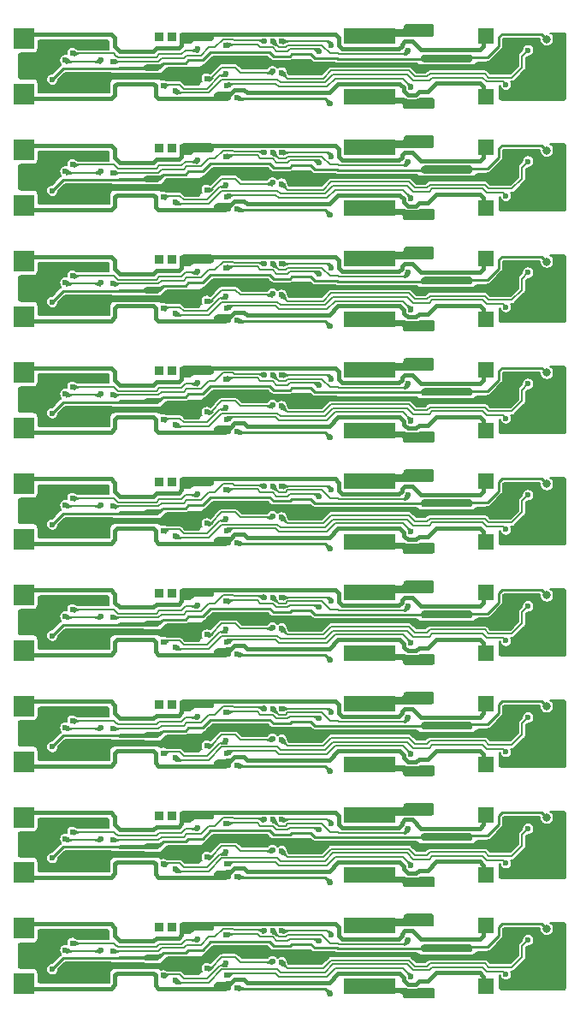
<source format=gbl>
%TF.GenerationSoftware,KiCad,Pcbnew,(5.1.9)-1*%
%TF.CreationDate,2021-10-10T13:17:48+09:00*%
%TF.ProjectId,K7012RA,4b373031-3252-4412-9e6b-696361645f70,rev?*%
%TF.SameCoordinates,PX6b49d20PY8b79910*%
%TF.FileFunction,Copper,L2,Bot*%
%TF.FilePolarity,Positive*%
%FSLAX46Y46*%
G04 Gerber Fmt 4.6, Leading zero omitted, Abs format (unit mm)*
G04 Created by KiCad (PCBNEW (5.1.9)-1) date 2021-10-10 13:17:48*
%MOMM*%
%LPD*%
G01*
G04 APERTURE LIST*
%TA.AperFunction,SMDPad,CuDef*%
%ADD10R,2.000000X1.500000*%
%TD*%
%TA.AperFunction,ComponentPad*%
%ADD11R,1.500000X1.500000*%
%TD*%
%TA.AperFunction,ComponentPad*%
%ADD12R,2.000000X2.000000*%
%TD*%
%TA.AperFunction,ComponentPad*%
%ADD13R,0.950000X0.950000*%
%TD*%
%TA.AperFunction,ViaPad*%
%ADD14C,0.600000*%
%TD*%
%TA.AperFunction,ViaPad*%
%ADD15C,0.800000*%
%TD*%
%TA.AperFunction,Conductor*%
%ADD16C,0.500000*%
%TD*%
%TA.AperFunction,Conductor*%
%ADD17C,0.180000*%
%TD*%
%TA.AperFunction,Conductor*%
%ADD18C,0.400000*%
%TD*%
%TA.AperFunction,Conductor*%
%ADD19C,0.300000*%
%TD*%
%TA.AperFunction,Conductor*%
%ADD20C,0.250000*%
%TD*%
%TA.AperFunction,Conductor*%
%ADD21C,0.200000*%
%TD*%
%TA.AperFunction,Conductor*%
%ADD22C,0.100000*%
%TD*%
%TA.AperFunction,Conductor*%
%ADD23C,0.025400*%
%TD*%
G04 APERTURE END LIST*
D10*
%TO.P,P5,1*%
%TO.N,MOTOR+*%
X42700000Y7750000D03*
D11*
X44450000Y7750000D03*
X40950000Y7750000D03*
%TD*%
D10*
%TO.P,P5,1*%
%TO.N,MOTOR+*%
X42700000Y18750000D03*
D11*
X44450000Y18750000D03*
X40950000Y18750000D03*
%TD*%
D10*
%TO.P,P5,1*%
%TO.N,MOTOR+*%
X42700000Y29750000D03*
D11*
X44450000Y29750000D03*
X40950000Y29750000D03*
%TD*%
D10*
%TO.P,P5,1*%
%TO.N,MOTOR+*%
X42700000Y40750000D03*
D11*
X44450000Y40750000D03*
X40950000Y40750000D03*
%TD*%
D10*
%TO.P,P5,1*%
%TO.N,MOTOR+*%
X42700000Y51750000D03*
D11*
X44450000Y51750000D03*
X40950000Y51750000D03*
%TD*%
D10*
%TO.P,P5,1*%
%TO.N,MOTOR+*%
X42700000Y62750000D03*
D11*
X44450000Y62750000D03*
X40950000Y62750000D03*
%TD*%
D10*
%TO.P,P5,1*%
%TO.N,MOTOR+*%
X42700000Y73750000D03*
D11*
X44450000Y73750000D03*
X40950000Y73750000D03*
%TD*%
D10*
%TO.P,P5,1*%
%TO.N,MOTOR+*%
X42700000Y84750000D03*
D11*
X44450000Y84750000D03*
X40950000Y84750000D03*
%TD*%
%TO.P,P4,1*%
%TO.N,RAIL-*%
X54250000Y1750000D03*
%TD*%
%TO.P,P4,1*%
%TO.N,RAIL-*%
X54250000Y12750000D03*
%TD*%
%TO.P,P4,1*%
%TO.N,RAIL-*%
X54250000Y23750000D03*
%TD*%
%TO.P,P4,1*%
%TO.N,RAIL-*%
X54250000Y34750000D03*
%TD*%
%TO.P,P4,1*%
%TO.N,RAIL-*%
X54250000Y45750000D03*
%TD*%
%TO.P,P4,1*%
%TO.N,RAIL-*%
X54250000Y56750000D03*
%TD*%
%TO.P,P4,1*%
%TO.N,RAIL-*%
X54250000Y67750000D03*
%TD*%
%TO.P,P4,1*%
%TO.N,RAIL-*%
X54250000Y78750000D03*
%TD*%
D12*
%TO.P,P1,1*%
%TO.N,RAIL+*%
X8500000Y7500000D03*
%TD*%
%TO.P,P1,1*%
%TO.N,RAIL+*%
X8500000Y18500000D03*
%TD*%
%TO.P,P1,1*%
%TO.N,RAIL+*%
X8500000Y29500000D03*
%TD*%
%TO.P,P1,1*%
%TO.N,RAIL+*%
X8500000Y40500000D03*
%TD*%
%TO.P,P1,1*%
%TO.N,RAIL+*%
X8500000Y51500000D03*
%TD*%
%TO.P,P1,1*%
%TO.N,RAIL+*%
X8500000Y62500000D03*
%TD*%
%TO.P,P1,1*%
%TO.N,RAIL+*%
X8500000Y73500000D03*
%TD*%
%TO.P,P1,1*%
%TO.N,RAIL+*%
X8500000Y84500000D03*
%TD*%
%TO.P,P3,1*%
%TO.N,RAIL-*%
X8500000Y2000000D03*
%TD*%
%TO.P,P3,1*%
%TO.N,RAIL-*%
X8500000Y13000000D03*
%TD*%
%TO.P,P3,1*%
%TO.N,RAIL-*%
X8500000Y24000000D03*
%TD*%
%TO.P,P3,1*%
%TO.N,RAIL-*%
X8500000Y35000000D03*
%TD*%
%TO.P,P3,1*%
%TO.N,RAIL-*%
X8500000Y46000000D03*
%TD*%
%TO.P,P3,1*%
%TO.N,RAIL-*%
X8500000Y57000000D03*
%TD*%
%TO.P,P3,1*%
%TO.N,RAIL-*%
X8500000Y68000000D03*
%TD*%
%TO.P,P3,1*%
%TO.N,RAIL-*%
X8500000Y79000000D03*
%TD*%
D11*
%TO.P,P2,1*%
%TO.N,RAIL+*%
X54250000Y7750000D03*
%TD*%
%TO.P,P2,1*%
%TO.N,RAIL+*%
X54250000Y18750000D03*
%TD*%
%TO.P,P2,1*%
%TO.N,RAIL+*%
X54250000Y29750000D03*
%TD*%
%TO.P,P2,1*%
%TO.N,RAIL+*%
X54250000Y40750000D03*
%TD*%
%TO.P,P2,1*%
%TO.N,RAIL+*%
X54250000Y51750000D03*
%TD*%
%TO.P,P2,1*%
%TO.N,RAIL+*%
X54250000Y62750000D03*
%TD*%
%TO.P,P2,1*%
%TO.N,RAIL+*%
X54250000Y73750000D03*
%TD*%
%TO.P,P2,1*%
%TO.N,RAIL+*%
X54250000Y84750000D03*
%TD*%
D13*
%TO.P,P9,2*%
%TO.N,GND*%
X21865000Y7650000D03*
%TO.P,P9,1*%
%TO.N,UPDI*%
X23135000Y7650000D03*
%TD*%
%TO.P,P9,2*%
%TO.N,GND*%
X21865000Y18650000D03*
%TO.P,P9,1*%
%TO.N,UPDI*%
X23135000Y18650000D03*
%TD*%
%TO.P,P9,2*%
%TO.N,GND*%
X21865000Y29650000D03*
%TO.P,P9,1*%
%TO.N,UPDI*%
X23135000Y29650000D03*
%TD*%
%TO.P,P9,2*%
%TO.N,GND*%
X21865000Y40650000D03*
%TO.P,P9,1*%
%TO.N,UPDI*%
X23135000Y40650000D03*
%TD*%
%TO.P,P9,2*%
%TO.N,GND*%
X21865000Y51650000D03*
%TO.P,P9,1*%
%TO.N,UPDI*%
X23135000Y51650000D03*
%TD*%
%TO.P,P9,2*%
%TO.N,GND*%
X21865000Y62650000D03*
%TO.P,P9,1*%
%TO.N,UPDI*%
X23135000Y62650000D03*
%TD*%
%TO.P,P9,2*%
%TO.N,GND*%
X21865000Y73650000D03*
%TO.P,P9,1*%
%TO.N,UPDI*%
X23135000Y73650000D03*
%TD*%
%TO.P,P9,2*%
%TO.N,GND*%
X21865000Y84650000D03*
%TO.P,P9,1*%
%TO.N,UPDI*%
X23135000Y84650000D03*
%TD*%
D11*
%TO.P,P6,1*%
%TO.N,MOTOR-*%
X40950000Y1750000D03*
X44450000Y1750000D03*
D10*
X42700000Y1750000D03*
%TD*%
D11*
%TO.P,P6,1*%
%TO.N,MOTOR-*%
X40950000Y12750000D03*
X44450000Y12750000D03*
D10*
X42700000Y12750000D03*
%TD*%
D11*
%TO.P,P6,1*%
%TO.N,MOTOR-*%
X40950000Y23750000D03*
X44450000Y23750000D03*
D10*
X42700000Y23750000D03*
%TD*%
D11*
%TO.P,P6,1*%
%TO.N,MOTOR-*%
X40950000Y34750000D03*
X44450000Y34750000D03*
D10*
X42700000Y34750000D03*
%TD*%
D11*
%TO.P,P6,1*%
%TO.N,MOTOR-*%
X40950000Y45750000D03*
X44450000Y45750000D03*
D10*
X42700000Y45750000D03*
%TD*%
D11*
%TO.P,P6,1*%
%TO.N,MOTOR-*%
X40950000Y56750000D03*
X44450000Y56750000D03*
D10*
X42700000Y56750000D03*
%TD*%
D11*
%TO.P,P6,1*%
%TO.N,MOTOR-*%
X40950000Y67750000D03*
X44450000Y67750000D03*
D10*
X42700000Y67750000D03*
%TD*%
D11*
%TO.P,P6,1*%
%TO.N,MOTOR-*%
X40950000Y78750000D03*
X44450000Y78750000D03*
D10*
X42700000Y78750000D03*
%TD*%
D11*
%TO.P,P4,1*%
%TO.N,RAIL-*%
X54250000Y89750000D03*
%TD*%
%TO.P,P2,1*%
%TO.N,RAIL+*%
X54250000Y95750000D03*
%TD*%
D12*
%TO.P,P3,1*%
%TO.N,RAIL-*%
X8500000Y90000000D03*
%TD*%
%TO.P,P1,1*%
%TO.N,RAIL+*%
X8500000Y95500000D03*
%TD*%
D11*
%TO.P,P5,1*%
%TO.N,MOTOR+*%
X40950000Y95750000D03*
X44450000Y95750000D03*
D10*
X42700000Y95750000D03*
%TD*%
%TO.P,P6,1*%
%TO.N,MOTOR-*%
X42700000Y89750000D03*
D11*
X44450000Y89750000D03*
X40950000Y89750000D03*
%TD*%
D13*
%TO.P,P9,1*%
%TO.N,UPDI*%
X23135000Y95650000D03*
%TO.P,P9,2*%
%TO.N,GND*%
X21865000Y95650000D03*
%TD*%
D14*
%TO.N,MOTOR+*%
X48700000Y96250000D03*
X48300000Y96650000D03*
X48700000Y85250000D03*
X48700000Y74250000D03*
X48700000Y63250000D03*
X48700000Y52250000D03*
X48700000Y41250000D03*
X48700000Y30250000D03*
X48700000Y19250000D03*
X48700000Y8250000D03*
X48300000Y85650000D03*
X48300000Y74650000D03*
X48300000Y63650000D03*
X48300000Y52650000D03*
X48300000Y41650000D03*
X48300000Y30650000D03*
X48300000Y19650000D03*
X48300000Y8650000D03*
%TO.N,MOTOR-*%
X48700000Y89250000D03*
X48300000Y88850000D03*
X48700000Y78250000D03*
X48700000Y67250000D03*
X48700000Y56250000D03*
X48700000Y45250000D03*
X48700000Y34250000D03*
X48700000Y23250000D03*
X48700000Y12250000D03*
X48700000Y1250000D03*
X48300000Y77850000D03*
X48300000Y66850000D03*
X48300000Y55850000D03*
X48300000Y44850000D03*
X48300000Y33850000D03*
X48300000Y22850000D03*
X48300000Y11850000D03*
X48300000Y850000D03*
%TO.N,RAIL+*%
X24400000Y95350000D03*
X24400000Y84350000D03*
X24400000Y73350000D03*
X24400000Y62350000D03*
X24400000Y51350000D03*
X24400000Y40350000D03*
X24400000Y29350000D03*
X24400000Y18350000D03*
X24400000Y7350000D03*
%TO.N,RAIL-*%
X28700000Y89650000D03*
X28700000Y78650000D03*
X28700000Y67650000D03*
X28700000Y56650000D03*
X28700000Y45650000D03*
X28700000Y34650000D03*
X28700000Y23650000D03*
X28700000Y12650000D03*
X28700000Y1650000D03*
%TO.N,+12V*%
X11300000Y91450000D03*
D15*
X60250000Y95450000D03*
D14*
X51100000Y93500000D03*
X51700000Y93500000D03*
X20900000Y92650000D03*
X51100000Y82500000D03*
X51100000Y71500000D03*
X51100000Y60500000D03*
X51100000Y49500000D03*
X51100000Y38500000D03*
X51100000Y27500000D03*
X51100000Y16500000D03*
X51100000Y5500000D03*
D15*
X60250000Y84450000D03*
X60250000Y73450000D03*
X60250000Y62450000D03*
X60250000Y51450000D03*
X60250000Y40450000D03*
X60250000Y29450000D03*
X60250000Y18450000D03*
X60250000Y7450000D03*
D14*
X11300000Y80450000D03*
X11300000Y69450000D03*
X11300000Y58450000D03*
X11300000Y47450000D03*
X11300000Y36450000D03*
X11300000Y25450000D03*
X11300000Y14450000D03*
X11300000Y3450000D03*
X51700000Y82500000D03*
X51700000Y71500000D03*
X51700000Y60500000D03*
X51700000Y49500000D03*
X51700000Y38500000D03*
X51700000Y27500000D03*
X51700000Y16500000D03*
X51700000Y5500000D03*
X20900000Y81650000D03*
X20900000Y70650000D03*
X20900000Y59650000D03*
X20900000Y48650000D03*
X20900000Y37650000D03*
X20900000Y26650000D03*
X20900000Y15650000D03*
X20900000Y4650000D03*
D15*
%TO.N,GND*%
X56200000Y92750000D03*
D14*
X29700000Y93250000D03*
X30400000Y93250000D03*
X26600000Y92750000D03*
X23200000Y91850000D03*
X53600000Y92650000D03*
X37400000Y92850000D03*
X37700000Y92250000D03*
X51700000Y92650000D03*
X35400000Y92150000D03*
X16600000Y91050000D03*
X16500000Y94850000D03*
D15*
X60100000Y89950000D03*
D14*
X55500000Y92350000D03*
D15*
X56200000Y81750000D03*
X56200000Y70750000D03*
X56200000Y59750000D03*
X56200000Y48750000D03*
X56200000Y37750000D03*
X56200000Y26750000D03*
X56200000Y15750000D03*
X56200000Y4750000D03*
D14*
X29700000Y82250000D03*
X29700000Y71250000D03*
X29700000Y60250000D03*
X29700000Y49250000D03*
X29700000Y38250000D03*
X29700000Y27250000D03*
X29700000Y16250000D03*
X29700000Y5250000D03*
X30400000Y82250000D03*
X30400000Y71250000D03*
X30400000Y60250000D03*
X30400000Y49250000D03*
X30400000Y38250000D03*
X30400000Y27250000D03*
X30400000Y16250000D03*
X30400000Y5250000D03*
D15*
X60100000Y78950000D03*
X60100000Y67950000D03*
X60100000Y56950000D03*
X60100000Y45950000D03*
X60100000Y34950000D03*
X60100000Y23950000D03*
X60100000Y12950000D03*
X60100000Y1950000D03*
D14*
X55500000Y81350000D03*
X55500000Y70350000D03*
X55500000Y59350000D03*
X55500000Y48350000D03*
X55500000Y37350000D03*
X55500000Y26350000D03*
X55500000Y15350000D03*
X55500000Y4350000D03*
X37400000Y81850000D03*
X37400000Y70850000D03*
X37400000Y59850000D03*
X37400000Y48850000D03*
X37400000Y37850000D03*
X37400000Y26850000D03*
X37400000Y15850000D03*
X37400000Y4850000D03*
X16600000Y80050000D03*
X16600000Y69050000D03*
X16600000Y58050000D03*
X16600000Y47050000D03*
X16600000Y36050000D03*
X16600000Y25050000D03*
X16600000Y14050000D03*
X16600000Y3050000D03*
X26600000Y81750000D03*
X26600000Y70750000D03*
X26600000Y59750000D03*
X26600000Y48750000D03*
X26600000Y37750000D03*
X26600000Y26750000D03*
X26600000Y15750000D03*
X26600000Y4750000D03*
X53600000Y81650000D03*
X53600000Y70650000D03*
X53600000Y59650000D03*
X53600000Y48650000D03*
X53600000Y37650000D03*
X53600000Y26650000D03*
X53600000Y15650000D03*
X53600000Y4650000D03*
X37700000Y81250000D03*
X37700000Y70250000D03*
X37700000Y59250000D03*
X37700000Y48250000D03*
X37700000Y37250000D03*
X37700000Y26250000D03*
X37700000Y15250000D03*
X37700000Y4250000D03*
X35400000Y81150000D03*
X35400000Y70150000D03*
X35400000Y59150000D03*
X35400000Y48150000D03*
X35400000Y37150000D03*
X35400000Y26150000D03*
X35400000Y15150000D03*
X35400000Y4150000D03*
X51700000Y81650000D03*
X51700000Y70650000D03*
X51700000Y59650000D03*
X51700000Y48650000D03*
X51700000Y37650000D03*
X51700000Y26650000D03*
X51700000Y15650000D03*
X51700000Y4650000D03*
X23200000Y80850000D03*
X23200000Y69850000D03*
X23200000Y58850000D03*
X23200000Y47850000D03*
X23200000Y36850000D03*
X23200000Y25850000D03*
X23200000Y14850000D03*
X23200000Y3850000D03*
X16500000Y83850000D03*
X16500000Y72850000D03*
X16500000Y61850000D03*
X16500000Y50850000D03*
X16500000Y39850000D03*
X16500000Y28850000D03*
X16500000Y17850000D03*
X16500000Y6850000D03*
%TO.N,Net-(J12-Pad1)*%
X29600000Y89650000D03*
X38800000Y89050000D03*
X38800000Y78050000D03*
X38800000Y67050000D03*
X38800000Y56050000D03*
X38800000Y45050000D03*
X38800000Y34050000D03*
X38800000Y23050000D03*
X38800000Y12050000D03*
X38800000Y1050000D03*
X29600000Y78650000D03*
X29600000Y67650000D03*
X29600000Y56650000D03*
X29600000Y45650000D03*
X29600000Y34650000D03*
X29600000Y23650000D03*
X29600000Y12650000D03*
X29600000Y1650000D03*
%TO.N,REV*%
X33100000Y95250000D03*
X46500000Y94350000D03*
X33100000Y84250000D03*
X33100000Y73250000D03*
X33100000Y62250000D03*
X33100000Y51250000D03*
X33100000Y40250000D03*
X33100000Y29250000D03*
X33100000Y18250000D03*
X33100000Y7250000D03*
X46500000Y83350000D03*
X46500000Y72350000D03*
X46500000Y61350000D03*
X46500000Y50350000D03*
X46500000Y39350000D03*
X46500000Y28350000D03*
X46500000Y17350000D03*
X46500000Y6350000D03*
%TO.N,FWD*%
X28600000Y90850000D03*
X46800000Y90700000D03*
X46800000Y79700000D03*
X46800000Y68700000D03*
X46800000Y57700000D03*
X46800000Y46700000D03*
X46800000Y35700000D03*
X46800000Y24700000D03*
X46800000Y13700000D03*
X46800000Y2700000D03*
X28600000Y79850000D03*
X28600000Y68850000D03*
X28600000Y57850000D03*
X28600000Y46850000D03*
X28600000Y35850000D03*
X28600000Y24850000D03*
X28600000Y13850000D03*
X28600000Y2850000D03*
%TO.N,Net-(Q6-Pad3)*%
X23500000Y90350000D03*
X56200000Y90950000D03*
X56200000Y79950000D03*
X56200000Y68950000D03*
X56200000Y57950000D03*
X56200000Y46950000D03*
X56200000Y35950000D03*
X56200000Y24950000D03*
X56200000Y13950000D03*
X56200000Y2950000D03*
X23500000Y79350000D03*
X23500000Y68350000D03*
X23500000Y57350000D03*
X23500000Y46350000D03*
X23500000Y35350000D03*
X23500000Y24350000D03*
X23500000Y13350000D03*
X23500000Y2350000D03*
%TO.N,ABC+*%
X28500000Y92050000D03*
X22300000Y90850000D03*
X28500000Y81050000D03*
X28500000Y70050000D03*
X28500000Y59050000D03*
X28500000Y48050000D03*
X28500000Y37050000D03*
X28500000Y26050000D03*
X28500000Y15050000D03*
X28500000Y4050000D03*
X22300000Y79850000D03*
X22300000Y68850000D03*
X22300000Y57850000D03*
X22300000Y46850000D03*
X22300000Y35850000D03*
X22300000Y24850000D03*
X22300000Y13850000D03*
X22300000Y2850000D03*
%TO.N,ABC-*%
X32300000Y95250000D03*
X17300000Y93250000D03*
X17300000Y82250000D03*
X17300000Y71250000D03*
X17300000Y60250000D03*
X17300000Y49250000D03*
X17300000Y38250000D03*
X17300000Y27250000D03*
X17300000Y16250000D03*
X17300000Y5250000D03*
X32300000Y84250000D03*
X32300000Y73250000D03*
X32300000Y62250000D03*
X32300000Y51250000D03*
X32300000Y40250000D03*
X32300000Y29250000D03*
X32300000Y18250000D03*
X32300000Y7250000D03*
%TO.N,BEMF*%
X28500000Y94850000D03*
X37700000Y94250000D03*
X28500000Y83850000D03*
X28500000Y72850000D03*
X28500000Y61850000D03*
X28500000Y50850000D03*
X28500000Y39850000D03*
X28500000Y28850000D03*
X28500000Y17850000D03*
X28500000Y6850000D03*
X37700000Y83250000D03*
X37700000Y72250000D03*
X37700000Y61250000D03*
X37700000Y50250000D03*
X37700000Y39250000D03*
X37700000Y28250000D03*
X37700000Y17250000D03*
X37700000Y6250000D03*
%TO.N,Func1*%
X25700000Y94450000D03*
X13300000Y94050000D03*
X13300000Y83050000D03*
X13300000Y72050000D03*
X13300000Y61050000D03*
X13300000Y50050000D03*
X13300000Y39050000D03*
X13300000Y28050000D03*
X13300000Y17050000D03*
X13300000Y6050000D03*
X25700000Y83450000D03*
X25700000Y72450000D03*
X25700000Y61450000D03*
X25700000Y50450000D03*
X25700000Y39450000D03*
X25700000Y28450000D03*
X25700000Y17450000D03*
X25700000Y6450000D03*
%TO.N,Func2*%
X38900000Y94850000D03*
X34000000Y95250000D03*
X38900000Y83850000D03*
X38900000Y72850000D03*
X38900000Y61850000D03*
X38900000Y50850000D03*
X38900000Y39850000D03*
X38900000Y28850000D03*
X38900000Y17850000D03*
X38900000Y6850000D03*
X34000000Y84250000D03*
X34000000Y73250000D03*
X34000000Y62250000D03*
X34000000Y51250000D03*
X34000000Y40250000D03*
X34000000Y29250000D03*
X34000000Y18250000D03*
X34000000Y7250000D03*
%TO.N,Func4*%
X34000000Y92150000D03*
X58400000Y94350000D03*
X58400000Y83350000D03*
X58400000Y72350000D03*
X58400000Y61350000D03*
X58400000Y50350000D03*
X58400000Y39350000D03*
X58400000Y28350000D03*
X58400000Y17350000D03*
X58400000Y6350000D03*
X34000000Y81150000D03*
X34000000Y70150000D03*
X34000000Y59150000D03*
X34000000Y48150000D03*
X34000000Y37150000D03*
X34000000Y26150000D03*
X34000000Y15150000D03*
X34000000Y4150000D03*
%TO.N,Net-(Q6-Pad5)*%
X33100000Y92250000D03*
X26600000Y91550000D03*
X33100000Y81250000D03*
X33100000Y70250000D03*
X33100000Y59250000D03*
X33100000Y48250000D03*
X33100000Y37250000D03*
X33100000Y26250000D03*
X33100000Y15250000D03*
X33100000Y4250000D03*
X26600000Y80550000D03*
X26600000Y69550000D03*
X26600000Y58550000D03*
X26600000Y47550000D03*
X26600000Y36550000D03*
X26600000Y25550000D03*
X26600000Y14550000D03*
X26600000Y3550000D03*
%TO.N,Net-(Q21-Pad6)*%
X16100000Y93350000D03*
X12600000Y93350000D03*
X12600000Y82350000D03*
X12600000Y71350000D03*
X12600000Y60350000D03*
X12600000Y49350000D03*
X12600000Y38350000D03*
X12600000Y27350000D03*
X12600000Y16350000D03*
X12600000Y5350000D03*
X16100000Y82350000D03*
X16100000Y71350000D03*
X16100000Y60350000D03*
X16100000Y49350000D03*
X16100000Y38350000D03*
X16100000Y27350000D03*
X16100000Y16350000D03*
X16100000Y5350000D03*
%TD*%
D16*
%TO.N,MOTOR+*%
X44750000Y95750000D02*
X44750000Y95800000D01*
X44750000Y95800000D02*
X45200000Y96250000D01*
X48800000Y96530000D02*
X48790000Y96540000D01*
D17*
X43000000Y95750000D02*
X41250000Y95750000D01*
D16*
X45150000Y96150000D02*
X44750000Y95750000D01*
X46800000Y96150000D02*
X45150000Y96150000D01*
X48600000Y96150000D02*
X48700000Y96250000D01*
X46400000Y96150000D02*
X48600000Y96150000D01*
X48800000Y85530000D02*
X48790000Y85540000D01*
X48800000Y74530000D02*
X48790000Y74540000D01*
X48800000Y63530000D02*
X48790000Y63540000D01*
X48800000Y52530000D02*
X48790000Y52540000D01*
X48800000Y41530000D02*
X48790000Y41540000D01*
X48800000Y30530000D02*
X48790000Y30540000D01*
X48800000Y19530000D02*
X48790000Y19540000D01*
X48800000Y8530000D02*
X48790000Y8540000D01*
X44750000Y84800000D02*
X45200000Y85250000D01*
X44750000Y73800000D02*
X45200000Y74250000D01*
X44750000Y62800000D02*
X45200000Y63250000D01*
X44750000Y51800000D02*
X45200000Y52250000D01*
X44750000Y40800000D02*
X45200000Y41250000D01*
X44750000Y29800000D02*
X45200000Y30250000D01*
X44750000Y18800000D02*
X45200000Y19250000D01*
X44750000Y7800000D02*
X45200000Y8250000D01*
X45150000Y85150000D02*
X44750000Y84750000D01*
X45150000Y74150000D02*
X44750000Y73750000D01*
X45150000Y63150000D02*
X44750000Y62750000D01*
X45150000Y52150000D02*
X44750000Y51750000D01*
X45150000Y41150000D02*
X44750000Y40750000D01*
X45150000Y30150000D02*
X44750000Y29750000D01*
X45150000Y19150000D02*
X44750000Y18750000D01*
X45150000Y8150000D02*
X44750000Y7750000D01*
X46400000Y85150000D02*
X48600000Y85150000D01*
X46400000Y74150000D02*
X48600000Y74150000D01*
X46400000Y63150000D02*
X48600000Y63150000D01*
X46400000Y52150000D02*
X48600000Y52150000D01*
X46400000Y41150000D02*
X48600000Y41150000D01*
X46400000Y30150000D02*
X48600000Y30150000D01*
X46400000Y19150000D02*
X48600000Y19150000D01*
X46400000Y8150000D02*
X48600000Y8150000D01*
X44750000Y84750000D02*
X44750000Y84800000D01*
X44750000Y73750000D02*
X44750000Y73800000D01*
X44750000Y62750000D02*
X44750000Y62800000D01*
X44750000Y51750000D02*
X44750000Y51800000D01*
X44750000Y40750000D02*
X44750000Y40800000D01*
X44750000Y29750000D02*
X44750000Y29800000D01*
X44750000Y18750000D02*
X44750000Y18800000D01*
X44750000Y7750000D02*
X44750000Y7800000D01*
X46800000Y85150000D02*
X45150000Y85150000D01*
X46800000Y74150000D02*
X45150000Y74150000D01*
X46800000Y63150000D02*
X45150000Y63150000D01*
X46800000Y52150000D02*
X45150000Y52150000D01*
X46800000Y41150000D02*
X45150000Y41150000D01*
X46800000Y30150000D02*
X45150000Y30150000D01*
X46800000Y19150000D02*
X45150000Y19150000D01*
X46800000Y8150000D02*
X45150000Y8150000D01*
X48600000Y85150000D02*
X48700000Y85250000D01*
X48600000Y74150000D02*
X48700000Y74250000D01*
X48600000Y63150000D02*
X48700000Y63250000D01*
X48600000Y52150000D02*
X48700000Y52250000D01*
X48600000Y41150000D02*
X48700000Y41250000D01*
X48600000Y30150000D02*
X48700000Y30250000D01*
X48600000Y19150000D02*
X48700000Y19250000D01*
X48600000Y8150000D02*
X48700000Y8250000D01*
D17*
X43000000Y84750000D02*
X41250000Y84750000D01*
X43000000Y73750000D02*
X41250000Y73750000D01*
X43000000Y62750000D02*
X41250000Y62750000D01*
X43000000Y51750000D02*
X41250000Y51750000D01*
X43000000Y40750000D02*
X41250000Y40750000D01*
X43000000Y29750000D02*
X41250000Y29750000D01*
X43000000Y18750000D02*
X41250000Y18750000D01*
X43000000Y7750000D02*
X41250000Y7750000D01*
D16*
%TO.N,MOTOR-*%
X44750000Y89750000D02*
X44750000Y89700000D01*
X44750000Y89700000D02*
X45200000Y89250000D01*
D17*
X43000000Y89750000D02*
X41250000Y89750000D01*
D16*
X45150000Y89350000D02*
X44750000Y89750000D01*
X46100000Y89350000D02*
X45150000Y89350000D01*
X46200000Y89250000D02*
X46100000Y89350000D01*
X48900000Y89250000D02*
X46200000Y89250000D01*
X44750000Y78700000D02*
X45200000Y78250000D01*
X44750000Y67700000D02*
X45200000Y67250000D01*
X44750000Y56700000D02*
X45200000Y56250000D01*
X44750000Y45700000D02*
X45200000Y45250000D01*
X44750000Y34700000D02*
X45200000Y34250000D01*
X44750000Y23700000D02*
X45200000Y23250000D01*
X44750000Y12700000D02*
X45200000Y12250000D01*
X44750000Y1700000D02*
X45200000Y1250000D01*
X46100000Y78350000D02*
X45150000Y78350000D01*
X46100000Y67350000D02*
X45150000Y67350000D01*
X46100000Y56350000D02*
X45150000Y56350000D01*
X46100000Y45350000D02*
X45150000Y45350000D01*
X46100000Y34350000D02*
X45150000Y34350000D01*
X46100000Y23350000D02*
X45150000Y23350000D01*
X46100000Y12350000D02*
X45150000Y12350000D01*
X46100000Y1350000D02*
X45150000Y1350000D01*
X48900000Y78250000D02*
X46200000Y78250000D01*
X48900000Y67250000D02*
X46200000Y67250000D01*
X48900000Y56250000D02*
X46200000Y56250000D01*
X48900000Y45250000D02*
X46200000Y45250000D01*
X48900000Y34250000D02*
X46200000Y34250000D01*
X48900000Y23250000D02*
X46200000Y23250000D01*
X48900000Y12250000D02*
X46200000Y12250000D01*
X48900000Y1250000D02*
X46200000Y1250000D01*
D17*
X43000000Y78750000D02*
X41250000Y78750000D01*
X43000000Y67750000D02*
X41250000Y67750000D01*
X43000000Y56750000D02*
X41250000Y56750000D01*
X43000000Y45750000D02*
X41250000Y45750000D01*
X43000000Y34750000D02*
X41250000Y34750000D01*
X43000000Y23750000D02*
X41250000Y23750000D01*
X43000000Y12750000D02*
X41250000Y12750000D01*
X43000000Y1750000D02*
X41250000Y1750000D01*
D16*
X45150000Y78350000D02*
X44750000Y78750000D01*
X45150000Y67350000D02*
X44750000Y67750000D01*
X45150000Y56350000D02*
X44750000Y56750000D01*
X45150000Y45350000D02*
X44750000Y45750000D01*
X45150000Y34350000D02*
X44750000Y34750000D01*
X45150000Y23350000D02*
X44750000Y23750000D01*
X45150000Y12350000D02*
X44750000Y12750000D01*
X45150000Y1350000D02*
X44750000Y1750000D01*
X44750000Y78750000D02*
X44750000Y78700000D01*
X44750000Y67750000D02*
X44750000Y67700000D01*
X44750000Y56750000D02*
X44750000Y56700000D01*
X44750000Y45750000D02*
X44750000Y45700000D01*
X44750000Y34750000D02*
X44750000Y34700000D01*
X44750000Y23750000D02*
X44750000Y23700000D01*
X44750000Y12750000D02*
X44750000Y12700000D01*
X44750000Y1750000D02*
X44750000Y1700000D01*
X46200000Y78250000D02*
X46100000Y78350000D01*
X46200000Y67250000D02*
X46100000Y67350000D01*
X46200000Y56250000D02*
X46100000Y56350000D01*
X46200000Y45250000D02*
X46100000Y45350000D01*
X46200000Y34250000D02*
X46100000Y34350000D01*
X46200000Y23250000D02*
X46100000Y23350000D01*
X46200000Y12250000D02*
X46100000Y12350000D01*
X46200000Y1250000D02*
X46100000Y1350000D01*
%TO.N,RAIL+*%
X8500000Y95500000D02*
X9000000Y96000000D01*
X8500000Y95850000D02*
X8600000Y95950000D01*
X8500000Y95500000D02*
X8500000Y95850000D01*
D18*
X22000000Y94550000D02*
X21900000Y94550000D01*
X54250000Y95750000D02*
X53960010Y95460010D01*
X24100000Y94850000D02*
X23800000Y94550000D01*
X24100000Y95150000D02*
X24100000Y94850000D01*
X24400000Y95450000D02*
X24100000Y95150000D01*
X54200000Y95700000D02*
X54250000Y95750000D01*
X23800000Y94550000D02*
X22000000Y94550000D01*
X22000000Y94550000D02*
X21800000Y94550000D01*
X21300000Y94250000D02*
X21600000Y94550000D01*
X21600000Y94550000D02*
X22000000Y94550000D01*
X17500000Y94750000D02*
X18000000Y94250000D01*
X17500000Y95550000D02*
X17500000Y94750000D01*
X18000000Y94250000D02*
X21300000Y94250000D01*
X17100000Y95950000D02*
X17500000Y95550000D01*
X8950000Y95950000D02*
X8500000Y95500000D01*
X17100000Y95950000D02*
X8950000Y95950000D01*
X24100000Y95150000D02*
X24900000Y95950000D01*
X40000000Y94450000D02*
X39650000Y94800000D01*
X39650000Y94800000D02*
X39650000Y95600000D01*
X45600000Y94450000D02*
X40000000Y94450000D01*
X45900000Y94950000D02*
X45900000Y94750000D01*
X45900000Y94750000D02*
X45600000Y94450000D01*
X46200000Y95250000D02*
X45900000Y94950000D01*
X46900000Y95250000D02*
X46200000Y95250000D01*
X47750000Y94400000D02*
X46900000Y95250000D01*
X53650000Y94400000D02*
X47750000Y94400000D01*
X54000000Y95500000D02*
X54000000Y94750000D01*
X54000000Y94750000D02*
X53650000Y94400000D01*
X54250000Y95750000D02*
X54000000Y95500000D01*
X39300000Y95950000D02*
X39650000Y95600000D01*
X38650000Y95950000D02*
X39300000Y95950000D01*
X24900000Y95950000D02*
X38650000Y95950000D01*
X22000000Y83550000D02*
X21900000Y83550000D01*
X22000000Y72550000D02*
X21900000Y72550000D01*
X22000000Y61550000D02*
X21900000Y61550000D01*
X22000000Y50550000D02*
X21900000Y50550000D01*
X22000000Y39550000D02*
X21900000Y39550000D01*
X22000000Y28550000D02*
X21900000Y28550000D01*
X22000000Y17550000D02*
X21900000Y17550000D01*
X22000000Y6550000D02*
X21900000Y6550000D01*
D16*
X8500000Y84500000D02*
X9000000Y85000000D01*
X8500000Y73500000D02*
X9000000Y74000000D01*
X8500000Y62500000D02*
X9000000Y63000000D01*
X8500000Y51500000D02*
X9000000Y52000000D01*
X8500000Y40500000D02*
X9000000Y41000000D01*
X8500000Y29500000D02*
X9000000Y30000000D01*
X8500000Y18500000D02*
X9000000Y19000000D01*
X8500000Y7500000D02*
X9000000Y8000000D01*
X8500000Y84850000D02*
X8600000Y84950000D01*
X8500000Y73850000D02*
X8600000Y73950000D01*
X8500000Y62850000D02*
X8600000Y62950000D01*
X8500000Y51850000D02*
X8600000Y51950000D01*
X8500000Y40850000D02*
X8600000Y40950000D01*
X8500000Y29850000D02*
X8600000Y29950000D01*
X8500000Y18850000D02*
X8600000Y18950000D01*
X8500000Y7850000D02*
X8600000Y7950000D01*
D18*
X54250000Y84750000D02*
X53960010Y84460010D01*
X54250000Y73750000D02*
X53960010Y73460010D01*
X54250000Y62750000D02*
X53960010Y62460010D01*
X54250000Y51750000D02*
X53960010Y51460010D01*
X54250000Y40750000D02*
X53960010Y40460010D01*
X54250000Y29750000D02*
X53960010Y29460010D01*
X54250000Y18750000D02*
X53960010Y18460010D01*
X54250000Y7750000D02*
X53960010Y7460010D01*
D16*
X8500000Y84500000D02*
X8500000Y84850000D01*
X8500000Y73500000D02*
X8500000Y73850000D01*
X8500000Y62500000D02*
X8500000Y62850000D01*
X8500000Y51500000D02*
X8500000Y51850000D01*
X8500000Y40500000D02*
X8500000Y40850000D01*
X8500000Y29500000D02*
X8500000Y29850000D01*
X8500000Y18500000D02*
X8500000Y18850000D01*
X8500000Y7500000D02*
X8500000Y7850000D01*
D18*
X40000000Y83450000D02*
X39650000Y83800000D01*
X40000000Y72450000D02*
X39650000Y72800000D01*
X40000000Y61450000D02*
X39650000Y61800000D01*
X40000000Y50450000D02*
X39650000Y50800000D01*
X40000000Y39450000D02*
X39650000Y39800000D01*
X40000000Y28450000D02*
X39650000Y28800000D01*
X40000000Y17450000D02*
X39650000Y17800000D01*
X40000000Y6450000D02*
X39650000Y6800000D01*
X24100000Y84150000D02*
X24900000Y84950000D01*
X24100000Y73150000D02*
X24900000Y73950000D01*
X24100000Y62150000D02*
X24900000Y62950000D01*
X24100000Y51150000D02*
X24900000Y51950000D01*
X24100000Y40150000D02*
X24900000Y40950000D01*
X24100000Y29150000D02*
X24900000Y29950000D01*
X24100000Y18150000D02*
X24900000Y18950000D01*
X24100000Y7150000D02*
X24900000Y7950000D01*
X45900000Y83950000D02*
X45900000Y83750000D01*
X45900000Y72950000D02*
X45900000Y72750000D01*
X45900000Y61950000D02*
X45900000Y61750000D01*
X45900000Y50950000D02*
X45900000Y50750000D01*
X45900000Y39950000D02*
X45900000Y39750000D01*
X45900000Y28950000D02*
X45900000Y28750000D01*
X45900000Y17950000D02*
X45900000Y17750000D01*
X45900000Y6950000D02*
X45900000Y6750000D01*
X47750000Y83400000D02*
X46900000Y84250000D01*
X47750000Y72400000D02*
X46900000Y73250000D01*
X47750000Y61400000D02*
X46900000Y62250000D01*
X47750000Y50400000D02*
X46900000Y51250000D01*
X47750000Y39400000D02*
X46900000Y40250000D01*
X47750000Y28400000D02*
X46900000Y29250000D01*
X47750000Y17400000D02*
X46900000Y18250000D01*
X47750000Y6400000D02*
X46900000Y7250000D01*
X53650000Y83400000D02*
X47750000Y83400000D01*
X53650000Y72400000D02*
X47750000Y72400000D01*
X53650000Y61400000D02*
X47750000Y61400000D01*
X53650000Y50400000D02*
X47750000Y50400000D01*
X53650000Y39400000D02*
X47750000Y39400000D01*
X53650000Y28400000D02*
X47750000Y28400000D01*
X53650000Y17400000D02*
X47750000Y17400000D01*
X53650000Y6400000D02*
X47750000Y6400000D01*
X54000000Y84500000D02*
X54000000Y83750000D01*
X54000000Y73500000D02*
X54000000Y72750000D01*
X54000000Y62500000D02*
X54000000Y61750000D01*
X54000000Y51500000D02*
X54000000Y50750000D01*
X54000000Y40500000D02*
X54000000Y39750000D01*
X54000000Y29500000D02*
X54000000Y28750000D01*
X54000000Y18500000D02*
X54000000Y17750000D01*
X54000000Y7500000D02*
X54000000Y6750000D01*
X24400000Y84450000D02*
X24100000Y84150000D01*
X24400000Y73450000D02*
X24100000Y73150000D01*
X24400000Y62450000D02*
X24100000Y62150000D01*
X24400000Y51450000D02*
X24100000Y51150000D01*
X24400000Y40450000D02*
X24100000Y40150000D01*
X24400000Y29450000D02*
X24100000Y29150000D01*
X24400000Y18450000D02*
X24100000Y18150000D01*
X24400000Y7450000D02*
X24100000Y7150000D01*
X18000000Y83250000D02*
X21300000Y83250000D01*
X18000000Y72250000D02*
X21300000Y72250000D01*
X18000000Y61250000D02*
X21300000Y61250000D01*
X18000000Y50250000D02*
X21300000Y50250000D01*
X18000000Y39250000D02*
X21300000Y39250000D01*
X18000000Y28250000D02*
X21300000Y28250000D01*
X18000000Y17250000D02*
X21300000Y17250000D01*
X18000000Y6250000D02*
X21300000Y6250000D01*
X46900000Y84250000D02*
X46200000Y84250000D01*
X46900000Y73250000D02*
X46200000Y73250000D01*
X46900000Y62250000D02*
X46200000Y62250000D01*
X46900000Y51250000D02*
X46200000Y51250000D01*
X46900000Y40250000D02*
X46200000Y40250000D01*
X46900000Y29250000D02*
X46200000Y29250000D01*
X46900000Y18250000D02*
X46200000Y18250000D01*
X46900000Y7250000D02*
X46200000Y7250000D01*
X54000000Y83750000D02*
X53650000Y83400000D01*
X54000000Y72750000D02*
X53650000Y72400000D01*
X54000000Y61750000D02*
X53650000Y61400000D01*
X54000000Y50750000D02*
X53650000Y50400000D01*
X54000000Y39750000D02*
X53650000Y39400000D01*
X54000000Y28750000D02*
X53650000Y28400000D01*
X54000000Y17750000D02*
X53650000Y17400000D01*
X54000000Y6750000D02*
X53650000Y6400000D01*
X22000000Y83550000D02*
X21800000Y83550000D01*
X22000000Y72550000D02*
X21800000Y72550000D01*
X22000000Y61550000D02*
X21800000Y61550000D01*
X22000000Y50550000D02*
X21800000Y50550000D01*
X22000000Y39550000D02*
X21800000Y39550000D01*
X22000000Y28550000D02*
X21800000Y28550000D01*
X22000000Y17550000D02*
X21800000Y17550000D01*
X22000000Y6550000D02*
X21800000Y6550000D01*
X45600000Y83450000D02*
X40000000Y83450000D01*
X45600000Y72450000D02*
X40000000Y72450000D01*
X45600000Y61450000D02*
X40000000Y61450000D01*
X45600000Y50450000D02*
X40000000Y50450000D01*
X45600000Y39450000D02*
X40000000Y39450000D01*
X45600000Y28450000D02*
X40000000Y28450000D01*
X45600000Y17450000D02*
X40000000Y17450000D01*
X45600000Y6450000D02*
X40000000Y6450000D01*
X8950000Y84950000D02*
X8500000Y84500000D01*
X8950000Y73950000D02*
X8500000Y73500000D01*
X8950000Y62950000D02*
X8500000Y62500000D01*
X8950000Y51950000D02*
X8500000Y51500000D01*
X8950000Y40950000D02*
X8500000Y40500000D01*
X8950000Y29950000D02*
X8500000Y29500000D01*
X8950000Y18950000D02*
X8500000Y18500000D01*
X8950000Y7950000D02*
X8500000Y7500000D01*
X17500000Y83750000D02*
X18000000Y83250000D01*
X17500000Y72750000D02*
X18000000Y72250000D01*
X17500000Y61750000D02*
X18000000Y61250000D01*
X17500000Y50750000D02*
X18000000Y50250000D01*
X17500000Y39750000D02*
X18000000Y39250000D01*
X17500000Y28750000D02*
X18000000Y28250000D01*
X17500000Y17750000D02*
X18000000Y17250000D01*
X17500000Y6750000D02*
X18000000Y6250000D01*
X17500000Y84550000D02*
X17500000Y83750000D01*
X17500000Y73550000D02*
X17500000Y72750000D01*
X17500000Y62550000D02*
X17500000Y61750000D01*
X17500000Y51550000D02*
X17500000Y50750000D01*
X17500000Y40550000D02*
X17500000Y39750000D01*
X17500000Y29550000D02*
X17500000Y28750000D01*
X17500000Y18550000D02*
X17500000Y17750000D01*
X17500000Y7550000D02*
X17500000Y6750000D01*
X17100000Y84950000D02*
X17500000Y84550000D01*
X17100000Y73950000D02*
X17500000Y73550000D01*
X17100000Y62950000D02*
X17500000Y62550000D01*
X17100000Y51950000D02*
X17500000Y51550000D01*
X17100000Y40950000D02*
X17500000Y40550000D01*
X17100000Y29950000D02*
X17500000Y29550000D01*
X17100000Y18950000D02*
X17500000Y18550000D01*
X17100000Y7950000D02*
X17500000Y7550000D01*
X24100000Y83850000D02*
X23800000Y83550000D01*
X24100000Y72850000D02*
X23800000Y72550000D01*
X24100000Y61850000D02*
X23800000Y61550000D01*
X24100000Y50850000D02*
X23800000Y50550000D01*
X24100000Y39850000D02*
X23800000Y39550000D01*
X24100000Y28850000D02*
X23800000Y28550000D01*
X24100000Y17850000D02*
X23800000Y17550000D01*
X24100000Y6850000D02*
X23800000Y6550000D01*
X45900000Y83750000D02*
X45600000Y83450000D01*
X45900000Y72750000D02*
X45600000Y72450000D01*
X45900000Y61750000D02*
X45600000Y61450000D01*
X45900000Y50750000D02*
X45600000Y50450000D01*
X45900000Y39750000D02*
X45600000Y39450000D01*
X45900000Y28750000D02*
X45600000Y28450000D01*
X45900000Y17750000D02*
X45600000Y17450000D01*
X45900000Y6750000D02*
X45600000Y6450000D01*
X21600000Y83550000D02*
X22000000Y83550000D01*
X21600000Y72550000D02*
X22000000Y72550000D01*
X21600000Y61550000D02*
X22000000Y61550000D01*
X21600000Y50550000D02*
X22000000Y50550000D01*
X21600000Y39550000D02*
X22000000Y39550000D01*
X21600000Y28550000D02*
X22000000Y28550000D01*
X21600000Y17550000D02*
X22000000Y17550000D01*
X21600000Y6550000D02*
X22000000Y6550000D01*
X39650000Y83800000D02*
X39650000Y84600000D01*
X39650000Y72800000D02*
X39650000Y73600000D01*
X39650000Y61800000D02*
X39650000Y62600000D01*
X39650000Y50800000D02*
X39650000Y51600000D01*
X39650000Y39800000D02*
X39650000Y40600000D01*
X39650000Y28800000D02*
X39650000Y29600000D01*
X39650000Y17800000D02*
X39650000Y18600000D01*
X39650000Y6800000D02*
X39650000Y7600000D01*
X24100000Y84150000D02*
X24100000Y83850000D01*
X24100000Y73150000D02*
X24100000Y72850000D01*
X24100000Y62150000D02*
X24100000Y61850000D01*
X24100000Y51150000D02*
X24100000Y50850000D01*
X24100000Y40150000D02*
X24100000Y39850000D01*
X24100000Y29150000D02*
X24100000Y28850000D01*
X24100000Y18150000D02*
X24100000Y17850000D01*
X24100000Y7150000D02*
X24100000Y6850000D01*
X46200000Y84250000D02*
X45900000Y83950000D01*
X46200000Y73250000D02*
X45900000Y72950000D01*
X46200000Y62250000D02*
X45900000Y61950000D01*
X46200000Y51250000D02*
X45900000Y50950000D01*
X46200000Y40250000D02*
X45900000Y39950000D01*
X46200000Y29250000D02*
X45900000Y28950000D01*
X46200000Y18250000D02*
X45900000Y17950000D01*
X46200000Y7250000D02*
X45900000Y6950000D01*
X17100000Y84950000D02*
X8950000Y84950000D01*
X17100000Y73950000D02*
X8950000Y73950000D01*
X17100000Y62950000D02*
X8950000Y62950000D01*
X17100000Y51950000D02*
X8950000Y51950000D01*
X17100000Y40950000D02*
X8950000Y40950000D01*
X17100000Y29950000D02*
X8950000Y29950000D01*
X17100000Y18950000D02*
X8950000Y18950000D01*
X17100000Y7950000D02*
X8950000Y7950000D01*
X54200000Y84700000D02*
X54250000Y84750000D01*
X54200000Y73700000D02*
X54250000Y73750000D01*
X54200000Y62700000D02*
X54250000Y62750000D01*
X54200000Y51700000D02*
X54250000Y51750000D01*
X54200000Y40700000D02*
X54250000Y40750000D01*
X54200000Y29700000D02*
X54250000Y29750000D01*
X54200000Y18700000D02*
X54250000Y18750000D01*
X54200000Y7700000D02*
X54250000Y7750000D01*
X21300000Y83250000D02*
X21600000Y83550000D01*
X21300000Y72250000D02*
X21600000Y72550000D01*
X21300000Y61250000D02*
X21600000Y61550000D01*
X21300000Y50250000D02*
X21600000Y50550000D01*
X21300000Y39250000D02*
X21600000Y39550000D01*
X21300000Y28250000D02*
X21600000Y28550000D01*
X21300000Y17250000D02*
X21600000Y17550000D01*
X21300000Y6250000D02*
X21600000Y6550000D01*
X23800000Y83550000D02*
X22000000Y83550000D01*
X23800000Y72550000D02*
X22000000Y72550000D01*
X23800000Y61550000D02*
X22000000Y61550000D01*
X23800000Y50550000D02*
X22000000Y50550000D01*
X23800000Y39550000D02*
X22000000Y39550000D01*
X23800000Y28550000D02*
X22000000Y28550000D01*
X23800000Y17550000D02*
X22000000Y17550000D01*
X23800000Y6550000D02*
X22000000Y6550000D01*
X54250000Y84750000D02*
X54000000Y84500000D01*
X54250000Y73750000D02*
X54000000Y73500000D01*
X54250000Y62750000D02*
X54000000Y62500000D01*
X54250000Y51750000D02*
X54000000Y51500000D01*
X54250000Y40750000D02*
X54000000Y40500000D01*
X54250000Y29750000D02*
X54000000Y29500000D01*
X54250000Y18750000D02*
X54000000Y18500000D01*
X54250000Y7750000D02*
X54000000Y7500000D01*
X24900000Y84950000D02*
X38650000Y84950000D01*
X24900000Y73950000D02*
X38650000Y73950000D01*
X24900000Y62950000D02*
X38650000Y62950000D01*
X24900000Y51950000D02*
X38650000Y51950000D01*
X24900000Y40950000D02*
X38650000Y40950000D01*
X24900000Y29950000D02*
X38650000Y29950000D01*
X24900000Y18950000D02*
X38650000Y18950000D01*
X24900000Y7950000D02*
X38650000Y7950000D01*
X39300000Y84950000D02*
X39650000Y84600000D01*
X39300000Y73950000D02*
X39650000Y73600000D01*
X39300000Y62950000D02*
X39650000Y62600000D01*
X39300000Y51950000D02*
X39650000Y51600000D01*
X39300000Y40950000D02*
X39650000Y40600000D01*
X39300000Y29950000D02*
X39650000Y29600000D01*
X39300000Y18950000D02*
X39650000Y18600000D01*
X39300000Y7950000D02*
X39650000Y7600000D01*
X38650000Y84950000D02*
X39300000Y84950000D01*
X38650000Y73950000D02*
X39300000Y73950000D01*
X38650000Y62950000D02*
X39300000Y62950000D01*
X38650000Y51950000D02*
X39300000Y51950000D01*
X38650000Y40950000D02*
X39300000Y40950000D01*
X38650000Y29950000D02*
X39300000Y29950000D01*
X38650000Y18950000D02*
X39300000Y18950000D01*
X38650000Y7950000D02*
X39300000Y7950000D01*
D16*
%TO.N,RAIL-*%
X8500000Y89750000D02*
X8700000Y89550000D01*
X8500000Y90000000D02*
X8500000Y89750000D01*
D18*
X22300000Y89550000D02*
X22400000Y89550000D01*
X22400000Y89550000D02*
X26200000Y89550000D01*
X54200000Y89800000D02*
X54250000Y89750000D01*
X28400000Y89550000D02*
X28100000Y89550000D01*
X28100000Y89550000D02*
X25500000Y89550000D01*
X21500000Y90850000D02*
X21500000Y89850000D01*
X21300000Y91050000D02*
X21500000Y90850000D01*
X17700000Y91050000D02*
X21300000Y91050000D01*
X17500000Y90850000D02*
X17700000Y91050000D01*
X17500000Y89950000D02*
X17500000Y90850000D01*
X17100000Y89550000D02*
X17500000Y89950000D01*
X21800000Y89550000D02*
X22400000Y89550000D01*
X8950000Y89550000D02*
X17100000Y89550000D01*
X21500000Y89850000D02*
X21800000Y89550000D01*
X8500000Y90000000D02*
X8950000Y89550000D01*
D19*
X28950000Y90100000D02*
X28550000Y90100000D01*
D18*
X28950000Y90100000D02*
X28400000Y89550000D01*
X29300000Y90450000D02*
X28950000Y90100000D01*
X30600000Y90150000D02*
X30300000Y90450000D01*
X38700000Y90150000D02*
X30600000Y90150000D01*
X54250000Y89750000D02*
X54000000Y90000000D01*
X48450000Y90250000D02*
X47600000Y90250000D01*
X54000000Y90000000D02*
X54000000Y90750000D01*
X54000000Y90750000D02*
X53650000Y91100000D01*
X53650000Y91100000D02*
X49300000Y91100000D01*
X39600000Y91050000D02*
X38700000Y90150000D01*
X49300000Y91100000D02*
X48450000Y90250000D01*
X47600000Y90250000D02*
X47300000Y89950000D01*
X45700552Y91050000D02*
X39600000Y91050000D01*
X47300000Y89950000D02*
X46500000Y89950000D01*
X46100000Y90650552D02*
X45700552Y91050000D01*
X46500000Y89950000D02*
X46100000Y90350000D01*
X30300000Y90450000D02*
X29300000Y90450000D01*
X46100000Y90350000D02*
X46100000Y90650552D01*
X48450000Y79250000D02*
X47600000Y79250000D01*
X48450000Y68250000D02*
X47600000Y68250000D01*
X48450000Y57250000D02*
X47600000Y57250000D01*
X48450000Y46250000D02*
X47600000Y46250000D01*
X48450000Y35250000D02*
X47600000Y35250000D01*
X48450000Y24250000D02*
X47600000Y24250000D01*
X48450000Y13250000D02*
X47600000Y13250000D01*
X48450000Y2250000D02*
X47600000Y2250000D01*
X21500000Y79850000D02*
X21500000Y78850000D01*
X21500000Y68850000D02*
X21500000Y67850000D01*
X21500000Y57850000D02*
X21500000Y56850000D01*
X21500000Y46850000D02*
X21500000Y45850000D01*
X21500000Y35850000D02*
X21500000Y34850000D01*
X21500000Y24850000D02*
X21500000Y23850000D01*
X21500000Y13850000D02*
X21500000Y12850000D01*
X21500000Y2850000D02*
X21500000Y1850000D01*
X17500000Y79850000D02*
X17700000Y80050000D01*
X17500000Y68850000D02*
X17700000Y69050000D01*
X17500000Y57850000D02*
X17700000Y58050000D01*
X17500000Y46850000D02*
X17700000Y47050000D01*
X17500000Y35850000D02*
X17700000Y36050000D01*
X17500000Y24850000D02*
X17700000Y25050000D01*
X17500000Y13850000D02*
X17700000Y14050000D01*
X17500000Y2850000D02*
X17700000Y3050000D01*
X53650000Y80100000D02*
X49300000Y80100000D01*
X53650000Y69100000D02*
X49300000Y69100000D01*
X53650000Y58100000D02*
X49300000Y58100000D01*
X53650000Y47100000D02*
X49300000Y47100000D01*
X53650000Y36100000D02*
X49300000Y36100000D01*
X53650000Y25100000D02*
X49300000Y25100000D01*
X53650000Y14100000D02*
X49300000Y14100000D01*
X53650000Y3100000D02*
X49300000Y3100000D01*
X39600000Y80050000D02*
X38700000Y79150000D01*
X39600000Y69050000D02*
X38700000Y68150000D01*
X39600000Y58050000D02*
X38700000Y57150000D01*
X39600000Y47050000D02*
X38700000Y46150000D01*
X39600000Y36050000D02*
X38700000Y35150000D01*
X39600000Y25050000D02*
X38700000Y24150000D01*
X39600000Y14050000D02*
X38700000Y13150000D01*
X39600000Y3050000D02*
X38700000Y2150000D01*
D16*
X8500000Y79000000D02*
X8500000Y78750000D01*
X8500000Y68000000D02*
X8500000Y67750000D01*
X8500000Y57000000D02*
X8500000Y56750000D01*
X8500000Y46000000D02*
X8500000Y45750000D01*
X8500000Y35000000D02*
X8500000Y34750000D01*
X8500000Y24000000D02*
X8500000Y23750000D01*
X8500000Y13000000D02*
X8500000Y12750000D01*
X8500000Y2000000D02*
X8500000Y1750000D01*
D18*
X29300000Y79450000D02*
X28950000Y79100000D01*
X29300000Y68450000D02*
X28950000Y68100000D01*
X29300000Y57450000D02*
X28950000Y57100000D01*
X29300000Y46450000D02*
X28950000Y46100000D01*
X29300000Y35450000D02*
X28950000Y35100000D01*
X29300000Y24450000D02*
X28950000Y24100000D01*
X29300000Y13450000D02*
X28950000Y13100000D01*
X29300000Y2450000D02*
X28950000Y2100000D01*
X38700000Y79150000D02*
X30600000Y79150000D01*
X38700000Y68150000D02*
X30600000Y68150000D01*
X38700000Y57150000D02*
X30600000Y57150000D01*
X38700000Y46150000D02*
X30600000Y46150000D01*
X38700000Y35150000D02*
X30600000Y35150000D01*
X38700000Y24150000D02*
X30600000Y24150000D01*
X38700000Y13150000D02*
X30600000Y13150000D01*
X38700000Y2150000D02*
X30600000Y2150000D01*
X30300000Y79450000D02*
X29300000Y79450000D01*
X30300000Y68450000D02*
X29300000Y68450000D01*
X30300000Y57450000D02*
X29300000Y57450000D01*
X30300000Y46450000D02*
X29300000Y46450000D01*
X30300000Y35450000D02*
X29300000Y35450000D01*
X30300000Y24450000D02*
X29300000Y24450000D01*
X30300000Y13450000D02*
X29300000Y13450000D01*
X30300000Y2450000D02*
X29300000Y2450000D01*
X30600000Y79150000D02*
X30300000Y79450000D01*
X30600000Y68150000D02*
X30300000Y68450000D01*
X30600000Y57150000D02*
X30300000Y57450000D01*
X30600000Y46150000D02*
X30300000Y46450000D01*
X30600000Y35150000D02*
X30300000Y35450000D01*
X30600000Y24150000D02*
X30300000Y24450000D01*
X30600000Y13150000D02*
X30300000Y13450000D01*
X30600000Y2150000D02*
X30300000Y2450000D01*
X17500000Y78950000D02*
X17500000Y79850000D01*
X17500000Y67950000D02*
X17500000Y68850000D01*
X17500000Y56950000D02*
X17500000Y57850000D01*
X17500000Y45950000D02*
X17500000Y46850000D01*
X17500000Y34950000D02*
X17500000Y35850000D01*
X17500000Y23950000D02*
X17500000Y24850000D01*
X17500000Y12950000D02*
X17500000Y13850000D01*
X17500000Y1950000D02*
X17500000Y2850000D01*
X17700000Y80050000D02*
X21300000Y80050000D01*
X17700000Y69050000D02*
X21300000Y69050000D01*
X17700000Y58050000D02*
X21300000Y58050000D01*
X17700000Y47050000D02*
X21300000Y47050000D01*
X17700000Y36050000D02*
X21300000Y36050000D01*
X17700000Y25050000D02*
X21300000Y25050000D01*
X17700000Y14050000D02*
X21300000Y14050000D01*
X17700000Y3050000D02*
X21300000Y3050000D01*
X22300000Y78550000D02*
X22400000Y78550000D01*
X22300000Y67550000D02*
X22400000Y67550000D01*
X22300000Y56550000D02*
X22400000Y56550000D01*
X22300000Y45550000D02*
X22400000Y45550000D01*
X22300000Y34550000D02*
X22400000Y34550000D01*
X22300000Y23550000D02*
X22400000Y23550000D01*
X22300000Y12550000D02*
X22400000Y12550000D01*
X22300000Y1550000D02*
X22400000Y1550000D01*
X54200000Y78800000D02*
X54250000Y78750000D01*
X54200000Y67800000D02*
X54250000Y67750000D01*
X54200000Y56800000D02*
X54250000Y56750000D01*
X54200000Y45800000D02*
X54250000Y45750000D01*
X54200000Y34800000D02*
X54250000Y34750000D01*
X54200000Y23800000D02*
X54250000Y23750000D01*
X54200000Y12800000D02*
X54250000Y12750000D01*
X54200000Y1800000D02*
X54250000Y1750000D01*
X8500000Y79000000D02*
X8950000Y78550000D01*
X8500000Y68000000D02*
X8950000Y67550000D01*
X8500000Y57000000D02*
X8950000Y56550000D01*
X8500000Y46000000D02*
X8950000Y45550000D01*
X8500000Y35000000D02*
X8950000Y34550000D01*
X8500000Y24000000D02*
X8950000Y23550000D01*
X8500000Y13000000D02*
X8950000Y12550000D01*
X8500000Y2000000D02*
X8950000Y1550000D01*
D19*
X28950000Y79100000D02*
X28550000Y79100000D01*
X28950000Y68100000D02*
X28550000Y68100000D01*
X28950000Y57100000D02*
X28550000Y57100000D01*
X28950000Y46100000D02*
X28550000Y46100000D01*
X28950000Y35100000D02*
X28550000Y35100000D01*
X28950000Y24100000D02*
X28550000Y24100000D01*
X28950000Y13100000D02*
X28550000Y13100000D01*
X28950000Y2100000D02*
X28550000Y2100000D01*
D18*
X28950000Y79100000D02*
X28400000Y78550000D01*
X28950000Y68100000D02*
X28400000Y67550000D01*
X28950000Y57100000D02*
X28400000Y56550000D01*
X28950000Y46100000D02*
X28400000Y45550000D01*
X28950000Y35100000D02*
X28400000Y34550000D01*
X28950000Y24100000D02*
X28400000Y23550000D01*
X28950000Y13100000D02*
X28400000Y12550000D01*
X28950000Y2100000D02*
X28400000Y1550000D01*
X49300000Y80100000D02*
X48450000Y79250000D01*
X49300000Y69100000D02*
X48450000Y68250000D01*
X49300000Y58100000D02*
X48450000Y57250000D01*
X49300000Y47100000D02*
X48450000Y46250000D01*
X49300000Y36100000D02*
X48450000Y35250000D01*
X49300000Y25100000D02*
X48450000Y24250000D01*
X49300000Y14100000D02*
X48450000Y13250000D01*
X49300000Y3100000D02*
X48450000Y2250000D01*
X45700552Y80050000D02*
X39600000Y80050000D01*
X45700552Y69050000D02*
X39600000Y69050000D01*
X45700552Y58050000D02*
X39600000Y58050000D01*
X45700552Y47050000D02*
X39600000Y47050000D01*
X45700552Y36050000D02*
X39600000Y36050000D01*
X45700552Y25050000D02*
X39600000Y25050000D01*
X45700552Y14050000D02*
X39600000Y14050000D01*
X45700552Y3050000D02*
X39600000Y3050000D01*
X46100000Y79350000D02*
X46100000Y79650552D01*
X46100000Y68350000D02*
X46100000Y68650552D01*
X46100000Y57350000D02*
X46100000Y57650552D01*
X46100000Y46350000D02*
X46100000Y46650552D01*
X46100000Y35350000D02*
X46100000Y35650552D01*
X46100000Y24350000D02*
X46100000Y24650552D01*
X46100000Y13350000D02*
X46100000Y13650552D01*
X46100000Y2350000D02*
X46100000Y2650552D01*
D16*
X8500000Y78750000D02*
X8700000Y78550000D01*
X8500000Y67750000D02*
X8700000Y67550000D01*
X8500000Y56750000D02*
X8700000Y56550000D01*
X8500000Y45750000D02*
X8700000Y45550000D01*
X8500000Y34750000D02*
X8700000Y34550000D01*
X8500000Y23750000D02*
X8700000Y23550000D01*
X8500000Y12750000D02*
X8700000Y12550000D01*
X8500000Y1750000D02*
X8700000Y1550000D01*
D18*
X54250000Y78750000D02*
X54000000Y79000000D01*
X54250000Y67750000D02*
X54000000Y68000000D01*
X54250000Y56750000D02*
X54000000Y57000000D01*
X54250000Y45750000D02*
X54000000Y46000000D01*
X54250000Y34750000D02*
X54000000Y35000000D01*
X54250000Y23750000D02*
X54000000Y24000000D01*
X54250000Y12750000D02*
X54000000Y13000000D01*
X54250000Y1750000D02*
X54000000Y2000000D01*
X28100000Y78550000D02*
X25500000Y78550000D01*
X28100000Y67550000D02*
X25500000Y67550000D01*
X28100000Y56550000D02*
X25500000Y56550000D01*
X28100000Y45550000D02*
X25500000Y45550000D01*
X28100000Y34550000D02*
X25500000Y34550000D01*
X28100000Y23550000D02*
X25500000Y23550000D01*
X28100000Y12550000D02*
X25500000Y12550000D01*
X28100000Y1550000D02*
X25500000Y1550000D01*
X28400000Y78550000D02*
X28100000Y78550000D01*
X28400000Y67550000D02*
X28100000Y67550000D01*
X28400000Y56550000D02*
X28100000Y56550000D01*
X28400000Y45550000D02*
X28100000Y45550000D01*
X28400000Y34550000D02*
X28100000Y34550000D01*
X28400000Y23550000D02*
X28100000Y23550000D01*
X28400000Y12550000D02*
X28100000Y12550000D01*
X28400000Y1550000D02*
X28100000Y1550000D01*
X22400000Y78550000D02*
X26200000Y78550000D01*
X22400000Y67550000D02*
X26200000Y67550000D01*
X22400000Y56550000D02*
X26200000Y56550000D01*
X22400000Y45550000D02*
X26200000Y45550000D01*
X22400000Y34550000D02*
X26200000Y34550000D01*
X22400000Y23550000D02*
X26200000Y23550000D01*
X22400000Y12550000D02*
X26200000Y12550000D01*
X22400000Y1550000D02*
X26200000Y1550000D01*
X21800000Y78550000D02*
X22400000Y78550000D01*
X21800000Y67550000D02*
X22400000Y67550000D01*
X21800000Y56550000D02*
X22400000Y56550000D01*
X21800000Y45550000D02*
X22400000Y45550000D01*
X21800000Y34550000D02*
X22400000Y34550000D01*
X21800000Y23550000D02*
X22400000Y23550000D01*
X21800000Y12550000D02*
X22400000Y12550000D01*
X21800000Y1550000D02*
X22400000Y1550000D01*
X17100000Y78550000D02*
X17500000Y78950000D01*
X17100000Y67550000D02*
X17500000Y67950000D01*
X17100000Y56550000D02*
X17500000Y56950000D01*
X17100000Y45550000D02*
X17500000Y45950000D01*
X17100000Y34550000D02*
X17500000Y34950000D01*
X17100000Y23550000D02*
X17500000Y23950000D01*
X17100000Y12550000D02*
X17500000Y12950000D01*
X17100000Y1550000D02*
X17500000Y1950000D01*
X21500000Y78850000D02*
X21800000Y78550000D01*
X21500000Y67850000D02*
X21800000Y67550000D01*
X21500000Y56850000D02*
X21800000Y56550000D01*
X21500000Y45850000D02*
X21800000Y45550000D01*
X21500000Y34850000D02*
X21800000Y34550000D01*
X21500000Y23850000D02*
X21800000Y23550000D01*
X21500000Y12850000D02*
X21800000Y12550000D01*
X21500000Y1850000D02*
X21800000Y1550000D01*
X47300000Y78950000D02*
X46500000Y78950000D01*
X47300000Y67950000D02*
X46500000Y67950000D01*
X47300000Y56950000D02*
X46500000Y56950000D01*
X47300000Y45950000D02*
X46500000Y45950000D01*
X47300000Y34950000D02*
X46500000Y34950000D01*
X47300000Y23950000D02*
X46500000Y23950000D01*
X47300000Y12950000D02*
X46500000Y12950000D01*
X47300000Y1950000D02*
X46500000Y1950000D01*
X46500000Y78950000D02*
X46100000Y79350000D01*
X46500000Y67950000D02*
X46100000Y68350000D01*
X46500000Y56950000D02*
X46100000Y57350000D01*
X46500000Y45950000D02*
X46100000Y46350000D01*
X46500000Y34950000D02*
X46100000Y35350000D01*
X46500000Y23950000D02*
X46100000Y24350000D01*
X46500000Y12950000D02*
X46100000Y13350000D01*
X46500000Y1950000D02*
X46100000Y2350000D01*
X21300000Y80050000D02*
X21500000Y79850000D01*
X21300000Y69050000D02*
X21500000Y68850000D01*
X21300000Y58050000D02*
X21500000Y57850000D01*
X21300000Y47050000D02*
X21500000Y46850000D01*
X21300000Y36050000D02*
X21500000Y35850000D01*
X21300000Y25050000D02*
X21500000Y24850000D01*
X21300000Y14050000D02*
X21500000Y13850000D01*
X21300000Y3050000D02*
X21500000Y2850000D01*
X54000000Y79000000D02*
X54000000Y79750000D01*
X54000000Y68000000D02*
X54000000Y68750000D01*
X54000000Y57000000D02*
X54000000Y57750000D01*
X54000000Y46000000D02*
X54000000Y46750000D01*
X54000000Y35000000D02*
X54000000Y35750000D01*
X54000000Y24000000D02*
X54000000Y24750000D01*
X54000000Y13000000D02*
X54000000Y13750000D01*
X54000000Y2000000D02*
X54000000Y2750000D01*
X54000000Y79750000D02*
X53650000Y80100000D01*
X54000000Y68750000D02*
X53650000Y69100000D01*
X54000000Y57750000D02*
X53650000Y58100000D01*
X54000000Y46750000D02*
X53650000Y47100000D01*
X54000000Y35750000D02*
X53650000Y36100000D01*
X54000000Y24750000D02*
X53650000Y25100000D01*
X54000000Y13750000D02*
X53650000Y14100000D01*
X54000000Y2750000D02*
X53650000Y3100000D01*
X8950000Y78550000D02*
X17100000Y78550000D01*
X8950000Y67550000D02*
X17100000Y67550000D01*
X8950000Y56550000D02*
X17100000Y56550000D01*
X8950000Y45550000D02*
X17100000Y45550000D01*
X8950000Y34550000D02*
X17100000Y34550000D01*
X8950000Y23550000D02*
X17100000Y23550000D01*
X8950000Y12550000D02*
X17100000Y12550000D01*
X8950000Y1550000D02*
X17100000Y1550000D01*
X47600000Y79250000D02*
X47300000Y78950000D01*
X47600000Y68250000D02*
X47300000Y67950000D01*
X47600000Y57250000D02*
X47300000Y56950000D01*
X47600000Y46250000D02*
X47300000Y45950000D01*
X47600000Y35250000D02*
X47300000Y34950000D01*
X47600000Y24250000D02*
X47300000Y23950000D01*
X47600000Y13250000D02*
X47300000Y12950000D01*
X47600000Y2250000D02*
X47300000Y1950000D01*
X46100000Y79650552D02*
X45700552Y80050000D01*
X46100000Y68650552D02*
X45700552Y69050000D01*
X46100000Y57650552D02*
X45700552Y58050000D01*
X46100000Y46650552D02*
X45700552Y47050000D01*
X46100000Y35650552D02*
X45700552Y36050000D01*
X46100000Y24650552D02*
X45700552Y25050000D01*
X46100000Y13650552D02*
X45700552Y14050000D01*
X46100000Y2650552D02*
X45700552Y3050000D01*
D20*
%TO.N,+12V*%
X39950000Y93500000D02*
X39600000Y93500000D01*
X39950000Y93500000D02*
X49550000Y93500000D01*
X49550000Y93500000D02*
X49850000Y93500000D01*
X59750000Y95950000D02*
X60250000Y95450000D01*
X55500000Y95650000D02*
X55800000Y95950000D01*
X55800000Y95950000D02*
X59750000Y95950000D01*
X55500000Y94750000D02*
X55500000Y95650000D01*
X54400000Y93650000D02*
X55500000Y94750000D01*
X51900000Y93650000D02*
X54400000Y93650000D01*
X51100000Y93450000D02*
X51700000Y93450000D01*
X51050000Y93500000D02*
X51100000Y93450000D01*
X51700000Y93450000D02*
X51900000Y93650000D01*
X49550000Y93500000D02*
X51050000Y93500000D01*
X39550000Y93500000D02*
X39950000Y93500000D01*
X39500000Y93550000D02*
X39550000Y93500000D01*
X35000000Y93950000D02*
X36900000Y93950000D01*
X36900000Y93950000D02*
X37300000Y93550000D01*
X11300000Y91450000D02*
X12400000Y92550000D01*
X27000000Y94150000D02*
X32800000Y94150000D01*
X12400000Y92550000D02*
X20900000Y92550000D01*
X20900000Y92550000D02*
X21000000Y92650000D01*
X21000000Y92650000D02*
X21900000Y92650000D01*
X21900000Y92650000D02*
X22300000Y93050000D01*
X24500000Y93050000D02*
X24800000Y93350000D01*
X37300000Y93550000D02*
X39500000Y93550000D01*
X32800000Y94150000D02*
X33200000Y93750000D01*
X22300000Y93050000D02*
X24500000Y93050000D01*
X33200000Y93750000D02*
X34800000Y93750000D01*
X24800000Y93350000D02*
X26200000Y93350000D01*
X26200000Y93350000D02*
X27000000Y94150000D01*
X34800000Y93750000D02*
X35000000Y93950000D01*
X39950000Y82500000D02*
X39600000Y82500000D01*
X39950000Y71500000D02*
X39600000Y71500000D01*
X39950000Y60500000D02*
X39600000Y60500000D01*
X39950000Y49500000D02*
X39600000Y49500000D01*
X39950000Y38500000D02*
X39600000Y38500000D01*
X39950000Y27500000D02*
X39600000Y27500000D01*
X39950000Y16500000D02*
X39600000Y16500000D01*
X39950000Y5500000D02*
X39600000Y5500000D01*
X39950000Y82500000D02*
X49550000Y82500000D01*
X39950000Y71500000D02*
X49550000Y71500000D01*
X39950000Y60500000D02*
X49550000Y60500000D01*
X39950000Y49500000D02*
X49550000Y49500000D01*
X39950000Y38500000D02*
X49550000Y38500000D01*
X39950000Y27500000D02*
X49550000Y27500000D01*
X39950000Y16500000D02*
X49550000Y16500000D01*
X39950000Y5500000D02*
X49550000Y5500000D01*
X49550000Y82500000D02*
X49850000Y82500000D01*
X49550000Y71500000D02*
X49850000Y71500000D01*
X49550000Y60500000D02*
X49850000Y60500000D01*
X49550000Y49500000D02*
X49850000Y49500000D01*
X49550000Y38500000D02*
X49850000Y38500000D01*
X49550000Y27500000D02*
X49850000Y27500000D01*
X49550000Y16500000D02*
X49850000Y16500000D01*
X49550000Y5500000D02*
X49850000Y5500000D01*
X49550000Y82500000D02*
X51050000Y82500000D01*
X49550000Y71500000D02*
X51050000Y71500000D01*
X49550000Y60500000D02*
X51050000Y60500000D01*
X49550000Y49500000D02*
X51050000Y49500000D01*
X49550000Y38500000D02*
X51050000Y38500000D01*
X49550000Y27500000D02*
X51050000Y27500000D01*
X49550000Y16500000D02*
X51050000Y16500000D01*
X49550000Y5500000D02*
X51050000Y5500000D01*
X59750000Y84950000D02*
X60250000Y84450000D01*
X59750000Y73950000D02*
X60250000Y73450000D01*
X59750000Y62950000D02*
X60250000Y62450000D01*
X59750000Y51950000D02*
X60250000Y51450000D01*
X59750000Y40950000D02*
X60250000Y40450000D01*
X59750000Y29950000D02*
X60250000Y29450000D01*
X59750000Y18950000D02*
X60250000Y18450000D01*
X59750000Y7950000D02*
X60250000Y7450000D01*
X35000000Y82950000D02*
X36900000Y82950000D01*
X35000000Y71950000D02*
X36900000Y71950000D01*
X35000000Y60950000D02*
X36900000Y60950000D01*
X35000000Y49950000D02*
X36900000Y49950000D01*
X35000000Y38950000D02*
X36900000Y38950000D01*
X35000000Y27950000D02*
X36900000Y27950000D01*
X35000000Y16950000D02*
X36900000Y16950000D01*
X35000000Y5950000D02*
X36900000Y5950000D01*
X55800000Y84950000D02*
X59750000Y84950000D01*
X55800000Y73950000D02*
X59750000Y73950000D01*
X55800000Y62950000D02*
X59750000Y62950000D01*
X55800000Y51950000D02*
X59750000Y51950000D01*
X55800000Y40950000D02*
X59750000Y40950000D01*
X55800000Y29950000D02*
X59750000Y29950000D01*
X55800000Y18950000D02*
X59750000Y18950000D01*
X55800000Y7950000D02*
X59750000Y7950000D01*
X51050000Y82500000D02*
X51100000Y82450000D01*
X51050000Y71500000D02*
X51100000Y71450000D01*
X51050000Y60500000D02*
X51100000Y60450000D01*
X51050000Y49500000D02*
X51100000Y49450000D01*
X51050000Y38500000D02*
X51100000Y38450000D01*
X51050000Y27500000D02*
X51100000Y27450000D01*
X51050000Y16500000D02*
X51100000Y16450000D01*
X51050000Y5500000D02*
X51100000Y5450000D01*
X51700000Y82450000D02*
X51900000Y82650000D01*
X51700000Y71450000D02*
X51900000Y71650000D01*
X51700000Y60450000D02*
X51900000Y60650000D01*
X51700000Y49450000D02*
X51900000Y49650000D01*
X51700000Y38450000D02*
X51900000Y38650000D01*
X51700000Y27450000D02*
X51900000Y27650000D01*
X51700000Y16450000D02*
X51900000Y16650000D01*
X51700000Y5450000D02*
X51900000Y5650000D01*
X20900000Y81550000D02*
X21000000Y81650000D01*
X20900000Y70550000D02*
X21000000Y70650000D01*
X20900000Y59550000D02*
X21000000Y59650000D01*
X20900000Y48550000D02*
X21000000Y48650000D01*
X20900000Y37550000D02*
X21000000Y37650000D01*
X20900000Y26550000D02*
X21000000Y26650000D01*
X20900000Y15550000D02*
X21000000Y15650000D01*
X20900000Y4550000D02*
X21000000Y4650000D01*
X22300000Y82050000D02*
X24500000Y82050000D01*
X22300000Y71050000D02*
X24500000Y71050000D01*
X22300000Y60050000D02*
X24500000Y60050000D01*
X22300000Y49050000D02*
X24500000Y49050000D01*
X22300000Y38050000D02*
X24500000Y38050000D01*
X22300000Y27050000D02*
X24500000Y27050000D01*
X22300000Y16050000D02*
X24500000Y16050000D01*
X22300000Y5050000D02*
X24500000Y5050000D01*
X24800000Y82350000D02*
X26200000Y82350000D01*
X24800000Y71350000D02*
X26200000Y71350000D01*
X24800000Y60350000D02*
X26200000Y60350000D01*
X24800000Y49350000D02*
X26200000Y49350000D01*
X24800000Y38350000D02*
X26200000Y38350000D01*
X24800000Y27350000D02*
X26200000Y27350000D01*
X24800000Y16350000D02*
X26200000Y16350000D01*
X24800000Y5350000D02*
X26200000Y5350000D01*
X34800000Y82750000D02*
X35000000Y82950000D01*
X34800000Y71750000D02*
X35000000Y71950000D01*
X34800000Y60750000D02*
X35000000Y60950000D01*
X34800000Y49750000D02*
X35000000Y49950000D01*
X34800000Y38750000D02*
X35000000Y38950000D01*
X34800000Y27750000D02*
X35000000Y27950000D01*
X34800000Y16750000D02*
X35000000Y16950000D01*
X34800000Y5750000D02*
X35000000Y5950000D01*
X54400000Y82650000D02*
X55500000Y83750000D01*
X54400000Y71650000D02*
X55500000Y72750000D01*
X54400000Y60650000D02*
X55500000Y61750000D01*
X54400000Y49650000D02*
X55500000Y50750000D01*
X54400000Y38650000D02*
X55500000Y39750000D01*
X54400000Y27650000D02*
X55500000Y28750000D01*
X54400000Y16650000D02*
X55500000Y17750000D01*
X54400000Y5650000D02*
X55500000Y6750000D01*
X27000000Y83150000D02*
X32800000Y83150000D01*
X27000000Y72150000D02*
X32800000Y72150000D01*
X27000000Y61150000D02*
X32800000Y61150000D01*
X27000000Y50150000D02*
X32800000Y50150000D01*
X27000000Y39150000D02*
X32800000Y39150000D01*
X27000000Y28150000D02*
X32800000Y28150000D01*
X27000000Y17150000D02*
X32800000Y17150000D01*
X27000000Y6150000D02*
X32800000Y6150000D01*
X36900000Y82950000D02*
X37300000Y82550000D01*
X36900000Y71950000D02*
X37300000Y71550000D01*
X36900000Y60950000D02*
X37300000Y60550000D01*
X36900000Y49950000D02*
X37300000Y49550000D01*
X36900000Y38950000D02*
X37300000Y38550000D01*
X36900000Y27950000D02*
X37300000Y27550000D01*
X36900000Y16950000D02*
X37300000Y16550000D01*
X36900000Y5950000D02*
X37300000Y5550000D01*
X21000000Y81650000D02*
X21900000Y81650000D01*
X21000000Y70650000D02*
X21900000Y70650000D01*
X21000000Y59650000D02*
X21900000Y59650000D01*
X21000000Y48650000D02*
X21900000Y48650000D01*
X21000000Y37650000D02*
X21900000Y37650000D01*
X21000000Y26650000D02*
X21900000Y26650000D01*
X21000000Y15650000D02*
X21900000Y15650000D01*
X21000000Y4650000D02*
X21900000Y4650000D01*
X11300000Y80450000D02*
X12400000Y81550000D01*
X11300000Y69450000D02*
X12400000Y70550000D01*
X11300000Y58450000D02*
X12400000Y59550000D01*
X11300000Y47450000D02*
X12400000Y48550000D01*
X11300000Y36450000D02*
X12400000Y37550000D01*
X11300000Y25450000D02*
X12400000Y26550000D01*
X11300000Y14450000D02*
X12400000Y15550000D01*
X11300000Y3450000D02*
X12400000Y4550000D01*
X33200000Y82750000D02*
X34800000Y82750000D01*
X33200000Y71750000D02*
X34800000Y71750000D01*
X33200000Y60750000D02*
X34800000Y60750000D01*
X33200000Y49750000D02*
X34800000Y49750000D01*
X33200000Y38750000D02*
X34800000Y38750000D01*
X33200000Y27750000D02*
X34800000Y27750000D01*
X33200000Y16750000D02*
X34800000Y16750000D01*
X33200000Y5750000D02*
X34800000Y5750000D01*
X26200000Y82350000D02*
X27000000Y83150000D01*
X26200000Y71350000D02*
X27000000Y72150000D01*
X26200000Y60350000D02*
X27000000Y61150000D01*
X26200000Y49350000D02*
X27000000Y50150000D01*
X26200000Y38350000D02*
X27000000Y39150000D01*
X26200000Y27350000D02*
X27000000Y28150000D01*
X26200000Y16350000D02*
X27000000Y17150000D01*
X26200000Y5350000D02*
X27000000Y6150000D01*
X24500000Y82050000D02*
X24800000Y82350000D01*
X24500000Y71050000D02*
X24800000Y71350000D01*
X24500000Y60050000D02*
X24800000Y60350000D01*
X24500000Y49050000D02*
X24800000Y49350000D01*
X24500000Y38050000D02*
X24800000Y38350000D01*
X24500000Y27050000D02*
X24800000Y27350000D01*
X24500000Y16050000D02*
X24800000Y16350000D01*
X24500000Y5050000D02*
X24800000Y5350000D01*
X55500000Y84650000D02*
X55800000Y84950000D01*
X55500000Y73650000D02*
X55800000Y73950000D01*
X55500000Y62650000D02*
X55800000Y62950000D01*
X55500000Y51650000D02*
X55800000Y51950000D01*
X55500000Y40650000D02*
X55800000Y40950000D01*
X55500000Y29650000D02*
X55800000Y29950000D01*
X55500000Y18650000D02*
X55800000Y18950000D01*
X55500000Y7650000D02*
X55800000Y7950000D01*
X55500000Y83750000D02*
X55500000Y84650000D01*
X55500000Y72750000D02*
X55500000Y73650000D01*
X55500000Y61750000D02*
X55500000Y62650000D01*
X55500000Y50750000D02*
X55500000Y51650000D01*
X55500000Y39750000D02*
X55500000Y40650000D01*
X55500000Y28750000D02*
X55500000Y29650000D01*
X55500000Y17750000D02*
X55500000Y18650000D01*
X55500000Y6750000D02*
X55500000Y7650000D01*
X51900000Y82650000D02*
X54400000Y82650000D01*
X51900000Y71650000D02*
X54400000Y71650000D01*
X51900000Y60650000D02*
X54400000Y60650000D01*
X51900000Y49650000D02*
X54400000Y49650000D01*
X51900000Y38650000D02*
X54400000Y38650000D01*
X51900000Y27650000D02*
X54400000Y27650000D01*
X51900000Y16650000D02*
X54400000Y16650000D01*
X51900000Y5650000D02*
X54400000Y5650000D01*
X51100000Y82450000D02*
X51700000Y82450000D01*
X51100000Y71450000D02*
X51700000Y71450000D01*
X51100000Y60450000D02*
X51700000Y60450000D01*
X51100000Y49450000D02*
X51700000Y49450000D01*
X51100000Y38450000D02*
X51700000Y38450000D01*
X51100000Y27450000D02*
X51700000Y27450000D01*
X51100000Y16450000D02*
X51700000Y16450000D01*
X51100000Y5450000D02*
X51700000Y5450000D01*
X39500000Y82550000D02*
X39550000Y82500000D01*
X39500000Y71550000D02*
X39550000Y71500000D01*
X39500000Y60550000D02*
X39550000Y60500000D01*
X39500000Y49550000D02*
X39550000Y49500000D01*
X39500000Y38550000D02*
X39550000Y38500000D01*
X39500000Y27550000D02*
X39550000Y27500000D01*
X39500000Y16550000D02*
X39550000Y16500000D01*
X39500000Y5550000D02*
X39550000Y5500000D01*
X12400000Y81550000D02*
X20900000Y81550000D01*
X12400000Y70550000D02*
X20900000Y70550000D01*
X12400000Y59550000D02*
X20900000Y59550000D01*
X12400000Y48550000D02*
X20900000Y48550000D01*
X12400000Y37550000D02*
X20900000Y37550000D01*
X12400000Y26550000D02*
X20900000Y26550000D01*
X12400000Y15550000D02*
X20900000Y15550000D01*
X12400000Y4550000D02*
X20900000Y4550000D01*
X21900000Y81650000D02*
X22300000Y82050000D01*
X21900000Y70650000D02*
X22300000Y71050000D01*
X21900000Y59650000D02*
X22300000Y60050000D01*
X21900000Y48650000D02*
X22300000Y49050000D01*
X21900000Y37650000D02*
X22300000Y38050000D01*
X21900000Y26650000D02*
X22300000Y27050000D01*
X21900000Y15650000D02*
X22300000Y16050000D01*
X21900000Y4650000D02*
X22300000Y5050000D01*
X39550000Y82500000D02*
X39950000Y82500000D01*
X39550000Y71500000D02*
X39950000Y71500000D01*
X39550000Y60500000D02*
X39950000Y60500000D01*
X39550000Y49500000D02*
X39950000Y49500000D01*
X39550000Y38500000D02*
X39950000Y38500000D01*
X39550000Y27500000D02*
X39950000Y27500000D01*
X39550000Y16500000D02*
X39950000Y16500000D01*
X39550000Y5500000D02*
X39950000Y5500000D01*
X37300000Y82550000D02*
X39500000Y82550000D01*
X37300000Y71550000D02*
X39500000Y71550000D01*
X37300000Y60550000D02*
X39500000Y60550000D01*
X37300000Y49550000D02*
X39500000Y49550000D01*
X37300000Y38550000D02*
X39500000Y38550000D01*
X37300000Y27550000D02*
X39500000Y27550000D01*
X37300000Y16550000D02*
X39500000Y16550000D01*
X37300000Y5550000D02*
X39500000Y5550000D01*
X32800000Y83150000D02*
X33200000Y82750000D01*
X32800000Y72150000D02*
X33200000Y71750000D01*
X32800000Y61150000D02*
X33200000Y60750000D01*
X32800000Y50150000D02*
X33200000Y49750000D01*
X32800000Y39150000D02*
X33200000Y38750000D01*
X32800000Y28150000D02*
X33200000Y27750000D01*
X32800000Y17150000D02*
X33200000Y16750000D01*
X32800000Y6150000D02*
X33200000Y5750000D01*
D19*
%TO.N,GND*%
X12100000Y90550000D02*
X10200000Y90550000D01*
X10200000Y90550000D02*
X10100000Y90650000D01*
X10100000Y90650000D02*
X10100000Y94550000D01*
X10100000Y94550000D02*
X10400000Y94850000D01*
X10400000Y94850000D02*
X13000000Y94850000D01*
D17*
X35000000Y93050000D02*
X35000000Y92450000D01*
X35000000Y92450000D02*
X35300000Y92150000D01*
D16*
X12100000Y90550000D02*
X15800000Y90550000D01*
X16300000Y90550000D02*
X16800000Y91050000D01*
X15800000Y90550000D02*
X16300000Y90550000D01*
X16800000Y90800000D02*
X16800000Y91050000D01*
X16800000Y91450000D02*
X16800000Y91050000D01*
X17200000Y91850000D02*
X16800000Y91450000D01*
X22600000Y91850000D02*
X17200000Y91850000D01*
X23900000Y92150000D02*
X22900000Y92150000D01*
X24100000Y92350000D02*
X23900000Y92150000D01*
X26500000Y92350000D02*
X24100000Y92350000D01*
X27599999Y93449999D02*
X26500000Y92350000D01*
X32400000Y93450000D02*
X27599999Y93449999D01*
X32800000Y93050000D02*
X32400000Y93450000D01*
X22900000Y92150000D02*
X22600000Y91850000D01*
X35000000Y93050000D02*
X32800000Y93050000D01*
D17*
X16500000Y94850000D02*
X13000000Y94850000D01*
D16*
X37000000Y92350000D02*
X36300000Y93050000D01*
X37550000Y92900000D02*
X37000000Y92350000D01*
X36300000Y93050000D02*
X35000000Y93050000D01*
X47250000Y92900000D02*
X37550000Y92900000D01*
X47500000Y92650000D02*
X47250000Y92900000D01*
X54800000Y92650000D02*
X47500000Y92650000D01*
D19*
X10100000Y83550000D02*
X10400000Y83850000D01*
X10100000Y72550000D02*
X10400000Y72850000D01*
X10100000Y61550000D02*
X10400000Y61850000D01*
X10100000Y50550000D02*
X10400000Y50850000D01*
X10100000Y39550000D02*
X10400000Y39850000D01*
X10100000Y28550000D02*
X10400000Y28850000D01*
X10100000Y17550000D02*
X10400000Y17850000D01*
X10100000Y6550000D02*
X10400000Y6850000D01*
X12100000Y79550000D02*
X10200000Y79550000D01*
X12100000Y68550000D02*
X10200000Y68550000D01*
X12100000Y57550000D02*
X10200000Y57550000D01*
X12100000Y46550000D02*
X10200000Y46550000D01*
X12100000Y35550000D02*
X10200000Y35550000D01*
X12100000Y24550000D02*
X10200000Y24550000D01*
X12100000Y13550000D02*
X10200000Y13550000D01*
X12100000Y2550000D02*
X10200000Y2550000D01*
X10100000Y79650000D02*
X10100000Y83550000D01*
X10100000Y68650000D02*
X10100000Y72550000D01*
X10100000Y57650000D02*
X10100000Y61550000D01*
X10100000Y46650000D02*
X10100000Y50550000D01*
X10100000Y35650000D02*
X10100000Y39550000D01*
X10100000Y24650000D02*
X10100000Y28550000D01*
X10100000Y13650000D02*
X10100000Y17550000D01*
X10100000Y2650000D02*
X10100000Y6550000D01*
X10200000Y79550000D02*
X10100000Y79650000D01*
X10200000Y68550000D02*
X10100000Y68650000D01*
X10200000Y57550000D02*
X10100000Y57650000D01*
X10200000Y46550000D02*
X10100000Y46650000D01*
X10200000Y35550000D02*
X10100000Y35650000D01*
X10200000Y24550000D02*
X10100000Y24650000D01*
X10200000Y13550000D02*
X10100000Y13650000D01*
X10200000Y2550000D02*
X10100000Y2650000D01*
X10400000Y83850000D02*
X13000000Y83850000D01*
X10400000Y72850000D02*
X13000000Y72850000D01*
X10400000Y61850000D02*
X13000000Y61850000D01*
X10400000Y50850000D02*
X13000000Y50850000D01*
X10400000Y39850000D02*
X13000000Y39850000D01*
X10400000Y28850000D02*
X13000000Y28850000D01*
X10400000Y17850000D02*
X13000000Y17850000D01*
X10400000Y6850000D02*
X13000000Y6850000D01*
D17*
X35000000Y82050000D02*
X35000000Y81450000D01*
X35000000Y71050000D02*
X35000000Y70450000D01*
X35000000Y60050000D02*
X35000000Y59450000D01*
X35000000Y49050000D02*
X35000000Y48450000D01*
X35000000Y38050000D02*
X35000000Y37450000D01*
X35000000Y27050000D02*
X35000000Y26450000D01*
X35000000Y16050000D02*
X35000000Y15450000D01*
X35000000Y5050000D02*
X35000000Y4450000D01*
X35000000Y81450000D02*
X35300000Y81150000D01*
X35000000Y70450000D02*
X35300000Y70150000D01*
X35000000Y59450000D02*
X35300000Y59150000D01*
X35000000Y48450000D02*
X35300000Y48150000D01*
X35000000Y37450000D02*
X35300000Y37150000D01*
X35000000Y26450000D02*
X35300000Y26150000D01*
X35000000Y15450000D02*
X35300000Y15150000D01*
X35000000Y4450000D02*
X35300000Y4150000D01*
D16*
X24100000Y81350000D02*
X23900000Y81150000D01*
X24100000Y70350000D02*
X23900000Y70150000D01*
X24100000Y59350000D02*
X23900000Y59150000D01*
X24100000Y48350000D02*
X23900000Y48150000D01*
X24100000Y37350000D02*
X23900000Y37150000D01*
X24100000Y26350000D02*
X23900000Y26150000D01*
X24100000Y15350000D02*
X23900000Y15150000D01*
X24100000Y4350000D02*
X23900000Y4150000D01*
X16800000Y80450000D02*
X16800000Y80050000D01*
X16800000Y69450000D02*
X16800000Y69050000D01*
X16800000Y58450000D02*
X16800000Y58050000D01*
X16800000Y47450000D02*
X16800000Y47050000D01*
X16800000Y36450000D02*
X16800000Y36050000D01*
X16800000Y25450000D02*
X16800000Y25050000D01*
X16800000Y14450000D02*
X16800000Y14050000D01*
X16800000Y3450000D02*
X16800000Y3050000D01*
X17200000Y80850000D02*
X16800000Y80450000D01*
X17200000Y69850000D02*
X16800000Y69450000D01*
X17200000Y58850000D02*
X16800000Y58450000D01*
X17200000Y47850000D02*
X16800000Y47450000D01*
X17200000Y36850000D02*
X16800000Y36450000D01*
X17200000Y25850000D02*
X16800000Y25450000D01*
X17200000Y14850000D02*
X16800000Y14450000D01*
X17200000Y3850000D02*
X16800000Y3450000D01*
X12100000Y79550000D02*
X15800000Y79550000D01*
X12100000Y68550000D02*
X15800000Y68550000D01*
X12100000Y57550000D02*
X15800000Y57550000D01*
X12100000Y46550000D02*
X15800000Y46550000D01*
X12100000Y35550000D02*
X15800000Y35550000D01*
X12100000Y24550000D02*
X15800000Y24550000D01*
X12100000Y13550000D02*
X15800000Y13550000D01*
X12100000Y2550000D02*
X15800000Y2550000D01*
X15800000Y79550000D02*
X16300000Y79550000D01*
X15800000Y68550000D02*
X16300000Y68550000D01*
X15800000Y57550000D02*
X16300000Y57550000D01*
X15800000Y46550000D02*
X16300000Y46550000D01*
X15800000Y35550000D02*
X16300000Y35550000D01*
X15800000Y24550000D02*
X16300000Y24550000D01*
X15800000Y13550000D02*
X16300000Y13550000D01*
X15800000Y2550000D02*
X16300000Y2550000D01*
X22600000Y80850000D02*
X17200000Y80850000D01*
X22600000Y69850000D02*
X17200000Y69850000D01*
X22600000Y58850000D02*
X17200000Y58850000D01*
X22600000Y47850000D02*
X17200000Y47850000D01*
X22600000Y36850000D02*
X17200000Y36850000D01*
X22600000Y25850000D02*
X17200000Y25850000D01*
X22600000Y14850000D02*
X17200000Y14850000D01*
X22600000Y3850000D02*
X17200000Y3850000D01*
X32800000Y82050000D02*
X32400000Y82450000D01*
X32800000Y71050000D02*
X32400000Y71450000D01*
X32800000Y60050000D02*
X32400000Y60450000D01*
X32800000Y49050000D02*
X32400000Y49450000D01*
X32800000Y38050000D02*
X32400000Y38450000D01*
X32800000Y27050000D02*
X32400000Y27450000D01*
X32800000Y16050000D02*
X32400000Y16450000D01*
X32800000Y5050000D02*
X32400000Y5450000D01*
X16300000Y79550000D02*
X16800000Y80050000D01*
X16300000Y68550000D02*
X16800000Y69050000D01*
X16300000Y57550000D02*
X16800000Y58050000D01*
X16300000Y46550000D02*
X16800000Y47050000D01*
X16300000Y35550000D02*
X16800000Y36050000D01*
X16300000Y24550000D02*
X16800000Y25050000D01*
X16300000Y13550000D02*
X16800000Y14050000D01*
X16300000Y2550000D02*
X16800000Y3050000D01*
X27599999Y82449999D02*
X26500000Y81350000D01*
X27599999Y71449999D02*
X26500000Y70350000D01*
X27599999Y60449999D02*
X26500000Y59350000D01*
X27599999Y49449999D02*
X26500000Y48350000D01*
X27599999Y38449999D02*
X26500000Y37350000D01*
X27599999Y27449999D02*
X26500000Y26350000D01*
X27599999Y16449999D02*
X26500000Y15350000D01*
X27599999Y5449999D02*
X26500000Y4350000D01*
D17*
X16500000Y83850000D02*
X13000000Y83850000D01*
X16500000Y72850000D02*
X13000000Y72850000D01*
X16500000Y61850000D02*
X13000000Y61850000D01*
X16500000Y50850000D02*
X13000000Y50850000D01*
X16500000Y39850000D02*
X13000000Y39850000D01*
X16500000Y28850000D02*
X13000000Y28850000D01*
X16500000Y17850000D02*
X13000000Y17850000D01*
X16500000Y6850000D02*
X13000000Y6850000D01*
D16*
X23900000Y81150000D02*
X22900000Y81150000D01*
X23900000Y70150000D02*
X22900000Y70150000D01*
X23900000Y59150000D02*
X22900000Y59150000D01*
X23900000Y48150000D02*
X22900000Y48150000D01*
X23900000Y37150000D02*
X22900000Y37150000D01*
X23900000Y26150000D02*
X22900000Y26150000D01*
X23900000Y15150000D02*
X22900000Y15150000D01*
X23900000Y4150000D02*
X22900000Y4150000D01*
X26500000Y81350000D02*
X24100000Y81350000D01*
X26500000Y70350000D02*
X24100000Y70350000D01*
X26500000Y59350000D02*
X24100000Y59350000D01*
X26500000Y48350000D02*
X24100000Y48350000D01*
X26500000Y37350000D02*
X24100000Y37350000D01*
X26500000Y26350000D02*
X24100000Y26350000D01*
X26500000Y15350000D02*
X24100000Y15350000D01*
X26500000Y4350000D02*
X24100000Y4350000D01*
X32400000Y82450000D02*
X27599999Y82449999D01*
X32400000Y71450000D02*
X27599999Y71449999D01*
X32400000Y60450000D02*
X27599999Y60449999D01*
X32400000Y49450000D02*
X27599999Y49449999D01*
X32400000Y38450000D02*
X27599999Y38449999D01*
X32400000Y27450000D02*
X27599999Y27449999D01*
X32400000Y16450000D02*
X27599999Y16449999D01*
X32400000Y5450000D02*
X27599999Y5449999D01*
X16800000Y79800000D02*
X16800000Y80050000D01*
X16800000Y68800000D02*
X16800000Y69050000D01*
X16800000Y57800000D02*
X16800000Y58050000D01*
X16800000Y46800000D02*
X16800000Y47050000D01*
X16800000Y35800000D02*
X16800000Y36050000D01*
X16800000Y24800000D02*
X16800000Y25050000D01*
X16800000Y13800000D02*
X16800000Y14050000D01*
X16800000Y2800000D02*
X16800000Y3050000D01*
X22900000Y81150000D02*
X22600000Y80850000D01*
X22900000Y70150000D02*
X22600000Y69850000D01*
X22900000Y59150000D02*
X22600000Y58850000D01*
X22900000Y48150000D02*
X22600000Y47850000D01*
X22900000Y37150000D02*
X22600000Y36850000D01*
X22900000Y26150000D02*
X22600000Y25850000D01*
X22900000Y15150000D02*
X22600000Y14850000D01*
X22900000Y4150000D02*
X22600000Y3850000D01*
X35000000Y82050000D02*
X32800000Y82050000D01*
X35000000Y71050000D02*
X32800000Y71050000D01*
X35000000Y60050000D02*
X32800000Y60050000D01*
X35000000Y49050000D02*
X32800000Y49050000D01*
X35000000Y38050000D02*
X32800000Y38050000D01*
X35000000Y27050000D02*
X32800000Y27050000D01*
X35000000Y16050000D02*
X32800000Y16050000D01*
X35000000Y5050000D02*
X32800000Y5050000D01*
X47500000Y81650000D02*
X47250000Y81900000D01*
X47500000Y70650000D02*
X47250000Y70900000D01*
X47500000Y59650000D02*
X47250000Y59900000D01*
X47500000Y48650000D02*
X47250000Y48900000D01*
X47500000Y37650000D02*
X47250000Y37900000D01*
X47500000Y26650000D02*
X47250000Y26900000D01*
X47500000Y15650000D02*
X47250000Y15900000D01*
X47500000Y4650000D02*
X47250000Y4900000D01*
X37000000Y81350000D02*
X36300000Y82050000D01*
X37000000Y70350000D02*
X36300000Y71050000D01*
X37000000Y59350000D02*
X36300000Y60050000D01*
X37000000Y48350000D02*
X36300000Y49050000D01*
X37000000Y37350000D02*
X36300000Y38050000D01*
X37000000Y26350000D02*
X36300000Y27050000D01*
X37000000Y15350000D02*
X36300000Y16050000D01*
X37000000Y4350000D02*
X36300000Y5050000D01*
X47250000Y81900000D02*
X37550000Y81900000D01*
X47250000Y70900000D02*
X37550000Y70900000D01*
X47250000Y59900000D02*
X37550000Y59900000D01*
X47250000Y48900000D02*
X37550000Y48900000D01*
X47250000Y37900000D02*
X37550000Y37900000D01*
X47250000Y26900000D02*
X37550000Y26900000D01*
X47250000Y15900000D02*
X37550000Y15900000D01*
X47250000Y4900000D02*
X37550000Y4900000D01*
X54800000Y81650000D02*
X47500000Y81650000D01*
X54800000Y70650000D02*
X47500000Y70650000D01*
X54800000Y59650000D02*
X47500000Y59650000D01*
X54800000Y48650000D02*
X47500000Y48650000D01*
X54800000Y37650000D02*
X47500000Y37650000D01*
X54800000Y26650000D02*
X47500000Y26650000D01*
X54800000Y15650000D02*
X47500000Y15650000D01*
X54800000Y4650000D02*
X47500000Y4650000D01*
X37550000Y81900000D02*
X37000000Y81350000D01*
X37550000Y70900000D02*
X37000000Y70350000D01*
X37550000Y59900000D02*
X37000000Y59350000D01*
X37550000Y48900000D02*
X37000000Y48350000D01*
X37550000Y37900000D02*
X37000000Y37350000D01*
X37550000Y26900000D02*
X37000000Y26350000D01*
X37550000Y15900000D02*
X37000000Y15350000D01*
X37550000Y4900000D02*
X37000000Y4350000D01*
X36300000Y82050000D02*
X35000000Y82050000D01*
X36300000Y71050000D02*
X35000000Y71050000D01*
X36300000Y60050000D02*
X35000000Y60050000D01*
X36300000Y49050000D02*
X35000000Y49050000D01*
X36300000Y38050000D02*
X35000000Y38050000D01*
X36300000Y27050000D02*
X35000000Y27050000D01*
X36300000Y16050000D02*
X35000000Y16050000D01*
X36300000Y5050000D02*
X35000000Y5050000D01*
D20*
%TO.N,Net-(J12-Pad1)*%
X29600000Y89550000D02*
X38200000Y89550000D01*
X38300000Y89550000D02*
X38200000Y89550000D01*
X38800000Y89050000D02*
X38300000Y89550000D01*
X29600000Y78550000D02*
X38200000Y78550000D01*
X29600000Y67550000D02*
X38200000Y67550000D01*
X29600000Y56550000D02*
X38200000Y56550000D01*
X29600000Y45550000D02*
X38200000Y45550000D01*
X29600000Y34550000D02*
X38200000Y34550000D01*
X29600000Y23550000D02*
X38200000Y23550000D01*
X29600000Y12550000D02*
X38200000Y12550000D01*
X29600000Y1550000D02*
X38200000Y1550000D01*
X38300000Y78550000D02*
X38200000Y78550000D01*
X38300000Y67550000D02*
X38200000Y67550000D01*
X38300000Y56550000D02*
X38200000Y56550000D01*
X38300000Y45550000D02*
X38200000Y45550000D01*
X38300000Y34550000D02*
X38200000Y34550000D01*
X38300000Y23550000D02*
X38200000Y23550000D01*
X38300000Y12550000D02*
X38200000Y12550000D01*
X38300000Y1550000D02*
X38200000Y1550000D01*
X38800000Y78050000D02*
X38300000Y78550000D01*
X38800000Y67050000D02*
X38300000Y67550000D01*
X38800000Y56050000D02*
X38300000Y56550000D01*
X38800000Y45050000D02*
X38300000Y45550000D01*
X38800000Y34050000D02*
X38300000Y34550000D01*
X38800000Y23050000D02*
X38300000Y23550000D01*
X38800000Y12050000D02*
X38300000Y12550000D01*
X38800000Y1050000D02*
X38300000Y1550000D01*
D17*
%TO.N,REV*%
X33700000Y94650000D02*
X33100000Y95250000D01*
X34400000Y94650000D02*
X33700000Y94650000D01*
X34600000Y94850000D02*
X34400000Y94650000D01*
X38000000Y94850000D02*
X34600000Y94850000D01*
X38800000Y94050000D02*
X38000000Y94850000D01*
X39600000Y94050000D02*
X38800000Y94050000D01*
X39700000Y93950000D02*
X39600000Y94050000D01*
X46100000Y93950000D02*
X39700000Y93950000D01*
X46500000Y94350000D02*
X46100000Y93950000D01*
X46100000Y82950000D02*
X39700000Y82950000D01*
X46100000Y71950000D02*
X39700000Y71950000D01*
X46100000Y60950000D02*
X39700000Y60950000D01*
X46100000Y49950000D02*
X39700000Y49950000D01*
X46100000Y38950000D02*
X39700000Y38950000D01*
X46100000Y27950000D02*
X39700000Y27950000D01*
X46100000Y16950000D02*
X39700000Y16950000D01*
X46100000Y5950000D02*
X39700000Y5950000D01*
X39600000Y83050000D02*
X38800000Y83050000D01*
X39600000Y72050000D02*
X38800000Y72050000D01*
X39600000Y61050000D02*
X38800000Y61050000D01*
X39600000Y50050000D02*
X38800000Y50050000D01*
X39600000Y39050000D02*
X38800000Y39050000D01*
X39600000Y28050000D02*
X38800000Y28050000D01*
X39600000Y17050000D02*
X38800000Y17050000D01*
X39600000Y6050000D02*
X38800000Y6050000D01*
X34600000Y83850000D02*
X34400000Y83650000D01*
X34600000Y72850000D02*
X34400000Y72650000D01*
X34600000Y61850000D02*
X34400000Y61650000D01*
X34600000Y50850000D02*
X34400000Y50650000D01*
X34600000Y39850000D02*
X34400000Y39650000D01*
X34600000Y28850000D02*
X34400000Y28650000D01*
X34600000Y17850000D02*
X34400000Y17650000D01*
X34600000Y6850000D02*
X34400000Y6650000D01*
X38800000Y83050000D02*
X38000000Y83850000D01*
X38800000Y72050000D02*
X38000000Y72850000D01*
X38800000Y61050000D02*
X38000000Y61850000D01*
X38800000Y50050000D02*
X38000000Y50850000D01*
X38800000Y39050000D02*
X38000000Y39850000D01*
X38800000Y28050000D02*
X38000000Y28850000D01*
X38800000Y17050000D02*
X38000000Y17850000D01*
X38800000Y6050000D02*
X38000000Y6850000D01*
X33700000Y83650000D02*
X33100000Y84250000D01*
X33700000Y72650000D02*
X33100000Y73250000D01*
X33700000Y61650000D02*
X33100000Y62250000D01*
X33700000Y50650000D02*
X33100000Y51250000D01*
X33700000Y39650000D02*
X33100000Y40250000D01*
X33700000Y28650000D02*
X33100000Y29250000D01*
X33700000Y17650000D02*
X33100000Y18250000D01*
X33700000Y6650000D02*
X33100000Y7250000D01*
X39700000Y82950000D02*
X39600000Y83050000D01*
X39700000Y71950000D02*
X39600000Y72050000D01*
X39700000Y60950000D02*
X39600000Y61050000D01*
X39700000Y49950000D02*
X39600000Y50050000D01*
X39700000Y38950000D02*
X39600000Y39050000D01*
X39700000Y27950000D02*
X39600000Y28050000D01*
X39700000Y16950000D02*
X39600000Y17050000D01*
X39700000Y5950000D02*
X39600000Y6050000D01*
X34400000Y83650000D02*
X33700000Y83650000D01*
X34400000Y72650000D02*
X33700000Y72650000D01*
X34400000Y61650000D02*
X33700000Y61650000D01*
X34400000Y50650000D02*
X33700000Y50650000D01*
X34400000Y39650000D02*
X33700000Y39650000D01*
X34400000Y28650000D02*
X33700000Y28650000D01*
X34400000Y17650000D02*
X33700000Y17650000D01*
X34400000Y6650000D02*
X33700000Y6650000D01*
X38000000Y83850000D02*
X34600000Y83850000D01*
X38000000Y72850000D02*
X34600000Y72850000D01*
X38000000Y61850000D02*
X34600000Y61850000D01*
X38000000Y50850000D02*
X34600000Y50850000D01*
X38000000Y39850000D02*
X34600000Y39850000D01*
X38000000Y28850000D02*
X34600000Y28850000D01*
X38000000Y17850000D02*
X34600000Y17850000D01*
X38000000Y6850000D02*
X34600000Y6850000D01*
X46500000Y83350000D02*
X46100000Y82950000D01*
X46500000Y72350000D02*
X46100000Y71950000D01*
X46500000Y61350000D02*
X46100000Y60950000D01*
X46500000Y50350000D02*
X46100000Y49950000D01*
X46500000Y39350000D02*
X46100000Y38950000D01*
X46500000Y28350000D02*
X46100000Y27950000D01*
X46500000Y17350000D02*
X46100000Y16950000D01*
X46500000Y6350000D02*
X46100000Y5950000D01*
%TO.N,FWD*%
X28400000Y90850000D02*
X28500000Y90850000D01*
X28600000Y90850000D02*
X28800000Y91050000D01*
X28700000Y91050000D02*
X28800000Y91050000D01*
X33400000Y91050000D02*
X28800000Y91050000D01*
X33700000Y90750000D02*
X33400000Y91050000D01*
X38500000Y90750000D02*
X33700000Y90750000D01*
X39300000Y91550000D02*
X38500000Y90750000D01*
X46000000Y91550000D02*
X39300000Y91550000D01*
X46850000Y90700000D02*
X46000000Y91550000D01*
X46850000Y79700000D02*
X46000000Y80550000D01*
X46850000Y68700000D02*
X46000000Y69550000D01*
X46850000Y57700000D02*
X46000000Y58550000D01*
X46850000Y46700000D02*
X46000000Y47550000D01*
X46850000Y35700000D02*
X46000000Y36550000D01*
X46850000Y24700000D02*
X46000000Y25550000D01*
X46850000Y13700000D02*
X46000000Y14550000D01*
X46850000Y2700000D02*
X46000000Y3550000D01*
X28600000Y79850000D02*
X28800000Y80050000D01*
X28600000Y68850000D02*
X28800000Y69050000D01*
X28600000Y57850000D02*
X28800000Y58050000D01*
X28600000Y46850000D02*
X28800000Y47050000D01*
X28600000Y35850000D02*
X28800000Y36050000D01*
X28600000Y24850000D02*
X28800000Y25050000D01*
X28600000Y13850000D02*
X28800000Y14050000D01*
X28600000Y2850000D02*
X28800000Y3050000D01*
X39300000Y80550000D02*
X38500000Y79750000D01*
X39300000Y69550000D02*
X38500000Y68750000D01*
X39300000Y58550000D02*
X38500000Y57750000D01*
X39300000Y47550000D02*
X38500000Y46750000D01*
X39300000Y36550000D02*
X38500000Y35750000D01*
X39300000Y25550000D02*
X38500000Y24750000D01*
X39300000Y14550000D02*
X38500000Y13750000D01*
X39300000Y3550000D02*
X38500000Y2750000D01*
X38500000Y79750000D02*
X33700000Y79750000D01*
X38500000Y68750000D02*
X33700000Y68750000D01*
X38500000Y57750000D02*
X33700000Y57750000D01*
X38500000Y46750000D02*
X33700000Y46750000D01*
X38500000Y35750000D02*
X33700000Y35750000D01*
X38500000Y24750000D02*
X33700000Y24750000D01*
X38500000Y13750000D02*
X33700000Y13750000D01*
X38500000Y2750000D02*
X33700000Y2750000D01*
X33400000Y80050000D02*
X28800000Y80050000D01*
X33400000Y69050000D02*
X28800000Y69050000D01*
X33400000Y58050000D02*
X28800000Y58050000D01*
X33400000Y47050000D02*
X28800000Y47050000D01*
X33400000Y36050000D02*
X28800000Y36050000D01*
X33400000Y25050000D02*
X28800000Y25050000D01*
X33400000Y14050000D02*
X28800000Y14050000D01*
X33400000Y3050000D02*
X28800000Y3050000D01*
X28700000Y80050000D02*
X28800000Y80050000D01*
X28700000Y69050000D02*
X28800000Y69050000D01*
X28700000Y58050000D02*
X28800000Y58050000D01*
X28700000Y47050000D02*
X28800000Y47050000D01*
X28700000Y36050000D02*
X28800000Y36050000D01*
X28700000Y25050000D02*
X28800000Y25050000D01*
X28700000Y14050000D02*
X28800000Y14050000D01*
X28700000Y3050000D02*
X28800000Y3050000D01*
X28400000Y79850000D02*
X28500000Y79850000D01*
X28400000Y68850000D02*
X28500000Y68850000D01*
X28400000Y57850000D02*
X28500000Y57850000D01*
X28400000Y46850000D02*
X28500000Y46850000D01*
X28400000Y35850000D02*
X28500000Y35850000D01*
X28400000Y24850000D02*
X28500000Y24850000D01*
X28400000Y13850000D02*
X28500000Y13850000D01*
X28400000Y2850000D02*
X28500000Y2850000D01*
X33700000Y79750000D02*
X33400000Y80050000D01*
X33700000Y68750000D02*
X33400000Y69050000D01*
X33700000Y57750000D02*
X33400000Y58050000D01*
X33700000Y46750000D02*
X33400000Y47050000D01*
X33700000Y35750000D02*
X33400000Y36050000D01*
X33700000Y24750000D02*
X33400000Y25050000D01*
X33700000Y13750000D02*
X33400000Y14050000D01*
X33700000Y2750000D02*
X33400000Y3050000D01*
X46000000Y80550000D02*
X39300000Y80550000D01*
X46000000Y69550000D02*
X39300000Y69550000D01*
X46000000Y58550000D02*
X39300000Y58550000D01*
X46000000Y47550000D02*
X39300000Y47550000D01*
X46000000Y36550000D02*
X39300000Y36550000D01*
X46000000Y25550000D02*
X39300000Y25550000D01*
X46000000Y14550000D02*
X39300000Y14550000D01*
X46000000Y3550000D02*
X39300000Y3550000D01*
%TO.N,Net-(Q6-Pad3)*%
X23700000Y90150000D02*
X23500000Y90350000D01*
X26800000Y90150000D02*
X23700000Y90150000D01*
X56200000Y90950000D02*
X55900001Y91249999D01*
X54300000Y91250000D02*
X53900000Y91650000D01*
X55900001Y91249999D02*
X54300000Y91250000D01*
X53900000Y91650000D02*
X48900000Y91650000D01*
X38300000Y91150000D02*
X33900000Y91150000D01*
X48600000Y91350000D02*
X47000000Y91350000D01*
X47000000Y91350000D02*
X46400000Y91950000D01*
X39100000Y91950000D02*
X38300000Y91150000D01*
X46400000Y91950000D02*
X39100000Y91950000D01*
X33900000Y91150000D02*
X33600000Y91450000D01*
X33600000Y91450000D02*
X28100000Y91450000D01*
X48900000Y91650000D02*
X48600000Y91350000D01*
X28100000Y91450000D02*
X26800000Y90150000D01*
X48600000Y80350000D02*
X47000000Y80350000D01*
X48600000Y69350000D02*
X47000000Y69350000D01*
X48600000Y58350000D02*
X47000000Y58350000D01*
X48600000Y47350000D02*
X47000000Y47350000D01*
X48600000Y36350000D02*
X47000000Y36350000D01*
X48600000Y25350000D02*
X47000000Y25350000D01*
X48600000Y14350000D02*
X47000000Y14350000D01*
X48600000Y3350000D02*
X47000000Y3350000D01*
X33900000Y80150000D02*
X33600000Y80450000D01*
X33900000Y69150000D02*
X33600000Y69450000D01*
X33900000Y58150000D02*
X33600000Y58450000D01*
X33900000Y47150000D02*
X33600000Y47450000D01*
X33900000Y36150000D02*
X33600000Y36450000D01*
X33900000Y25150000D02*
X33600000Y25450000D01*
X33900000Y14150000D02*
X33600000Y14450000D01*
X33900000Y3150000D02*
X33600000Y3450000D01*
X55900001Y80249999D02*
X54300000Y80250000D01*
X55900001Y69249999D02*
X54300000Y69250000D01*
X55900001Y58249999D02*
X54300000Y58250000D01*
X55900001Y47249999D02*
X54300000Y47250000D01*
X55900001Y36249999D02*
X54300000Y36250000D01*
X55900001Y25249999D02*
X54300000Y25250000D01*
X55900001Y14249999D02*
X54300000Y14250000D01*
X55900001Y3249999D02*
X54300000Y3250000D01*
X53900000Y80650000D02*
X48900000Y80650000D01*
X53900000Y69650000D02*
X48900000Y69650000D01*
X53900000Y58650000D02*
X48900000Y58650000D01*
X53900000Y47650000D02*
X48900000Y47650000D01*
X53900000Y36650000D02*
X48900000Y36650000D01*
X53900000Y25650000D02*
X48900000Y25650000D01*
X53900000Y14650000D02*
X48900000Y14650000D01*
X53900000Y3650000D02*
X48900000Y3650000D01*
X38300000Y80150000D02*
X33900000Y80150000D01*
X38300000Y69150000D02*
X33900000Y69150000D01*
X38300000Y58150000D02*
X33900000Y58150000D01*
X38300000Y47150000D02*
X33900000Y47150000D01*
X38300000Y36150000D02*
X33900000Y36150000D01*
X38300000Y25150000D02*
X33900000Y25150000D01*
X38300000Y14150000D02*
X33900000Y14150000D01*
X38300000Y3150000D02*
X33900000Y3150000D01*
X56200000Y79950000D02*
X55900001Y80249999D01*
X56200000Y68950000D02*
X55900001Y69249999D01*
X56200000Y57950000D02*
X55900001Y58249999D01*
X56200000Y46950000D02*
X55900001Y47249999D01*
X56200000Y35950000D02*
X55900001Y36249999D01*
X56200000Y24950000D02*
X55900001Y25249999D01*
X56200000Y13950000D02*
X55900001Y14249999D01*
X56200000Y2950000D02*
X55900001Y3249999D01*
X23700000Y79150000D02*
X23500000Y79350000D01*
X23700000Y68150000D02*
X23500000Y68350000D01*
X23700000Y57150000D02*
X23500000Y57350000D01*
X23700000Y46150000D02*
X23500000Y46350000D01*
X23700000Y35150000D02*
X23500000Y35350000D01*
X23700000Y24150000D02*
X23500000Y24350000D01*
X23700000Y13150000D02*
X23500000Y13350000D01*
X23700000Y2150000D02*
X23500000Y2350000D01*
X47000000Y80350000D02*
X46400000Y80950000D01*
X47000000Y69350000D02*
X46400000Y69950000D01*
X47000000Y58350000D02*
X46400000Y58950000D01*
X47000000Y47350000D02*
X46400000Y47950000D01*
X47000000Y36350000D02*
X46400000Y36950000D01*
X47000000Y25350000D02*
X46400000Y25950000D01*
X47000000Y14350000D02*
X46400000Y14950000D01*
X47000000Y3350000D02*
X46400000Y3950000D01*
X33600000Y80450000D02*
X28100000Y80450000D01*
X33600000Y69450000D02*
X28100000Y69450000D01*
X33600000Y58450000D02*
X28100000Y58450000D01*
X33600000Y47450000D02*
X28100000Y47450000D01*
X33600000Y36450000D02*
X28100000Y36450000D01*
X33600000Y25450000D02*
X28100000Y25450000D01*
X33600000Y14450000D02*
X28100000Y14450000D01*
X33600000Y3450000D02*
X28100000Y3450000D01*
X48900000Y80650000D02*
X48600000Y80350000D01*
X48900000Y69650000D02*
X48600000Y69350000D01*
X48900000Y58650000D02*
X48600000Y58350000D01*
X48900000Y47650000D02*
X48600000Y47350000D01*
X48900000Y36650000D02*
X48600000Y36350000D01*
X48900000Y25650000D02*
X48600000Y25350000D01*
X48900000Y14650000D02*
X48600000Y14350000D01*
X48900000Y3650000D02*
X48600000Y3350000D01*
X54300000Y80250000D02*
X53900000Y80650000D01*
X54300000Y69250000D02*
X53900000Y69650000D01*
X54300000Y58250000D02*
X53900000Y58650000D01*
X54300000Y47250000D02*
X53900000Y47650000D01*
X54300000Y36250000D02*
X53900000Y36650000D01*
X54300000Y25250000D02*
X53900000Y25650000D01*
X54300000Y14250000D02*
X53900000Y14650000D01*
X54300000Y3250000D02*
X53900000Y3650000D01*
X28100000Y80450000D02*
X26800000Y79150000D01*
X28100000Y69450000D02*
X26800000Y68150000D01*
X28100000Y58450000D02*
X26800000Y57150000D01*
X28100000Y47450000D02*
X26800000Y46150000D01*
X28100000Y36450000D02*
X26800000Y35150000D01*
X28100000Y25450000D02*
X26800000Y24150000D01*
X28100000Y14450000D02*
X26800000Y13150000D01*
X28100000Y3450000D02*
X26800000Y2150000D01*
X39100000Y80950000D02*
X38300000Y80150000D01*
X39100000Y69950000D02*
X38300000Y69150000D01*
X39100000Y58950000D02*
X38300000Y58150000D01*
X39100000Y47950000D02*
X38300000Y47150000D01*
X39100000Y36950000D02*
X38300000Y36150000D01*
X39100000Y25950000D02*
X38300000Y25150000D01*
X39100000Y14950000D02*
X38300000Y14150000D01*
X39100000Y3950000D02*
X38300000Y3150000D01*
X26800000Y79150000D02*
X23700000Y79150000D01*
X26800000Y68150000D02*
X23700000Y68150000D01*
X26800000Y57150000D02*
X23700000Y57150000D01*
X26800000Y46150000D02*
X23700000Y46150000D01*
X26800000Y35150000D02*
X23700000Y35150000D01*
X26800000Y24150000D02*
X23700000Y24150000D01*
X26800000Y13150000D02*
X23700000Y13150000D01*
X26800000Y2150000D02*
X23700000Y2150000D01*
X46400000Y80950000D02*
X39100000Y80950000D01*
X46400000Y69950000D02*
X39100000Y69950000D01*
X46400000Y58950000D02*
X39100000Y58950000D01*
X46400000Y47950000D02*
X39100000Y47950000D01*
X46400000Y36950000D02*
X39100000Y36950000D01*
X46400000Y25950000D02*
X39100000Y25950000D01*
X46400000Y14950000D02*
X39100000Y14950000D01*
X46400000Y3950000D02*
X39100000Y3950000D01*
%TO.N,ABC+*%
X22599999Y90949999D02*
X22300000Y90650000D01*
X23900000Y90950000D02*
X22599999Y90949999D01*
X26600000Y90550000D02*
X24300000Y90550000D01*
X27900000Y91850000D02*
X26600000Y90550000D01*
X28300000Y91850000D02*
X27900000Y91850000D01*
X24300000Y90550000D02*
X23900000Y90950000D01*
X28500000Y92050000D02*
X28300000Y91850000D01*
X22599999Y79949999D02*
X22300000Y79650000D01*
X22599999Y68949999D02*
X22300000Y68650000D01*
X22599999Y57949999D02*
X22300000Y57650000D01*
X22599999Y46949999D02*
X22300000Y46650000D01*
X22599999Y35949999D02*
X22300000Y35650000D01*
X22599999Y24949999D02*
X22300000Y24650000D01*
X22599999Y13949999D02*
X22300000Y13650000D01*
X22599999Y2949999D02*
X22300000Y2650000D01*
X28500000Y81050000D02*
X28300000Y80850000D01*
X28500000Y70050000D02*
X28300000Y69850000D01*
X28500000Y59050000D02*
X28300000Y58850000D01*
X28500000Y48050000D02*
X28300000Y47850000D01*
X28500000Y37050000D02*
X28300000Y36850000D01*
X28500000Y26050000D02*
X28300000Y25850000D01*
X28500000Y15050000D02*
X28300000Y14850000D01*
X28500000Y4050000D02*
X28300000Y3850000D01*
X27900000Y80850000D02*
X26600000Y79550000D01*
X27900000Y69850000D02*
X26600000Y68550000D01*
X27900000Y58850000D02*
X26600000Y57550000D01*
X27900000Y47850000D02*
X26600000Y46550000D01*
X27900000Y36850000D02*
X26600000Y35550000D01*
X27900000Y25850000D02*
X26600000Y24550000D01*
X27900000Y14850000D02*
X26600000Y13550000D01*
X27900000Y3850000D02*
X26600000Y2550000D01*
X23900000Y79950000D02*
X22599999Y79949999D01*
X23900000Y68950000D02*
X22599999Y68949999D01*
X23900000Y57950000D02*
X22599999Y57949999D01*
X23900000Y46950000D02*
X22599999Y46949999D01*
X23900000Y35950000D02*
X22599999Y35949999D01*
X23900000Y24950000D02*
X22599999Y24949999D01*
X23900000Y13950000D02*
X22599999Y13949999D01*
X23900000Y2950000D02*
X22599999Y2949999D01*
X28300000Y80850000D02*
X27900000Y80850000D01*
X28300000Y69850000D02*
X27900000Y69850000D01*
X28300000Y58850000D02*
X27900000Y58850000D01*
X28300000Y47850000D02*
X27900000Y47850000D01*
X28300000Y36850000D02*
X27900000Y36850000D01*
X28300000Y25850000D02*
X27900000Y25850000D01*
X28300000Y14850000D02*
X27900000Y14850000D01*
X28300000Y3850000D02*
X27900000Y3850000D01*
X24300000Y79550000D02*
X23900000Y79950000D01*
X24300000Y68550000D02*
X23900000Y68950000D01*
X24300000Y57550000D02*
X23900000Y57950000D01*
X24300000Y46550000D02*
X23900000Y46950000D01*
X24300000Y35550000D02*
X23900000Y35950000D01*
X24300000Y24550000D02*
X23900000Y24950000D01*
X24300000Y13550000D02*
X23900000Y13950000D01*
X24300000Y2550000D02*
X23900000Y2950000D01*
X26600000Y79550000D02*
X24300000Y79550000D01*
X26600000Y68550000D02*
X24300000Y68550000D01*
X26600000Y57550000D02*
X24300000Y57550000D01*
X26600000Y46550000D02*
X24300000Y46550000D01*
X26600000Y35550000D02*
X24300000Y35550000D01*
X26600000Y24550000D02*
X24300000Y24550000D01*
X26600000Y13550000D02*
X24300000Y13550000D01*
X26600000Y2550000D02*
X24300000Y2550000D01*
%TO.N,ABC-*%
X17500000Y93250000D02*
X17400000Y93150000D01*
X17800000Y93250000D02*
X17500000Y93250000D01*
X17800000Y93250000D02*
X17700000Y93250000D01*
X29300000Y95350000D02*
X32200000Y95350000D01*
X32200000Y95350000D02*
X32300000Y95250000D01*
X29200000Y95450000D02*
X29300000Y95350000D01*
X28200000Y95450000D02*
X29200000Y95450000D01*
X27400000Y94650000D02*
X28200000Y95450000D01*
X26800000Y94650000D02*
X27400000Y94650000D01*
X26000000Y93850000D02*
X26800000Y94650000D01*
X24600000Y93850000D02*
X26000000Y93850000D01*
X24300000Y93550000D02*
X24600000Y93850000D01*
X22100000Y93550000D02*
X24300000Y93550000D01*
X21800000Y93250000D02*
X22100000Y93550000D01*
X17800000Y93250000D02*
X21800000Y93250000D01*
X29200000Y84450000D02*
X29300000Y84350000D01*
X29200000Y73450000D02*
X29300000Y73350000D01*
X29200000Y62450000D02*
X29300000Y62350000D01*
X29200000Y51450000D02*
X29300000Y51350000D01*
X29200000Y40450000D02*
X29300000Y40350000D01*
X29200000Y29450000D02*
X29300000Y29350000D01*
X29200000Y18450000D02*
X29300000Y18350000D01*
X29200000Y7450000D02*
X29300000Y7350000D01*
X26000000Y82850000D02*
X26800000Y83650000D01*
X26000000Y71850000D02*
X26800000Y72650000D01*
X26000000Y60850000D02*
X26800000Y61650000D01*
X26000000Y49850000D02*
X26800000Y50650000D01*
X26000000Y38850000D02*
X26800000Y39650000D01*
X26000000Y27850000D02*
X26800000Y28650000D01*
X26000000Y16850000D02*
X26800000Y17650000D01*
X26000000Y5850000D02*
X26800000Y6650000D01*
X24600000Y82850000D02*
X26000000Y82850000D01*
X24600000Y71850000D02*
X26000000Y71850000D01*
X24600000Y60850000D02*
X26000000Y60850000D01*
X24600000Y49850000D02*
X26000000Y49850000D01*
X24600000Y38850000D02*
X26000000Y38850000D01*
X24600000Y27850000D02*
X26000000Y27850000D01*
X24600000Y16850000D02*
X26000000Y16850000D01*
X24600000Y5850000D02*
X26000000Y5850000D01*
X21800000Y82250000D02*
X22100000Y82550000D01*
X21800000Y71250000D02*
X22100000Y71550000D01*
X21800000Y60250000D02*
X22100000Y60550000D01*
X21800000Y49250000D02*
X22100000Y49550000D01*
X21800000Y38250000D02*
X22100000Y38550000D01*
X21800000Y27250000D02*
X22100000Y27550000D01*
X21800000Y16250000D02*
X22100000Y16550000D01*
X21800000Y5250000D02*
X22100000Y5550000D01*
X17800000Y82250000D02*
X21800000Y82250000D01*
X17800000Y71250000D02*
X21800000Y71250000D01*
X17800000Y60250000D02*
X21800000Y60250000D01*
X17800000Y49250000D02*
X21800000Y49250000D01*
X17800000Y38250000D02*
X21800000Y38250000D01*
X17800000Y27250000D02*
X21800000Y27250000D01*
X17800000Y16250000D02*
X21800000Y16250000D01*
X17800000Y5250000D02*
X21800000Y5250000D01*
X29300000Y84350000D02*
X32200000Y84350000D01*
X29300000Y73350000D02*
X32200000Y73350000D01*
X29300000Y62350000D02*
X32200000Y62350000D01*
X29300000Y51350000D02*
X32200000Y51350000D01*
X29300000Y40350000D02*
X32200000Y40350000D01*
X29300000Y29350000D02*
X32200000Y29350000D01*
X29300000Y18350000D02*
X32200000Y18350000D01*
X29300000Y7350000D02*
X32200000Y7350000D01*
X27400000Y83650000D02*
X28200000Y84450000D01*
X27400000Y72650000D02*
X28200000Y73450000D01*
X27400000Y61650000D02*
X28200000Y62450000D01*
X27400000Y50650000D02*
X28200000Y51450000D01*
X27400000Y39650000D02*
X28200000Y40450000D01*
X27400000Y28650000D02*
X28200000Y29450000D01*
X27400000Y17650000D02*
X28200000Y18450000D01*
X27400000Y6650000D02*
X28200000Y7450000D01*
X17800000Y82250000D02*
X17500000Y82250000D01*
X17800000Y71250000D02*
X17500000Y71250000D01*
X17800000Y60250000D02*
X17500000Y60250000D01*
X17800000Y49250000D02*
X17500000Y49250000D01*
X17800000Y38250000D02*
X17500000Y38250000D01*
X17800000Y27250000D02*
X17500000Y27250000D01*
X17800000Y16250000D02*
X17500000Y16250000D01*
X17800000Y5250000D02*
X17500000Y5250000D01*
X17500000Y82250000D02*
X17400000Y82150000D01*
X17500000Y71250000D02*
X17400000Y71150000D01*
X17500000Y60250000D02*
X17400000Y60150000D01*
X17500000Y49250000D02*
X17400000Y49150000D01*
X17500000Y38250000D02*
X17400000Y38150000D01*
X17500000Y27250000D02*
X17400000Y27150000D01*
X17500000Y16250000D02*
X17400000Y16150000D01*
X17500000Y5250000D02*
X17400000Y5150000D01*
X32200000Y84350000D02*
X32300000Y84250000D01*
X32200000Y73350000D02*
X32300000Y73250000D01*
X32200000Y62350000D02*
X32300000Y62250000D01*
X32200000Y51350000D02*
X32300000Y51250000D01*
X32200000Y40350000D02*
X32300000Y40250000D01*
X32200000Y29350000D02*
X32300000Y29250000D01*
X32200000Y18350000D02*
X32300000Y18250000D01*
X32200000Y7350000D02*
X32300000Y7250000D01*
X28200000Y84450000D02*
X29200000Y84450000D01*
X28200000Y73450000D02*
X29200000Y73450000D01*
X28200000Y62450000D02*
X29200000Y62450000D01*
X28200000Y51450000D02*
X29200000Y51450000D01*
X28200000Y40450000D02*
X29200000Y40450000D01*
X28200000Y29450000D02*
X29200000Y29450000D01*
X28200000Y18450000D02*
X29200000Y18450000D01*
X28200000Y7450000D02*
X29200000Y7450000D01*
X26800000Y83650000D02*
X27400000Y83650000D01*
X26800000Y72650000D02*
X27400000Y72650000D01*
X26800000Y61650000D02*
X27400000Y61650000D01*
X26800000Y50650000D02*
X27400000Y50650000D01*
X26800000Y39650000D02*
X27400000Y39650000D01*
X26800000Y28650000D02*
X27400000Y28650000D01*
X26800000Y17650000D02*
X27400000Y17650000D01*
X26800000Y6650000D02*
X27400000Y6650000D01*
X22100000Y82550000D02*
X24300000Y82550000D01*
X22100000Y71550000D02*
X24300000Y71550000D01*
X22100000Y60550000D02*
X24300000Y60550000D01*
X22100000Y49550000D02*
X24300000Y49550000D01*
X22100000Y38550000D02*
X24300000Y38550000D01*
X22100000Y27550000D02*
X24300000Y27550000D01*
X22100000Y16550000D02*
X24300000Y16550000D01*
X22100000Y5550000D02*
X24300000Y5550000D01*
X24300000Y82550000D02*
X24600000Y82850000D01*
X24300000Y71550000D02*
X24600000Y71850000D01*
X24300000Y60550000D02*
X24600000Y60850000D01*
X24300000Y49550000D02*
X24600000Y49850000D01*
X24300000Y38550000D02*
X24600000Y38850000D01*
X24300000Y27550000D02*
X24600000Y27850000D01*
X24300000Y16550000D02*
X24600000Y16850000D01*
X24300000Y5550000D02*
X24600000Y5850000D01*
X17800000Y82250000D02*
X17700000Y82250000D01*
X17800000Y71250000D02*
X17700000Y71250000D01*
X17800000Y60250000D02*
X17700000Y60250000D01*
X17800000Y49250000D02*
X17700000Y49250000D01*
X17800000Y38250000D02*
X17700000Y38250000D01*
X17800000Y27250000D02*
X17700000Y27250000D01*
X17800000Y16250000D02*
X17700000Y16250000D01*
X17800000Y5250000D02*
X17700000Y5250000D01*
%TO.N,BEMF*%
X37700000Y94450000D02*
X37900000Y94250000D01*
X34800000Y94450000D02*
X37700000Y94450000D01*
X34600000Y94250000D02*
X34800000Y94450000D01*
X33500000Y94250000D02*
X34600000Y94250000D01*
X31900000Y94650000D02*
X33100000Y94650000D01*
X28600000Y94950000D02*
X31600000Y94950000D01*
X33100000Y94650000D02*
X33500000Y94250000D01*
X31600000Y94950000D02*
X31900000Y94650000D01*
X28500000Y94850000D02*
X28600000Y94950000D01*
X34800000Y83450000D02*
X37700000Y83450000D01*
X34800000Y72450000D02*
X37700000Y72450000D01*
X34800000Y61450000D02*
X37700000Y61450000D01*
X34800000Y50450000D02*
X37700000Y50450000D01*
X34800000Y39450000D02*
X37700000Y39450000D01*
X34800000Y28450000D02*
X37700000Y28450000D01*
X34800000Y17450000D02*
X37700000Y17450000D01*
X34800000Y6450000D02*
X37700000Y6450000D01*
X33500000Y83250000D02*
X34600000Y83250000D01*
X33500000Y72250000D02*
X34600000Y72250000D01*
X33500000Y61250000D02*
X34600000Y61250000D01*
X33500000Y50250000D02*
X34600000Y50250000D01*
X33500000Y39250000D02*
X34600000Y39250000D01*
X33500000Y28250000D02*
X34600000Y28250000D01*
X33500000Y17250000D02*
X34600000Y17250000D01*
X33500000Y6250000D02*
X34600000Y6250000D01*
X31900000Y83650000D02*
X33100000Y83650000D01*
X31900000Y72650000D02*
X33100000Y72650000D01*
X31900000Y61650000D02*
X33100000Y61650000D01*
X31900000Y50650000D02*
X33100000Y50650000D01*
X31900000Y39650000D02*
X33100000Y39650000D01*
X31900000Y28650000D02*
X33100000Y28650000D01*
X31900000Y17650000D02*
X33100000Y17650000D01*
X31900000Y6650000D02*
X33100000Y6650000D01*
X34600000Y83250000D02*
X34800000Y83450000D01*
X34600000Y72250000D02*
X34800000Y72450000D01*
X34600000Y61250000D02*
X34800000Y61450000D01*
X34600000Y50250000D02*
X34800000Y50450000D01*
X34600000Y39250000D02*
X34800000Y39450000D01*
X34600000Y28250000D02*
X34800000Y28450000D01*
X34600000Y17250000D02*
X34800000Y17450000D01*
X34600000Y6250000D02*
X34800000Y6450000D01*
X28600000Y83950000D02*
X31600000Y83950000D01*
X28600000Y72950000D02*
X31600000Y72950000D01*
X28600000Y61950000D02*
X31600000Y61950000D01*
X28600000Y50950000D02*
X31600000Y50950000D01*
X28600000Y39950000D02*
X31600000Y39950000D01*
X28600000Y28950000D02*
X31600000Y28950000D01*
X28600000Y17950000D02*
X31600000Y17950000D01*
X28600000Y6950000D02*
X31600000Y6950000D01*
X31600000Y83950000D02*
X31900000Y83650000D01*
X31600000Y72950000D02*
X31900000Y72650000D01*
X31600000Y61950000D02*
X31900000Y61650000D01*
X31600000Y50950000D02*
X31900000Y50650000D01*
X31600000Y39950000D02*
X31900000Y39650000D01*
X31600000Y28950000D02*
X31900000Y28650000D01*
X31600000Y17950000D02*
X31900000Y17650000D01*
X31600000Y6950000D02*
X31900000Y6650000D01*
X37700000Y83450000D02*
X37900000Y83250000D01*
X37700000Y72450000D02*
X37900000Y72250000D01*
X37700000Y61450000D02*
X37900000Y61250000D01*
X37700000Y50450000D02*
X37900000Y50250000D01*
X37700000Y39450000D02*
X37900000Y39250000D01*
X37700000Y28450000D02*
X37900000Y28250000D01*
X37700000Y17450000D02*
X37900000Y17250000D01*
X37700000Y6450000D02*
X37900000Y6250000D01*
X33100000Y83650000D02*
X33500000Y83250000D01*
X33100000Y72650000D02*
X33500000Y72250000D01*
X33100000Y61650000D02*
X33500000Y61250000D01*
X33100000Y50650000D02*
X33500000Y50250000D01*
X33100000Y39650000D02*
X33500000Y39250000D01*
X33100000Y28650000D02*
X33500000Y28250000D01*
X33100000Y17650000D02*
X33500000Y17250000D01*
X33100000Y6650000D02*
X33500000Y6250000D01*
X28500000Y83850000D02*
X28600000Y83950000D01*
X28500000Y72850000D02*
X28600000Y72950000D01*
X28500000Y61850000D02*
X28600000Y61950000D01*
X28500000Y50850000D02*
X28600000Y50950000D01*
X28500000Y39850000D02*
X28600000Y39950000D01*
X28500000Y28850000D02*
X28600000Y28950000D01*
X28500000Y17850000D02*
X28600000Y17950000D01*
X28500000Y6850000D02*
X28600000Y6950000D01*
%TO.N,Func1*%
X21600000Y93650000D02*
X17800000Y93650000D01*
X21900000Y93950000D02*
X21600000Y93650000D01*
X24100000Y93950000D02*
X21900000Y93950000D01*
X24500000Y94350000D02*
X24100000Y93950000D01*
X25500000Y94350000D02*
X24500000Y94350000D01*
X25600000Y94450000D02*
X25500000Y94350000D01*
X17400000Y94050000D02*
X17600000Y93850000D01*
X13300000Y94050000D02*
X17400000Y94050000D01*
X17800000Y93650000D02*
X17600000Y93850000D01*
X13300000Y83050000D02*
X17400000Y83050000D01*
X13300000Y72050000D02*
X17400000Y72050000D01*
X13300000Y61050000D02*
X17400000Y61050000D01*
X13300000Y50050000D02*
X17400000Y50050000D01*
X13300000Y39050000D02*
X17400000Y39050000D01*
X13300000Y28050000D02*
X17400000Y28050000D01*
X13300000Y17050000D02*
X17400000Y17050000D01*
X13300000Y6050000D02*
X17400000Y6050000D01*
X24100000Y82950000D02*
X21900000Y82950000D01*
X24100000Y71950000D02*
X21900000Y71950000D01*
X24100000Y60950000D02*
X21900000Y60950000D01*
X24100000Y49950000D02*
X21900000Y49950000D01*
X24100000Y38950000D02*
X21900000Y38950000D01*
X24100000Y27950000D02*
X21900000Y27950000D01*
X24100000Y16950000D02*
X21900000Y16950000D01*
X24100000Y5950000D02*
X21900000Y5950000D01*
X17400000Y83050000D02*
X17600000Y82850000D01*
X17400000Y72050000D02*
X17600000Y71850000D01*
X17400000Y61050000D02*
X17600000Y60850000D01*
X17400000Y50050000D02*
X17600000Y49850000D01*
X17400000Y39050000D02*
X17600000Y38850000D01*
X17400000Y28050000D02*
X17600000Y27850000D01*
X17400000Y17050000D02*
X17600000Y16850000D01*
X17400000Y6050000D02*
X17600000Y5850000D01*
X21600000Y82650000D02*
X17800000Y82650000D01*
X21600000Y71650000D02*
X17800000Y71650000D01*
X21600000Y60650000D02*
X17800000Y60650000D01*
X21600000Y49650000D02*
X17800000Y49650000D01*
X21600000Y38650000D02*
X17800000Y38650000D01*
X21600000Y27650000D02*
X17800000Y27650000D01*
X21600000Y16650000D02*
X17800000Y16650000D01*
X21600000Y5650000D02*
X17800000Y5650000D01*
X21900000Y82950000D02*
X21600000Y82650000D01*
X21900000Y71950000D02*
X21600000Y71650000D01*
X21900000Y60950000D02*
X21600000Y60650000D01*
X21900000Y49950000D02*
X21600000Y49650000D01*
X21900000Y38950000D02*
X21600000Y38650000D01*
X21900000Y27950000D02*
X21600000Y27650000D01*
X21900000Y16950000D02*
X21600000Y16650000D01*
X21900000Y5950000D02*
X21600000Y5650000D01*
X24500000Y83350000D02*
X24100000Y82950000D01*
X24500000Y72350000D02*
X24100000Y71950000D01*
X24500000Y61350000D02*
X24100000Y60950000D01*
X24500000Y50350000D02*
X24100000Y49950000D01*
X24500000Y39350000D02*
X24100000Y38950000D01*
X24500000Y28350000D02*
X24100000Y27950000D01*
X24500000Y17350000D02*
X24100000Y16950000D01*
X24500000Y6350000D02*
X24100000Y5950000D01*
X25500000Y83350000D02*
X24500000Y83350000D01*
X25500000Y72350000D02*
X24500000Y72350000D01*
X25500000Y61350000D02*
X24500000Y61350000D01*
X25500000Y50350000D02*
X24500000Y50350000D01*
X25500000Y39350000D02*
X24500000Y39350000D01*
X25500000Y28350000D02*
X24500000Y28350000D01*
X25500000Y17350000D02*
X24500000Y17350000D01*
X25500000Y6350000D02*
X24500000Y6350000D01*
X25600000Y83450000D02*
X25500000Y83350000D01*
X25600000Y72450000D02*
X25500000Y72350000D01*
X25600000Y61450000D02*
X25500000Y61350000D01*
X25600000Y50450000D02*
X25500000Y50350000D01*
X25600000Y39450000D02*
X25500000Y39350000D01*
X25600000Y28450000D02*
X25500000Y28350000D01*
X25600000Y17450000D02*
X25500000Y17350000D01*
X25600000Y6450000D02*
X25500000Y6350000D01*
X17800000Y82650000D02*
X17600000Y82850000D01*
X17800000Y71650000D02*
X17600000Y71850000D01*
X17800000Y60650000D02*
X17600000Y60850000D01*
X17800000Y49650000D02*
X17600000Y49850000D01*
X17800000Y38650000D02*
X17600000Y38850000D01*
X17800000Y27650000D02*
X17600000Y27850000D01*
X17800000Y16650000D02*
X17600000Y16850000D01*
X17800000Y5650000D02*
X17600000Y5850000D01*
%TO.N,Func2*%
X34000000Y95250000D02*
X35900000Y95250000D01*
X38500000Y95250000D02*
X38900000Y94850000D01*
X35900000Y95250000D02*
X38500000Y95250000D01*
X34000000Y84250000D02*
X35900000Y84250000D01*
X34000000Y73250000D02*
X35900000Y73250000D01*
X34000000Y62250000D02*
X35900000Y62250000D01*
X34000000Y51250000D02*
X35900000Y51250000D01*
X34000000Y40250000D02*
X35900000Y40250000D01*
X34000000Y29250000D02*
X35900000Y29250000D01*
X34000000Y18250000D02*
X35900000Y18250000D01*
X34000000Y7250000D02*
X35900000Y7250000D01*
X38500000Y84250000D02*
X38900000Y83850000D01*
X38500000Y73250000D02*
X38900000Y72850000D01*
X38500000Y62250000D02*
X38900000Y61850000D01*
X38500000Y51250000D02*
X38900000Y50850000D01*
X38500000Y40250000D02*
X38900000Y39850000D01*
X38500000Y29250000D02*
X38900000Y28850000D01*
X38500000Y18250000D02*
X38900000Y17850000D01*
X38500000Y7250000D02*
X38900000Y6850000D01*
X35900000Y84250000D02*
X38500000Y84250000D01*
X35900000Y73250000D02*
X38500000Y73250000D01*
X35900000Y62250000D02*
X38500000Y62250000D01*
X35900000Y51250000D02*
X38500000Y51250000D01*
X35900000Y40250000D02*
X38500000Y40250000D01*
X35900000Y29250000D02*
X38500000Y29250000D01*
X35900000Y18250000D02*
X38500000Y18250000D01*
X35900000Y7250000D02*
X38500000Y7250000D01*
%TO.N,Func4*%
X38100000Y91550000D02*
X34600000Y91550000D01*
X38900000Y92350000D02*
X38100000Y91550000D01*
X46600000Y92350000D02*
X38900000Y92350000D01*
X47200000Y91750000D02*
X46600000Y92350000D01*
X34600000Y91550000D02*
X34000000Y92150000D01*
X48700000Y92050000D02*
X48400000Y91750000D01*
X48400000Y91750000D02*
X47200000Y91750000D01*
X57800000Y92650000D02*
X56800000Y91650000D01*
X54500000Y91650000D02*
X54100000Y92050000D01*
X57800000Y93750000D02*
X57800000Y92650000D01*
X54100000Y92050000D02*
X48700000Y92050000D01*
X56800000Y91650000D02*
X54500000Y91650000D01*
X58400000Y94350000D02*
X57800000Y93750000D01*
X54100000Y81050000D02*
X48700000Y81050000D01*
X54100000Y70050000D02*
X48700000Y70050000D01*
X54100000Y59050000D02*
X48700000Y59050000D01*
X54100000Y48050000D02*
X48700000Y48050000D01*
X54100000Y37050000D02*
X48700000Y37050000D01*
X54100000Y26050000D02*
X48700000Y26050000D01*
X54100000Y15050000D02*
X48700000Y15050000D01*
X54100000Y4050000D02*
X48700000Y4050000D01*
X58400000Y83350000D02*
X57800000Y82750000D01*
X58400000Y72350000D02*
X57800000Y71750000D01*
X58400000Y61350000D02*
X57800000Y60750000D01*
X58400000Y50350000D02*
X57800000Y49750000D01*
X58400000Y39350000D02*
X57800000Y38750000D01*
X58400000Y28350000D02*
X57800000Y27750000D01*
X58400000Y17350000D02*
X57800000Y16750000D01*
X58400000Y6350000D02*
X57800000Y5750000D01*
X38900000Y81350000D02*
X38100000Y80550000D01*
X38900000Y70350000D02*
X38100000Y69550000D01*
X38900000Y59350000D02*
X38100000Y58550000D01*
X38900000Y48350000D02*
X38100000Y47550000D01*
X38900000Y37350000D02*
X38100000Y36550000D01*
X38900000Y26350000D02*
X38100000Y25550000D01*
X38900000Y15350000D02*
X38100000Y14550000D01*
X38900000Y4350000D02*
X38100000Y3550000D01*
X48700000Y81050000D02*
X48400000Y80750000D01*
X48700000Y70050000D02*
X48400000Y69750000D01*
X48700000Y59050000D02*
X48400000Y58750000D01*
X48700000Y48050000D02*
X48400000Y47750000D01*
X48700000Y37050000D02*
X48400000Y36750000D01*
X48700000Y26050000D02*
X48400000Y25750000D01*
X48700000Y15050000D02*
X48400000Y14750000D01*
X48700000Y4050000D02*
X48400000Y3750000D01*
X46600000Y81350000D02*
X38900000Y81350000D01*
X46600000Y70350000D02*
X38900000Y70350000D01*
X46600000Y59350000D02*
X38900000Y59350000D01*
X46600000Y48350000D02*
X38900000Y48350000D01*
X46600000Y37350000D02*
X38900000Y37350000D01*
X46600000Y26350000D02*
X38900000Y26350000D01*
X46600000Y15350000D02*
X38900000Y15350000D01*
X46600000Y4350000D02*
X38900000Y4350000D01*
X47200000Y80750000D02*
X46600000Y81350000D01*
X47200000Y69750000D02*
X46600000Y70350000D01*
X47200000Y58750000D02*
X46600000Y59350000D01*
X47200000Y47750000D02*
X46600000Y48350000D01*
X47200000Y36750000D02*
X46600000Y37350000D01*
X47200000Y25750000D02*
X46600000Y26350000D01*
X47200000Y14750000D02*
X46600000Y15350000D01*
X47200000Y3750000D02*
X46600000Y4350000D01*
X48400000Y80750000D02*
X47200000Y80750000D01*
X48400000Y69750000D02*
X47200000Y69750000D01*
X48400000Y58750000D02*
X47200000Y58750000D01*
X48400000Y47750000D02*
X47200000Y47750000D01*
X48400000Y36750000D02*
X47200000Y36750000D01*
X48400000Y25750000D02*
X47200000Y25750000D01*
X48400000Y14750000D02*
X47200000Y14750000D01*
X48400000Y3750000D02*
X47200000Y3750000D01*
X57800000Y82750000D02*
X57800000Y81650000D01*
X57800000Y71750000D02*
X57800000Y70650000D01*
X57800000Y60750000D02*
X57800000Y59650000D01*
X57800000Y49750000D02*
X57800000Y48650000D01*
X57800000Y38750000D02*
X57800000Y37650000D01*
X57800000Y27750000D02*
X57800000Y26650000D01*
X57800000Y16750000D02*
X57800000Y15650000D01*
X57800000Y5750000D02*
X57800000Y4650000D01*
X57800000Y81650000D02*
X56800000Y80650000D01*
X57800000Y70650000D02*
X56800000Y69650000D01*
X57800000Y59650000D02*
X56800000Y58650000D01*
X57800000Y48650000D02*
X56800000Y47650000D01*
X57800000Y37650000D02*
X56800000Y36650000D01*
X57800000Y26650000D02*
X56800000Y25650000D01*
X57800000Y15650000D02*
X56800000Y14650000D01*
X57800000Y4650000D02*
X56800000Y3650000D01*
X54500000Y80650000D02*
X54100000Y81050000D01*
X54500000Y69650000D02*
X54100000Y70050000D01*
X54500000Y58650000D02*
X54100000Y59050000D01*
X54500000Y47650000D02*
X54100000Y48050000D01*
X54500000Y36650000D02*
X54100000Y37050000D01*
X54500000Y25650000D02*
X54100000Y26050000D01*
X54500000Y14650000D02*
X54100000Y15050000D01*
X54500000Y3650000D02*
X54100000Y4050000D01*
X56800000Y80650000D02*
X54500000Y80650000D01*
X56800000Y69650000D02*
X54500000Y69650000D01*
X56800000Y58650000D02*
X54500000Y58650000D01*
X56800000Y47650000D02*
X54500000Y47650000D01*
X56800000Y36650000D02*
X54500000Y36650000D01*
X56800000Y25650000D02*
X54500000Y25650000D01*
X56800000Y14650000D02*
X54500000Y14650000D01*
X56800000Y3650000D02*
X54500000Y3650000D01*
X38100000Y80550000D02*
X34600000Y80550000D01*
X38100000Y69550000D02*
X34600000Y69550000D01*
X38100000Y58550000D02*
X34600000Y58550000D01*
X38100000Y47550000D02*
X34600000Y47550000D01*
X38100000Y36550000D02*
X34600000Y36550000D01*
X38100000Y25550000D02*
X34600000Y25550000D01*
X38100000Y14550000D02*
X34600000Y14550000D01*
X38100000Y3550000D02*
X34600000Y3550000D01*
X34600000Y80550000D02*
X34000000Y81150000D01*
X34600000Y69550000D02*
X34000000Y70150000D01*
X34600000Y58550000D02*
X34000000Y59150000D01*
X34600000Y47550000D02*
X34000000Y48150000D01*
X34600000Y36550000D02*
X34000000Y37150000D01*
X34600000Y25550000D02*
X34000000Y26150000D01*
X34600000Y14550000D02*
X34000000Y15150000D01*
X34600000Y3550000D02*
X34000000Y4150000D01*
%TO.N,Net-(Q6-Pad5)*%
X29900000Y92150000D02*
X33000000Y92150000D01*
X29400000Y92650000D02*
X29900000Y92150000D01*
X28100000Y92650000D02*
X29400000Y92650000D01*
X27000000Y91550000D02*
X27050000Y91600000D01*
X26600000Y91550000D02*
X27000000Y91550000D01*
X27050000Y91600000D02*
X28100000Y92650000D01*
X29900000Y81150000D02*
X33000000Y81150000D01*
X29900000Y70150000D02*
X33000000Y70150000D01*
X29900000Y59150000D02*
X33000000Y59150000D01*
X29900000Y48150000D02*
X33000000Y48150000D01*
X29900000Y37150000D02*
X33000000Y37150000D01*
X29900000Y26150000D02*
X33000000Y26150000D01*
X29900000Y15150000D02*
X33000000Y15150000D01*
X29900000Y4150000D02*
X33000000Y4150000D01*
X29400000Y81650000D02*
X29900000Y81150000D01*
X29400000Y70650000D02*
X29900000Y70150000D01*
X29400000Y59650000D02*
X29900000Y59150000D01*
X29400000Y48650000D02*
X29900000Y48150000D01*
X29400000Y37650000D02*
X29900000Y37150000D01*
X29400000Y26650000D02*
X29900000Y26150000D01*
X29400000Y15650000D02*
X29900000Y15150000D01*
X29400000Y4650000D02*
X29900000Y4150000D01*
X28100000Y81650000D02*
X29400000Y81650000D01*
X28100000Y70650000D02*
X29400000Y70650000D01*
X28100000Y59650000D02*
X29400000Y59650000D01*
X28100000Y48650000D02*
X29400000Y48650000D01*
X28100000Y37650000D02*
X29400000Y37650000D01*
X28100000Y26650000D02*
X29400000Y26650000D01*
X28100000Y15650000D02*
X29400000Y15650000D01*
X28100000Y4650000D02*
X29400000Y4650000D01*
X27000000Y80550000D02*
X27050000Y80600000D01*
X27000000Y69550000D02*
X27050000Y69600000D01*
X27000000Y58550000D02*
X27050000Y58600000D01*
X27000000Y47550000D02*
X27050000Y47600000D01*
X27000000Y36550000D02*
X27050000Y36600000D01*
X27000000Y25550000D02*
X27050000Y25600000D01*
X27000000Y14550000D02*
X27050000Y14600000D01*
X27000000Y3550000D02*
X27050000Y3600000D01*
X26600000Y80550000D02*
X27000000Y80550000D01*
X26600000Y69550000D02*
X27000000Y69550000D01*
X26600000Y58550000D02*
X27000000Y58550000D01*
X26600000Y47550000D02*
X27000000Y47550000D01*
X26600000Y36550000D02*
X27000000Y36550000D01*
X26600000Y25550000D02*
X27000000Y25550000D01*
X26600000Y14550000D02*
X27000000Y14550000D01*
X26600000Y3550000D02*
X27000000Y3550000D01*
X27050000Y80600000D02*
X28100000Y81650000D01*
X27050000Y69600000D02*
X28100000Y70650000D01*
X27050000Y58600000D02*
X28100000Y59650000D01*
X27050000Y47600000D02*
X28100000Y48650000D01*
X27050000Y36600000D02*
X28100000Y37650000D01*
X27050000Y25600000D02*
X28100000Y26650000D01*
X27050000Y14600000D02*
X28100000Y15650000D01*
X27050000Y3600000D02*
X28100000Y4650000D01*
%TO.N,Net-(Q21-Pad6)*%
X12700000Y93250000D02*
X12600000Y93350000D01*
X16100000Y93250000D02*
X12700000Y93250000D01*
X16100000Y82250000D02*
X12700000Y82250000D01*
X16100000Y71250000D02*
X12700000Y71250000D01*
X16100000Y60250000D02*
X12700000Y60250000D01*
X16100000Y49250000D02*
X12700000Y49250000D01*
X16100000Y38250000D02*
X12700000Y38250000D01*
X16100000Y27250000D02*
X12700000Y27250000D01*
X16100000Y16250000D02*
X12700000Y16250000D01*
X16100000Y5250000D02*
X12700000Y5250000D01*
X12700000Y82250000D02*
X12600000Y82350000D01*
X12700000Y71250000D02*
X12600000Y71350000D01*
X12700000Y60250000D02*
X12600000Y60350000D01*
X12700000Y49250000D02*
X12600000Y49350000D01*
X12700000Y38250000D02*
X12600000Y38350000D01*
X12700000Y27250000D02*
X12600000Y27350000D01*
X12700000Y16250000D02*
X12600000Y16350000D01*
X12700000Y5250000D02*
X12600000Y5350000D01*
%TD*%
D21*
%TO.N,+12V*%
X52675788Y93832965D02*
X52740036Y93790036D01*
X52782965Y93725788D01*
X52800000Y93640149D01*
X52800000Y93459851D01*
X52782965Y93374212D01*
X52740036Y93309964D01*
X52675788Y93267035D01*
X52590149Y93250000D01*
X48109851Y93250000D01*
X48024212Y93267035D01*
X47959964Y93309964D01*
X47917035Y93374212D01*
X47900000Y93459851D01*
X47900000Y93640149D01*
X47917035Y93725788D01*
X47959964Y93790036D01*
X48024212Y93832965D01*
X48109851Y93850000D01*
X52590149Y93850000D01*
X52675788Y93832965D01*
%TA.AperFunction,Conductor*%
D22*
G36*
X52675788Y93832965D02*
G01*
X52740036Y93790036D01*
X52782965Y93725788D01*
X52800000Y93640149D01*
X52800000Y93459851D01*
X52782965Y93374212D01*
X52740036Y93309964D01*
X52675788Y93267035D01*
X52590149Y93250000D01*
X48109851Y93250000D01*
X48024212Y93267035D01*
X47959964Y93309964D01*
X47917035Y93374212D01*
X47900000Y93459851D01*
X47900000Y93640149D01*
X47917035Y93725788D01*
X47959964Y93790036D01*
X48024212Y93832965D01*
X48109851Y93850000D01*
X52590149Y93850000D01*
X52675788Y93832965D01*
G37*
%TD.AperFunction*%
%TD*%
D21*
%TO.N,GND*%
X61975788Y96032965D02*
X62040036Y95990036D01*
X62082965Y95925788D01*
X62100000Y95840149D01*
X62100000Y89659851D01*
X62082965Y89574212D01*
X62040036Y89509964D01*
X61975788Y89467035D01*
X61890149Y89450000D01*
X55809851Y89450000D01*
X55724212Y89467035D01*
X55659964Y89509964D01*
X55617035Y89574212D01*
X55600000Y89659851D01*
X55600000Y90859999D01*
X55606148Y90859999D01*
X55623058Y90774986D01*
X55668287Y90665793D01*
X55733950Y90567522D01*
X55817522Y90483950D01*
X55915793Y90418287D01*
X56024986Y90373058D01*
X56140905Y90350000D01*
X56259095Y90350000D01*
X56375014Y90373058D01*
X56484207Y90418287D01*
X56582478Y90483950D01*
X56666050Y90567522D01*
X56731713Y90665793D01*
X56776942Y90774986D01*
X56800000Y90890905D01*
X56800000Y91009095D01*
X56776942Y91125014D01*
X56731713Y91234207D01*
X56714479Y91260000D01*
X56780841Y91260000D01*
X56800000Y91258113D01*
X56876453Y91265643D01*
X56883386Y91267746D01*
X56949969Y91287944D01*
X57017721Y91324158D01*
X57077106Y91372894D01*
X57089321Y91387778D01*
X58062222Y92360679D01*
X58077106Y92372894D01*
X58125842Y92432279D01*
X58162056Y92500031D01*
X58184357Y92573547D01*
X58190000Y92630841D01*
X58191887Y92650000D01*
X58190000Y92669159D01*
X58190000Y93588457D01*
X58351543Y93750000D01*
X58459095Y93750000D01*
X58575014Y93773058D01*
X58684207Y93818287D01*
X58782478Y93883950D01*
X58866050Y93967522D01*
X58931713Y94065793D01*
X58976942Y94174986D01*
X59000000Y94290905D01*
X59000000Y94409095D01*
X58976942Y94525014D01*
X58931713Y94634207D01*
X58866050Y94732478D01*
X58782478Y94816050D01*
X58684207Y94881713D01*
X58575014Y94926942D01*
X58459095Y94950000D01*
X58340905Y94950000D01*
X58224986Y94926942D01*
X58115793Y94881713D01*
X58017522Y94816050D01*
X57933950Y94732478D01*
X57868287Y94634207D01*
X57823058Y94525014D01*
X57800000Y94409095D01*
X57800000Y94301543D01*
X57537778Y94039321D01*
X57522894Y94027106D01*
X57474158Y93967720D01*
X57445138Y93913427D01*
X57437944Y93899968D01*
X57415643Y93826453D01*
X57408113Y93750000D01*
X57410000Y93730841D01*
X57410001Y92811544D01*
X56638457Y92040000D01*
X54661543Y92040000D01*
X54389321Y92312222D01*
X54377106Y92327106D01*
X54317721Y92375842D01*
X54249969Y92412056D01*
X54176453Y92434357D01*
X54119159Y92440000D01*
X54100000Y92441887D01*
X54080841Y92440000D01*
X48719158Y92440000D01*
X48699999Y92441887D01*
X48623546Y92434357D01*
X48557834Y92414423D01*
X48550031Y92412056D01*
X48482279Y92375842D01*
X48482277Y92375841D01*
X48482278Y92375841D01*
X48437775Y92339319D01*
X48437772Y92339316D01*
X48422894Y92327106D01*
X48410683Y92312227D01*
X48238457Y92140000D01*
X47361544Y92140000D01*
X46889321Y92612222D01*
X46877106Y92627106D01*
X46817721Y92675842D01*
X46749969Y92712056D01*
X46676453Y92734357D01*
X46619159Y92740000D01*
X46600000Y92741887D01*
X46580841Y92740000D01*
X46435861Y92740000D01*
X46395245Y92748079D01*
X46375736Y92750000D01*
X39524264Y92750000D01*
X39504755Y92748079D01*
X39464139Y92740000D01*
X38919159Y92740000D01*
X38900000Y92741887D01*
X38880841Y92740000D01*
X38823547Y92734357D01*
X38750031Y92712056D01*
X38682279Y92675842D01*
X38657435Y92655453D01*
X38637775Y92639319D01*
X38637772Y92639316D01*
X38622894Y92627106D01*
X38610684Y92612228D01*
X37938457Y91940000D01*
X34761544Y91940000D01*
X34682536Y92019008D01*
X34677793Y92025253D01*
X34668722Y92035036D01*
X34659903Y92045459D01*
X34652602Y92054933D01*
X34643877Y92067629D01*
X34637480Y92079657D01*
X34632800Y92091490D01*
X34632773Y92091571D01*
X34629507Y92102759D01*
X34625674Y92118077D01*
X34624430Y92123467D01*
X34617296Y92157223D01*
X34617136Y92157974D01*
X34616910Y92159030D01*
X34616844Y92159337D01*
X34608232Y92199372D01*
X34607063Y92204582D01*
X34604630Y92214988D01*
X34603364Y92220190D01*
X34593971Y92257359D01*
X34591809Y92265440D01*
X34587253Y92281562D01*
X34584860Y92289598D01*
X34582465Y92297251D01*
X34576942Y92325014D01*
X34531713Y92434207D01*
X34466050Y92532478D01*
X34382478Y92616050D01*
X34284207Y92681713D01*
X34175014Y92726942D01*
X34059095Y92750000D01*
X33940905Y92750000D01*
X33824986Y92726942D01*
X33715793Y92681713D01*
X33617522Y92616050D01*
X33593247Y92591775D01*
X33566050Y92632478D01*
X33482478Y92716050D01*
X33384207Y92781713D01*
X33275014Y92826942D01*
X33159095Y92850000D01*
X33040905Y92850000D01*
X32924986Y92826942D01*
X32815793Y92781713D01*
X32717522Y92716050D01*
X32633950Y92632478D01*
X32630159Y92626805D01*
X32629389Y92625982D01*
X32626475Y92622824D01*
X32596958Y92590372D01*
X32573077Y92564121D01*
X32569242Y92560061D01*
X32559400Y92550027D01*
X32553689Y92544659D01*
X32552875Y92544037D01*
X32546774Y92542671D01*
X32532742Y92541289D01*
X32526991Y92541036D01*
X32519136Y92540000D01*
X30061544Y92540000D01*
X29689321Y92912222D01*
X29677106Y92927106D01*
X29617721Y92975842D01*
X29549969Y93012056D01*
X29476453Y93034357D01*
X29419159Y93040000D01*
X29400000Y93041887D01*
X29380841Y93040000D01*
X28119148Y93040000D01*
X28099999Y93041886D01*
X28080850Y93040000D01*
X28080841Y93040000D01*
X28023547Y93034357D01*
X27950031Y93012056D01*
X27882279Y92975842D01*
X27822894Y92927106D01*
X27810679Y92912222D01*
X26943072Y92044615D01*
X26935617Y92049224D01*
X26927869Y92053854D01*
X26913394Y92062210D01*
X26884207Y92081713D01*
X26775014Y92126942D01*
X26659095Y92150000D01*
X26540905Y92150000D01*
X26424986Y92126942D01*
X26315793Y92081713D01*
X26217522Y92016050D01*
X26133950Y91932478D01*
X26068287Y91834207D01*
X26023058Y91725014D01*
X26000000Y91609095D01*
X26000000Y91490905D01*
X26023058Y91374986D01*
X26068287Y91265793D01*
X26074148Y91257021D01*
X26056575Y91245279D01*
X26041421Y91232843D01*
X25748578Y90940000D01*
X24461543Y90940000D01*
X24189315Y91212228D01*
X24177105Y91227106D01*
X24162225Y91239318D01*
X24162224Y91239319D01*
X24117721Y91275841D01*
X24117722Y91275841D01*
X24117720Y91275842D01*
X24049968Y91312056D01*
X24027532Y91318862D01*
X23976453Y91334357D01*
X23900000Y91341887D01*
X23880840Y91340000D01*
X22756876Y91339998D01*
X22754366Y91340276D01*
X22736796Y91340487D01*
X22731800Y91340629D01*
X22707272Y91341726D01*
X22700239Y91342206D01*
X22687899Y91343338D01*
X22678773Y91344459D01*
X22676125Y91344867D01*
X22666647Y91346677D01*
X22657420Y91349138D01*
X22648983Y91352005D01*
X22642142Y91354566D01*
X22636240Y91356919D01*
X22619000Y91364216D01*
X22615928Y91365557D01*
X22592875Y91375921D01*
X22584207Y91381713D01*
X22475014Y91426942D01*
X22359095Y91450000D01*
X22240905Y91450000D01*
X22124986Y91426942D01*
X22082202Y91409220D01*
X22058579Y91432843D01*
X22043425Y91445279D01*
X21946098Y91510311D01*
X21928809Y91519552D01*
X21910050Y91525243D01*
X21795245Y91548079D01*
X21775736Y91550000D01*
X21324560Y91550000D01*
X21300000Y91552419D01*
X21275440Y91550000D01*
X17724560Y91550000D01*
X17700000Y91552419D01*
X17675440Y91550000D01*
X17400000Y91550000D01*
X17380491Y91548079D01*
X17265686Y91525243D01*
X17246927Y91519552D01*
X17229638Y91510311D01*
X17132311Y91445279D01*
X17117157Y91432843D01*
X17104721Y91417689D01*
X17039689Y91320362D01*
X17030448Y91303073D01*
X17024757Y91284314D01*
X17001921Y91169509D01*
X17000000Y91150000D01*
X17000000Y90874560D01*
X16997581Y90850000D01*
X17000000Y90825440D01*
X17000000Y90230559D01*
X16992807Y90194400D01*
X16977904Y90172096D01*
X16955600Y90157193D01*
X16919441Y90150000D01*
X10109851Y90150000D01*
X10024212Y90167035D01*
X9959964Y90209964D01*
X9917035Y90274212D01*
X9900000Y90359851D01*
X9900000Y91150000D01*
X9898079Y91169509D01*
X9875243Y91284314D01*
X9869552Y91303073D01*
X9860311Y91320362D01*
X9795279Y91417689D01*
X9782843Y91432843D01*
X9767689Y91445279D01*
X9670362Y91510311D01*
X9653073Y91519552D01*
X9634314Y91525243D01*
X9519509Y91548079D01*
X9500000Y91550000D01*
X8209851Y91550000D01*
X8124212Y91567035D01*
X8059964Y91609964D01*
X8017035Y91674212D01*
X8000000Y91759851D01*
X8000000Y93840149D01*
X8017035Y93925788D01*
X8059964Y93990036D01*
X8124212Y94032965D01*
X8209851Y94050000D01*
X9500000Y94050000D01*
X9519509Y94051921D01*
X9634314Y94074757D01*
X9653073Y94080448D01*
X9670362Y94089689D01*
X9767689Y94154721D01*
X9782843Y94167157D01*
X9795279Y94182311D01*
X9860311Y94279638D01*
X9869552Y94296927D01*
X9875243Y94315686D01*
X9898079Y94430491D01*
X9900000Y94450000D01*
X9900000Y95140149D01*
X9917035Y95225788D01*
X9959964Y95290036D01*
X10024212Y95332965D01*
X10109851Y95350000D01*
X16690149Y95350000D01*
X16775788Y95332965D01*
X16840036Y95290036D01*
X16882965Y95225788D01*
X16900000Y95140149D01*
X16900000Y94440000D01*
X13875264Y94440000D01*
X13867500Y94441062D01*
X13854142Y94441567D01*
X13840556Y94442700D01*
X13828689Y94444237D01*
X13813540Y94447045D01*
X13800503Y94451029D01*
X13788831Y94456086D01*
X13788750Y94456126D01*
X13778513Y94461736D01*
X13765004Y94469838D01*
X13760323Y94472763D01*
X13731382Y94491605D01*
X13730897Y94491919D01*
X13729990Y94492507D01*
X13729568Y94492781D01*
X13695164Y94515003D01*
X13690656Y94517858D01*
X13681585Y94523491D01*
X13677024Y94526267D01*
X13644102Y94545908D01*
X13636824Y94550113D01*
X13622191Y94558296D01*
X13614843Y94562272D01*
X13607742Y94565987D01*
X13584207Y94581713D01*
X13475014Y94626942D01*
X13359095Y94650000D01*
X13240905Y94650000D01*
X13124986Y94626942D01*
X13015793Y94581713D01*
X12917522Y94516050D01*
X12833950Y94432478D01*
X12768287Y94334207D01*
X12723058Y94225014D01*
X12700000Y94109095D01*
X12700000Y93990905D01*
X12710157Y93939843D01*
X12659095Y93950000D01*
X12540905Y93950000D01*
X12424986Y93926942D01*
X12315793Y93881713D01*
X12217522Y93816050D01*
X12133950Y93732478D01*
X12068287Y93634207D01*
X12023058Y93525014D01*
X12000000Y93409095D01*
X12000000Y93290905D01*
X12023058Y93174986D01*
X12068287Y93065793D01*
X12133950Y92967522D01*
X12184668Y92916804D01*
X12162740Y92905084D01*
X12123518Y92872895D01*
X12114682Y92865643D01*
X12098026Y92851974D01*
X12084721Y92835762D01*
X11298960Y92050000D01*
X11240905Y92050000D01*
X11124986Y92026942D01*
X11015793Y91981713D01*
X10917522Y91916050D01*
X10833950Y91832478D01*
X10768287Y91734207D01*
X10723058Y91625014D01*
X10700000Y91509095D01*
X10700000Y91390905D01*
X10723058Y91274986D01*
X10768287Y91165793D01*
X10833950Y91067522D01*
X10917522Y90983950D01*
X11015793Y90918287D01*
X11124986Y90873058D01*
X11240905Y90850000D01*
X11359095Y90850000D01*
X11475014Y90873058D01*
X11584207Y90918287D01*
X11682478Y90983950D01*
X11766050Y91067522D01*
X11831713Y91165793D01*
X11876942Y91274986D01*
X11900000Y91390905D01*
X11900000Y91448960D01*
X12576041Y92125000D01*
X17076791Y92125000D01*
X17129638Y92089689D01*
X17146927Y92080448D01*
X17165686Y92074757D01*
X17280491Y92051921D01*
X17300000Y92050000D01*
X20319638Y92050000D01*
X20355403Y92042854D01*
X20448948Y91979997D01*
X20466213Y91970711D01*
X20485127Y91964937D01*
X20550183Y91951938D01*
X20569777Y91950000D01*
X21875736Y91950000D01*
X21895245Y91951921D01*
X22010050Y91974757D01*
X22028809Y91980448D01*
X22046098Y91989689D01*
X22143425Y92054721D01*
X22158579Y92067157D01*
X22675880Y92584458D01*
X22736556Y92625000D01*
X24479133Y92625000D01*
X24500000Y92622945D01*
X24520867Y92625000D01*
X24520874Y92625000D01*
X24583314Y92631150D01*
X24645454Y92650000D01*
X25875736Y92650000D01*
X25895245Y92651921D01*
X26010050Y92674757D01*
X26028809Y92680448D01*
X26046098Y92689689D01*
X26143425Y92754721D01*
X26158579Y92767157D01*
X26339666Y92948244D01*
X26363427Y92955452D01*
X26437260Y92994916D01*
X26501974Y93048026D01*
X26515283Y93064243D01*
X27176041Y93725000D01*
X32563444Y93725000D01*
X32624120Y93684458D01*
X32841421Y93467157D01*
X32856575Y93454721D01*
X32953902Y93389689D01*
X32971191Y93380448D01*
X32989950Y93374757D01*
X33006682Y93371429D01*
X33036573Y93355452D01*
X33092383Y93338522D01*
X33116685Y93331150D01*
X33125098Y93330321D01*
X33179126Y93325000D01*
X33179132Y93325000D01*
X33199999Y93322945D01*
X33220866Y93325000D01*
X34779133Y93325000D01*
X34800000Y93322945D01*
X34820867Y93325000D01*
X34820874Y93325000D01*
X34883314Y93331150D01*
X34945454Y93350000D01*
X36898959Y93350000D01*
X36984719Y93264240D01*
X36998026Y93248026D01*
X37014238Y93234721D01*
X37014239Y93234720D01*
X37023717Y93226942D01*
X37062740Y93194916D01*
X37136573Y93155452D01*
X37171306Y93144916D01*
X37216685Y93131150D01*
X37225098Y93130321D01*
X37279126Y93125000D01*
X37279132Y93125000D01*
X37299999Y93122945D01*
X37320866Y93125000D01*
X39301055Y93125000D01*
X39353902Y93089689D01*
X39371191Y93080448D01*
X39389950Y93074757D01*
X39504755Y93051921D01*
X39524264Y93050000D01*
X47265885Y93050000D01*
X47351524Y93032965D01*
X47424120Y92984458D01*
X47441421Y92967157D01*
X47456575Y92954721D01*
X47553902Y92889689D01*
X47571191Y92880448D01*
X47589950Y92874757D01*
X47704755Y92851921D01*
X47724264Y92850000D01*
X52875736Y92850000D01*
X52895245Y92851921D01*
X53010050Y92874757D01*
X53028809Y92880448D01*
X53046098Y92889689D01*
X53143425Y92954721D01*
X53158579Y92967157D01*
X53275880Y93084458D01*
X53348476Y93132965D01*
X53434115Y93150000D01*
X54175736Y93150000D01*
X54195245Y93151921D01*
X54310050Y93174757D01*
X54328809Y93180448D01*
X54346098Y93189689D01*
X54396400Y93223300D01*
X54400000Y93222945D01*
X54420867Y93225000D01*
X54420874Y93225000D01*
X54483314Y93231150D01*
X54563427Y93255452D01*
X54637260Y93294916D01*
X54701974Y93348026D01*
X54715283Y93364243D01*
X55785763Y94434722D01*
X55801974Y94448026D01*
X55815635Y94464671D01*
X55825043Y94476135D01*
X55855084Y94512740D01*
X55894548Y94586573D01*
X55913187Y94648017D01*
X55918850Y94666685D01*
X55919603Y94674327D01*
X55925000Y94729126D01*
X55925000Y94729133D01*
X55927055Y94750000D01*
X55925000Y94770867D01*
X55925000Y95473960D01*
X55976041Y95525000D01*
X59551205Y95525000D01*
X59550000Y95518944D01*
X59550000Y95381056D01*
X59576901Y95245818D01*
X59629668Y95118426D01*
X59706274Y95003776D01*
X59803776Y94906274D01*
X59918426Y94829668D01*
X60045818Y94776901D01*
X60181056Y94750000D01*
X60318944Y94750000D01*
X60454182Y94776901D01*
X60581574Y94829668D01*
X60696224Y94906274D01*
X60793726Y95003776D01*
X60870332Y95118426D01*
X60923099Y95245818D01*
X60950000Y95381056D01*
X60950000Y95518944D01*
X60923099Y95654182D01*
X60870332Y95781574D01*
X60793726Y95896224D01*
X60696224Y95993726D01*
X60612003Y96050000D01*
X61890149Y96050000D01*
X61975788Y96032965D01*
%TA.AperFunction,Conductor*%
D22*
G36*
X61975788Y96032965D02*
G01*
X62040036Y95990036D01*
X62082965Y95925788D01*
X62100000Y95840149D01*
X62100000Y89659851D01*
X62082965Y89574212D01*
X62040036Y89509964D01*
X61975788Y89467035D01*
X61890149Y89450000D01*
X55809851Y89450000D01*
X55724212Y89467035D01*
X55659964Y89509964D01*
X55617035Y89574212D01*
X55600000Y89659851D01*
X55600000Y90859999D01*
X55606148Y90859999D01*
X55623058Y90774986D01*
X55668287Y90665793D01*
X55733950Y90567522D01*
X55817522Y90483950D01*
X55915793Y90418287D01*
X56024986Y90373058D01*
X56140905Y90350000D01*
X56259095Y90350000D01*
X56375014Y90373058D01*
X56484207Y90418287D01*
X56582478Y90483950D01*
X56666050Y90567522D01*
X56731713Y90665793D01*
X56776942Y90774986D01*
X56800000Y90890905D01*
X56800000Y91009095D01*
X56776942Y91125014D01*
X56731713Y91234207D01*
X56714479Y91260000D01*
X56780841Y91260000D01*
X56800000Y91258113D01*
X56876453Y91265643D01*
X56883386Y91267746D01*
X56949969Y91287944D01*
X57017721Y91324158D01*
X57077106Y91372894D01*
X57089321Y91387778D01*
X58062222Y92360679D01*
X58077106Y92372894D01*
X58125842Y92432279D01*
X58162056Y92500031D01*
X58184357Y92573547D01*
X58190000Y92630841D01*
X58191887Y92650000D01*
X58190000Y92669159D01*
X58190000Y93588457D01*
X58351543Y93750000D01*
X58459095Y93750000D01*
X58575014Y93773058D01*
X58684207Y93818287D01*
X58782478Y93883950D01*
X58866050Y93967522D01*
X58931713Y94065793D01*
X58976942Y94174986D01*
X59000000Y94290905D01*
X59000000Y94409095D01*
X58976942Y94525014D01*
X58931713Y94634207D01*
X58866050Y94732478D01*
X58782478Y94816050D01*
X58684207Y94881713D01*
X58575014Y94926942D01*
X58459095Y94950000D01*
X58340905Y94950000D01*
X58224986Y94926942D01*
X58115793Y94881713D01*
X58017522Y94816050D01*
X57933950Y94732478D01*
X57868287Y94634207D01*
X57823058Y94525014D01*
X57800000Y94409095D01*
X57800000Y94301543D01*
X57537778Y94039321D01*
X57522894Y94027106D01*
X57474158Y93967720D01*
X57445138Y93913427D01*
X57437944Y93899968D01*
X57415643Y93826453D01*
X57408113Y93750000D01*
X57410000Y93730841D01*
X57410001Y92811544D01*
X56638457Y92040000D01*
X54661543Y92040000D01*
X54389321Y92312222D01*
X54377106Y92327106D01*
X54317721Y92375842D01*
X54249969Y92412056D01*
X54176453Y92434357D01*
X54119159Y92440000D01*
X54100000Y92441887D01*
X54080841Y92440000D01*
X48719158Y92440000D01*
X48699999Y92441887D01*
X48623546Y92434357D01*
X48557834Y92414423D01*
X48550031Y92412056D01*
X48482279Y92375842D01*
X48482277Y92375841D01*
X48482278Y92375841D01*
X48437775Y92339319D01*
X48437772Y92339316D01*
X48422894Y92327106D01*
X48410683Y92312227D01*
X48238457Y92140000D01*
X47361544Y92140000D01*
X46889321Y92612222D01*
X46877106Y92627106D01*
X46817721Y92675842D01*
X46749969Y92712056D01*
X46676453Y92734357D01*
X46619159Y92740000D01*
X46600000Y92741887D01*
X46580841Y92740000D01*
X46435861Y92740000D01*
X46395245Y92748079D01*
X46375736Y92750000D01*
X39524264Y92750000D01*
X39504755Y92748079D01*
X39464139Y92740000D01*
X38919159Y92740000D01*
X38900000Y92741887D01*
X38880841Y92740000D01*
X38823547Y92734357D01*
X38750031Y92712056D01*
X38682279Y92675842D01*
X38657435Y92655453D01*
X38637775Y92639319D01*
X38637772Y92639316D01*
X38622894Y92627106D01*
X38610684Y92612228D01*
X37938457Y91940000D01*
X34761544Y91940000D01*
X34682536Y92019008D01*
X34677793Y92025253D01*
X34668722Y92035036D01*
X34659903Y92045459D01*
X34652602Y92054933D01*
X34643877Y92067629D01*
X34637480Y92079657D01*
X34632800Y92091490D01*
X34632773Y92091571D01*
X34629507Y92102759D01*
X34625674Y92118077D01*
X34624430Y92123467D01*
X34617296Y92157223D01*
X34617136Y92157974D01*
X34616910Y92159030D01*
X34616844Y92159337D01*
X34608232Y92199372D01*
X34607063Y92204582D01*
X34604630Y92214988D01*
X34603364Y92220190D01*
X34593971Y92257359D01*
X34591809Y92265440D01*
X34587253Y92281562D01*
X34584860Y92289598D01*
X34582465Y92297251D01*
X34576942Y92325014D01*
X34531713Y92434207D01*
X34466050Y92532478D01*
X34382478Y92616050D01*
X34284207Y92681713D01*
X34175014Y92726942D01*
X34059095Y92750000D01*
X33940905Y92750000D01*
X33824986Y92726942D01*
X33715793Y92681713D01*
X33617522Y92616050D01*
X33593247Y92591775D01*
X33566050Y92632478D01*
X33482478Y92716050D01*
X33384207Y92781713D01*
X33275014Y92826942D01*
X33159095Y92850000D01*
X33040905Y92850000D01*
X32924986Y92826942D01*
X32815793Y92781713D01*
X32717522Y92716050D01*
X32633950Y92632478D01*
X32630159Y92626805D01*
X32629389Y92625982D01*
X32626475Y92622824D01*
X32596958Y92590372D01*
X32573077Y92564121D01*
X32569242Y92560061D01*
X32559400Y92550027D01*
X32553689Y92544659D01*
X32552875Y92544037D01*
X32546774Y92542671D01*
X32532742Y92541289D01*
X32526991Y92541036D01*
X32519136Y92540000D01*
X30061544Y92540000D01*
X29689321Y92912222D01*
X29677106Y92927106D01*
X29617721Y92975842D01*
X29549969Y93012056D01*
X29476453Y93034357D01*
X29419159Y93040000D01*
X29400000Y93041887D01*
X29380841Y93040000D01*
X28119148Y93040000D01*
X28099999Y93041886D01*
X28080850Y93040000D01*
X28080841Y93040000D01*
X28023547Y93034357D01*
X27950031Y93012056D01*
X27882279Y92975842D01*
X27822894Y92927106D01*
X27810679Y92912222D01*
X26943072Y92044615D01*
X26935617Y92049224D01*
X26927869Y92053854D01*
X26913394Y92062210D01*
X26884207Y92081713D01*
X26775014Y92126942D01*
X26659095Y92150000D01*
X26540905Y92150000D01*
X26424986Y92126942D01*
X26315793Y92081713D01*
X26217522Y92016050D01*
X26133950Y91932478D01*
X26068287Y91834207D01*
X26023058Y91725014D01*
X26000000Y91609095D01*
X26000000Y91490905D01*
X26023058Y91374986D01*
X26068287Y91265793D01*
X26074148Y91257021D01*
X26056575Y91245279D01*
X26041421Y91232843D01*
X25748578Y90940000D01*
X24461543Y90940000D01*
X24189315Y91212228D01*
X24177105Y91227106D01*
X24162225Y91239318D01*
X24162224Y91239319D01*
X24117721Y91275841D01*
X24117722Y91275841D01*
X24117720Y91275842D01*
X24049968Y91312056D01*
X24027532Y91318862D01*
X23976453Y91334357D01*
X23900000Y91341887D01*
X23880840Y91340000D01*
X22756876Y91339998D01*
X22754366Y91340276D01*
X22736796Y91340487D01*
X22731800Y91340629D01*
X22707272Y91341726D01*
X22700239Y91342206D01*
X22687899Y91343338D01*
X22678773Y91344459D01*
X22676125Y91344867D01*
X22666647Y91346677D01*
X22657420Y91349138D01*
X22648983Y91352005D01*
X22642142Y91354566D01*
X22636240Y91356919D01*
X22619000Y91364216D01*
X22615928Y91365557D01*
X22592875Y91375921D01*
X22584207Y91381713D01*
X22475014Y91426942D01*
X22359095Y91450000D01*
X22240905Y91450000D01*
X22124986Y91426942D01*
X22082202Y91409220D01*
X22058579Y91432843D01*
X22043425Y91445279D01*
X21946098Y91510311D01*
X21928809Y91519552D01*
X21910050Y91525243D01*
X21795245Y91548079D01*
X21775736Y91550000D01*
X21324560Y91550000D01*
X21300000Y91552419D01*
X21275440Y91550000D01*
X17724560Y91550000D01*
X17700000Y91552419D01*
X17675440Y91550000D01*
X17400000Y91550000D01*
X17380491Y91548079D01*
X17265686Y91525243D01*
X17246927Y91519552D01*
X17229638Y91510311D01*
X17132311Y91445279D01*
X17117157Y91432843D01*
X17104721Y91417689D01*
X17039689Y91320362D01*
X17030448Y91303073D01*
X17024757Y91284314D01*
X17001921Y91169509D01*
X17000000Y91150000D01*
X17000000Y90874560D01*
X16997581Y90850000D01*
X17000000Y90825440D01*
X17000000Y90230559D01*
X16992807Y90194400D01*
X16977904Y90172096D01*
X16955600Y90157193D01*
X16919441Y90150000D01*
X10109851Y90150000D01*
X10024212Y90167035D01*
X9959964Y90209964D01*
X9917035Y90274212D01*
X9900000Y90359851D01*
X9900000Y91150000D01*
X9898079Y91169509D01*
X9875243Y91284314D01*
X9869552Y91303073D01*
X9860311Y91320362D01*
X9795279Y91417689D01*
X9782843Y91432843D01*
X9767689Y91445279D01*
X9670362Y91510311D01*
X9653073Y91519552D01*
X9634314Y91525243D01*
X9519509Y91548079D01*
X9500000Y91550000D01*
X8209851Y91550000D01*
X8124212Y91567035D01*
X8059964Y91609964D01*
X8017035Y91674212D01*
X8000000Y91759851D01*
X8000000Y93840149D01*
X8017035Y93925788D01*
X8059964Y93990036D01*
X8124212Y94032965D01*
X8209851Y94050000D01*
X9500000Y94050000D01*
X9519509Y94051921D01*
X9634314Y94074757D01*
X9653073Y94080448D01*
X9670362Y94089689D01*
X9767689Y94154721D01*
X9782843Y94167157D01*
X9795279Y94182311D01*
X9860311Y94279638D01*
X9869552Y94296927D01*
X9875243Y94315686D01*
X9898079Y94430491D01*
X9900000Y94450000D01*
X9900000Y95140149D01*
X9917035Y95225788D01*
X9959964Y95290036D01*
X10024212Y95332965D01*
X10109851Y95350000D01*
X16690149Y95350000D01*
X16775788Y95332965D01*
X16840036Y95290036D01*
X16882965Y95225788D01*
X16900000Y95140149D01*
X16900000Y94440000D01*
X13875264Y94440000D01*
X13867500Y94441062D01*
X13854142Y94441567D01*
X13840556Y94442700D01*
X13828689Y94444237D01*
X13813540Y94447045D01*
X13800503Y94451029D01*
X13788831Y94456086D01*
X13788750Y94456126D01*
X13778513Y94461736D01*
X13765004Y94469838D01*
X13760323Y94472763D01*
X13731382Y94491605D01*
X13730897Y94491919D01*
X13729990Y94492507D01*
X13729568Y94492781D01*
X13695164Y94515003D01*
X13690656Y94517858D01*
X13681585Y94523491D01*
X13677024Y94526267D01*
X13644102Y94545908D01*
X13636824Y94550113D01*
X13622191Y94558296D01*
X13614843Y94562272D01*
X13607742Y94565987D01*
X13584207Y94581713D01*
X13475014Y94626942D01*
X13359095Y94650000D01*
X13240905Y94650000D01*
X13124986Y94626942D01*
X13015793Y94581713D01*
X12917522Y94516050D01*
X12833950Y94432478D01*
X12768287Y94334207D01*
X12723058Y94225014D01*
X12700000Y94109095D01*
X12700000Y93990905D01*
X12710157Y93939843D01*
X12659095Y93950000D01*
X12540905Y93950000D01*
X12424986Y93926942D01*
X12315793Y93881713D01*
X12217522Y93816050D01*
X12133950Y93732478D01*
X12068287Y93634207D01*
X12023058Y93525014D01*
X12000000Y93409095D01*
X12000000Y93290905D01*
X12023058Y93174986D01*
X12068287Y93065793D01*
X12133950Y92967522D01*
X12184668Y92916804D01*
X12162740Y92905084D01*
X12123518Y92872895D01*
X12114682Y92865643D01*
X12098026Y92851974D01*
X12084721Y92835762D01*
X11298960Y92050000D01*
X11240905Y92050000D01*
X11124986Y92026942D01*
X11015793Y91981713D01*
X10917522Y91916050D01*
X10833950Y91832478D01*
X10768287Y91734207D01*
X10723058Y91625014D01*
X10700000Y91509095D01*
X10700000Y91390905D01*
X10723058Y91274986D01*
X10768287Y91165793D01*
X10833950Y91067522D01*
X10917522Y90983950D01*
X11015793Y90918287D01*
X11124986Y90873058D01*
X11240905Y90850000D01*
X11359095Y90850000D01*
X11475014Y90873058D01*
X11584207Y90918287D01*
X11682478Y90983950D01*
X11766050Y91067522D01*
X11831713Y91165793D01*
X11876942Y91274986D01*
X11900000Y91390905D01*
X11900000Y91448960D01*
X12576041Y92125000D01*
X17076791Y92125000D01*
X17129638Y92089689D01*
X17146927Y92080448D01*
X17165686Y92074757D01*
X17280491Y92051921D01*
X17300000Y92050000D01*
X20319638Y92050000D01*
X20355403Y92042854D01*
X20448948Y91979997D01*
X20466213Y91970711D01*
X20485127Y91964937D01*
X20550183Y91951938D01*
X20569777Y91950000D01*
X21875736Y91950000D01*
X21895245Y91951921D01*
X22010050Y91974757D01*
X22028809Y91980448D01*
X22046098Y91989689D01*
X22143425Y92054721D01*
X22158579Y92067157D01*
X22675880Y92584458D01*
X22736556Y92625000D01*
X24479133Y92625000D01*
X24500000Y92622945D01*
X24520867Y92625000D01*
X24520874Y92625000D01*
X24583314Y92631150D01*
X24645454Y92650000D01*
X25875736Y92650000D01*
X25895245Y92651921D01*
X26010050Y92674757D01*
X26028809Y92680448D01*
X26046098Y92689689D01*
X26143425Y92754721D01*
X26158579Y92767157D01*
X26339666Y92948244D01*
X26363427Y92955452D01*
X26437260Y92994916D01*
X26501974Y93048026D01*
X26515283Y93064243D01*
X27176041Y93725000D01*
X32563444Y93725000D01*
X32624120Y93684458D01*
X32841421Y93467157D01*
X32856575Y93454721D01*
X32953902Y93389689D01*
X32971191Y93380448D01*
X32989950Y93374757D01*
X33006682Y93371429D01*
X33036573Y93355452D01*
X33092383Y93338522D01*
X33116685Y93331150D01*
X33125098Y93330321D01*
X33179126Y93325000D01*
X33179132Y93325000D01*
X33199999Y93322945D01*
X33220866Y93325000D01*
X34779133Y93325000D01*
X34800000Y93322945D01*
X34820867Y93325000D01*
X34820874Y93325000D01*
X34883314Y93331150D01*
X34945454Y93350000D01*
X36898959Y93350000D01*
X36984719Y93264240D01*
X36998026Y93248026D01*
X37014238Y93234721D01*
X37014239Y93234720D01*
X37023717Y93226942D01*
X37062740Y93194916D01*
X37136573Y93155452D01*
X37171306Y93144916D01*
X37216685Y93131150D01*
X37225098Y93130321D01*
X37279126Y93125000D01*
X37279132Y93125000D01*
X37299999Y93122945D01*
X37320866Y93125000D01*
X39301055Y93125000D01*
X39353902Y93089689D01*
X39371191Y93080448D01*
X39389950Y93074757D01*
X39504755Y93051921D01*
X39524264Y93050000D01*
X47265885Y93050000D01*
X47351524Y93032965D01*
X47424120Y92984458D01*
X47441421Y92967157D01*
X47456575Y92954721D01*
X47553902Y92889689D01*
X47571191Y92880448D01*
X47589950Y92874757D01*
X47704755Y92851921D01*
X47724264Y92850000D01*
X52875736Y92850000D01*
X52895245Y92851921D01*
X53010050Y92874757D01*
X53028809Y92880448D01*
X53046098Y92889689D01*
X53143425Y92954721D01*
X53158579Y92967157D01*
X53275880Y93084458D01*
X53348476Y93132965D01*
X53434115Y93150000D01*
X54175736Y93150000D01*
X54195245Y93151921D01*
X54310050Y93174757D01*
X54328809Y93180448D01*
X54346098Y93189689D01*
X54396400Y93223300D01*
X54400000Y93222945D01*
X54420867Y93225000D01*
X54420874Y93225000D01*
X54483314Y93231150D01*
X54563427Y93255452D01*
X54637260Y93294916D01*
X54701974Y93348026D01*
X54715283Y93364243D01*
X55785763Y94434722D01*
X55801974Y94448026D01*
X55815635Y94464671D01*
X55825043Y94476135D01*
X55855084Y94512740D01*
X55894548Y94586573D01*
X55913187Y94648017D01*
X55918850Y94666685D01*
X55919603Y94674327D01*
X55925000Y94729126D01*
X55925000Y94729133D01*
X55927055Y94750000D01*
X55925000Y94770867D01*
X55925000Y95473960D01*
X55976041Y95525000D01*
X59551205Y95525000D01*
X59550000Y95518944D01*
X59550000Y95381056D01*
X59576901Y95245818D01*
X59629668Y95118426D01*
X59706274Y95003776D01*
X59803776Y94906274D01*
X59918426Y94829668D01*
X60045818Y94776901D01*
X60181056Y94750000D01*
X60318944Y94750000D01*
X60454182Y94776901D01*
X60581574Y94829668D01*
X60696224Y94906274D01*
X60793726Y95003776D01*
X60870332Y95118426D01*
X60923099Y95245818D01*
X60950000Y95381056D01*
X60950000Y95518944D01*
X60923099Y95654182D01*
X60870332Y95781574D01*
X60793726Y95896224D01*
X60696224Y95993726D01*
X60612003Y96050000D01*
X61890149Y96050000D01*
X61975788Y96032965D01*
G37*
%TD.AperFunction*%
%TD*%
D21*
%TO.N,MOTOR+*%
X48875788Y96832965D02*
X48940036Y96790036D01*
X48982965Y96725788D01*
X49000000Y96640149D01*
X49000000Y95959851D01*
X48982965Y95874212D01*
X48940036Y95809964D01*
X48875788Y95767035D01*
X48790149Y95750000D01*
X46924560Y95750000D01*
X46900000Y95752419D01*
X46875440Y95750000D01*
X46224557Y95750000D01*
X46199999Y95752419D01*
X46175441Y95750000D01*
X44909851Y95750000D01*
X44824212Y95767035D01*
X44759964Y95809964D01*
X44717035Y95874212D01*
X44700000Y95959851D01*
X44700000Y96140149D01*
X44717035Y96225788D01*
X44759964Y96290036D01*
X44824212Y96332965D01*
X44909851Y96350000D01*
X45850000Y96350000D01*
X45869509Y96351921D01*
X45965180Y96370951D01*
X45983939Y96376642D01*
X46001228Y96385883D01*
X46082334Y96440076D01*
X46097487Y96452512D01*
X46109924Y96467666D01*
X46164117Y96548772D01*
X46173358Y96566061D01*
X46179049Y96584820D01*
X46213229Y96756654D01*
X46245319Y96804681D01*
X46293346Y96836771D01*
X46359851Y96850000D01*
X48790149Y96850000D01*
X48875788Y96832965D01*
%TA.AperFunction,Conductor*%
D22*
G36*
X48875788Y96832965D02*
G01*
X48940036Y96790036D01*
X48982965Y96725788D01*
X49000000Y96640149D01*
X49000000Y95959851D01*
X48982965Y95874212D01*
X48940036Y95809964D01*
X48875788Y95767035D01*
X48790149Y95750000D01*
X46924560Y95750000D01*
X46900000Y95752419D01*
X46875440Y95750000D01*
X46224557Y95750000D01*
X46199999Y95752419D01*
X46175441Y95750000D01*
X44909851Y95750000D01*
X44824212Y95767035D01*
X44759964Y95809964D01*
X44717035Y95874212D01*
X44700000Y95959851D01*
X44700000Y96140149D01*
X44717035Y96225788D01*
X44759964Y96290036D01*
X44824212Y96332965D01*
X44909851Y96350000D01*
X45850000Y96350000D01*
X45869509Y96351921D01*
X45965180Y96370951D01*
X45983939Y96376642D01*
X46001228Y96385883D01*
X46082334Y96440076D01*
X46097487Y96452512D01*
X46109924Y96467666D01*
X46164117Y96548772D01*
X46173358Y96566061D01*
X46179049Y96584820D01*
X46213229Y96756654D01*
X46245319Y96804681D01*
X46293346Y96836771D01*
X46359851Y96850000D01*
X48790149Y96850000D01*
X48875788Y96832965D01*
G37*
%TD.AperFunction*%
%TD*%
D21*
%TO.N,MOTOR-*%
X46220871Y89532254D02*
X46307733Y89485825D01*
X46401983Y89457235D01*
X46475440Y89450000D01*
X46475449Y89450000D01*
X46499999Y89447582D01*
X46524549Y89450000D01*
X47275440Y89450000D01*
X47300000Y89447581D01*
X47324560Y89450000D01*
X47398017Y89457235D01*
X47492267Y89485825D01*
X47579129Y89532254D01*
X47600753Y89550000D01*
X48886821Y89550000D01*
X48972245Y89533054D01*
X49036395Y89490337D01*
X49079381Y89426367D01*
X49096684Y89341016D01*
X49098697Y88860712D01*
X49081934Y88774793D01*
X49039062Y88710266D01*
X48974714Y88667123D01*
X48888865Y88650000D01*
X46259851Y88650000D01*
X46193346Y88663229D01*
X46145319Y88695319D01*
X46113229Y88743346D01*
X46079049Y88915180D01*
X46073358Y88933939D01*
X46064117Y88951228D01*
X46009924Y89032334D01*
X45997488Y89047487D01*
X45982334Y89059924D01*
X45901228Y89114117D01*
X45883939Y89123358D01*
X45865180Y89129049D01*
X45769509Y89148079D01*
X45750000Y89150000D01*
X45207504Y89150000D01*
X45122261Y89166871D01*
X45058193Y89209413D01*
X45015160Y89273153D01*
X44999432Y89349536D01*
X45014136Y89426149D01*
X45056463Y89490160D01*
X45120147Y89532978D01*
X45205298Y89550000D01*
X46199247Y89550000D01*
X46220871Y89532254D01*
%TA.AperFunction,Conductor*%
D22*
G36*
X46220871Y89532254D02*
G01*
X46307733Y89485825D01*
X46401983Y89457235D01*
X46475440Y89450000D01*
X46475449Y89450000D01*
X46499999Y89447582D01*
X46524549Y89450000D01*
X47275440Y89450000D01*
X47300000Y89447581D01*
X47324560Y89450000D01*
X47398017Y89457235D01*
X47492267Y89485825D01*
X47579129Y89532254D01*
X47600753Y89550000D01*
X48886821Y89550000D01*
X48972245Y89533054D01*
X49036395Y89490337D01*
X49079381Y89426367D01*
X49096684Y89341016D01*
X49098697Y88860712D01*
X49081934Y88774793D01*
X49039062Y88710266D01*
X48974714Y88667123D01*
X48888865Y88650000D01*
X46259851Y88650000D01*
X46193346Y88663229D01*
X46145319Y88695319D01*
X46113229Y88743346D01*
X46079049Y88915180D01*
X46073358Y88933939D01*
X46064117Y88951228D01*
X46009924Y89032334D01*
X45997488Y89047487D01*
X45982334Y89059924D01*
X45901228Y89114117D01*
X45883939Y89123358D01*
X45865180Y89129049D01*
X45769509Y89148079D01*
X45750000Y89150000D01*
X45207504Y89150000D01*
X45122261Y89166871D01*
X45058193Y89209413D01*
X45015160Y89273153D01*
X44999432Y89349536D01*
X45014136Y89426149D01*
X45056463Y89490160D01*
X45120147Y89532978D01*
X45205298Y89550000D01*
X46199247Y89550000D01*
X46220871Y89532254D01*
G37*
%TD.AperFunction*%
%TD*%
D21*
%TO.N,+12V*%
X22194174Y92944174D02*
X22196003Y92939758D01*
X22187424Y92896629D01*
X22151615Y92843037D01*
X21708578Y92400000D01*
X20580333Y92400000D01*
X20550173Y92420152D01*
X20532884Y92429393D01*
X20514127Y92435083D01*
X20448799Y92448078D01*
X20429289Y92450000D01*
X18009851Y92450000D01*
X17962480Y92459423D01*
X17930675Y92480675D01*
X17909423Y92512480D01*
X17901960Y92550000D01*
X17909423Y92587520D01*
X17930675Y92619325D01*
X17962480Y92640577D01*
X18009851Y92650000D01*
X20275736Y92650000D01*
X20295245Y92651921D01*
X20410050Y92674757D01*
X20428809Y92680448D01*
X20446098Y92689689D01*
X20543425Y92754721D01*
X20558579Y92767157D01*
X20651422Y92860000D01*
X21780841Y92860000D01*
X21800000Y92858113D01*
X21876453Y92865643D01*
X21900359Y92872895D01*
X21949969Y92887944D01*
X22017721Y92924158D01*
X22049210Y92950000D01*
X22180109Y92950000D01*
X22194174Y92944174D01*
%TA.AperFunction,Conductor*%
D22*
G36*
X22194174Y92944174D02*
G01*
X22196003Y92939758D01*
X22187424Y92896629D01*
X22151615Y92843037D01*
X21708578Y92400000D01*
X20580333Y92400000D01*
X20550173Y92420152D01*
X20532884Y92429393D01*
X20514127Y92435083D01*
X20448799Y92448078D01*
X20429289Y92450000D01*
X18009851Y92450000D01*
X17962480Y92459423D01*
X17930675Y92480675D01*
X17909423Y92512480D01*
X17901960Y92550000D01*
X17909423Y92587520D01*
X17930675Y92619325D01*
X17962480Y92640577D01*
X18009851Y92650000D01*
X20275736Y92650000D01*
X20295245Y92651921D01*
X20410050Y92674757D01*
X20428809Y92680448D01*
X20446098Y92689689D01*
X20543425Y92754721D01*
X20558579Y92767157D01*
X20651422Y92860000D01*
X21780841Y92860000D01*
X21800000Y92858113D01*
X21876453Y92865643D01*
X21900359Y92872895D01*
X21949969Y92887944D01*
X22017721Y92924158D01*
X22049210Y92950000D01*
X22180109Y92950000D01*
X22194174Y92944174D01*
G37*
%TD.AperFunction*%
%TD*%
D21*
%TO.N,RAIL+*%
X27075788Y96032965D02*
X27140036Y95990036D01*
X27182965Y95925788D01*
X27200000Y95840149D01*
X27200000Y95559851D01*
X27182965Y95474212D01*
X27140036Y95409964D01*
X27075788Y95367035D01*
X26990149Y95350000D01*
X25424264Y95350000D01*
X25404755Y95348079D01*
X25289950Y95325243D01*
X25271191Y95319552D01*
X25253902Y95310311D01*
X25156575Y95245279D01*
X25141421Y95232843D01*
X25024120Y95115542D01*
X24951524Y95067035D01*
X24865885Y95050000D01*
X24209851Y95050000D01*
X24124212Y95067035D01*
X24059964Y95109964D01*
X24017035Y95174212D01*
X24000000Y95259851D01*
X24000000Y95840149D01*
X24017035Y95925788D01*
X24059964Y95990036D01*
X24124212Y96032965D01*
X24209851Y96050000D01*
X26990149Y96050000D01*
X27075788Y96032965D01*
%TA.AperFunction,Conductor*%
D22*
G36*
X27075788Y96032965D02*
G01*
X27140036Y95990036D01*
X27182965Y95925788D01*
X27200000Y95840149D01*
X27200000Y95559851D01*
X27182965Y95474212D01*
X27140036Y95409964D01*
X27075788Y95367035D01*
X26990149Y95350000D01*
X25424264Y95350000D01*
X25404755Y95348079D01*
X25289950Y95325243D01*
X25271191Y95319552D01*
X25253902Y95310311D01*
X25156575Y95245279D01*
X25141421Y95232843D01*
X25024120Y95115542D01*
X24951524Y95067035D01*
X24865885Y95050000D01*
X24209851Y95050000D01*
X24124212Y95067035D01*
X24059964Y95109964D01*
X24017035Y95174212D01*
X24000000Y95259851D01*
X24000000Y95840149D01*
X24017035Y95925788D01*
X24059964Y95990036D01*
X24124212Y96032965D01*
X24209851Y96050000D01*
X26990149Y96050000D01*
X27075788Y96032965D01*
G37*
%TD.AperFunction*%
%TD*%
D21*
%TO.N,RAIL-*%
X28775788Y90132965D02*
X28840036Y90090036D01*
X28882965Y90025788D01*
X28900000Y89940149D01*
X28900000Y89659851D01*
X28882965Y89574212D01*
X28840036Y89509964D01*
X28775788Y89467035D01*
X28690149Y89450000D01*
X27609851Y89450000D01*
X27524212Y89467035D01*
X27459964Y89509964D01*
X27417035Y89574212D01*
X27400000Y89659851D01*
X27400000Y89815885D01*
X27417035Y89901524D01*
X27465542Y89974120D01*
X27575880Y90084458D01*
X27648476Y90132965D01*
X27734115Y90150000D01*
X28690149Y90150000D01*
X28775788Y90132965D01*
%TA.AperFunction,Conductor*%
D22*
G36*
X28775788Y90132965D02*
G01*
X28840036Y90090036D01*
X28882965Y90025788D01*
X28900000Y89940149D01*
X28900000Y89659851D01*
X28882965Y89574212D01*
X28840036Y89509964D01*
X28775788Y89467035D01*
X28690149Y89450000D01*
X27609851Y89450000D01*
X27524212Y89467035D01*
X27459964Y89509964D01*
X27417035Y89574212D01*
X27400000Y89659851D01*
X27400000Y89815885D01*
X27417035Y89901524D01*
X27465542Y89974120D01*
X27575880Y90084458D01*
X27648476Y90132965D01*
X27734115Y90150000D01*
X28690149Y90150000D01*
X28775788Y90132965D01*
G37*
%TD.AperFunction*%
%TD*%
D23*
%TO.N,Net-(J12-Pad1)*%
X29822969Y89833203D02*
X29837313Y89818768D01*
X29837329Y89818753D01*
X29838018Y89818062D01*
X29838032Y89818048D01*
X29866144Y89789942D01*
X29866280Y89789807D01*
X29872800Y89783482D01*
X29872940Y89783349D01*
X29892579Y89764868D01*
X29892874Y89764599D01*
X29906986Y89752132D01*
X29907288Y89751874D01*
X29918365Y89742689D01*
X29918844Y89742310D01*
X29941889Y89725002D01*
X29942385Y89724648D01*
X29945857Y89722292D01*
X29946511Y89721877D01*
X29977942Y89703241D01*
X29978606Y89702874D01*
X29978909Y89702718D01*
X29979678Y89702354D01*
X30013825Y89687576D01*
X30014604Y89687268D01*
X30016806Y89686483D01*
X30017553Y89686243D01*
X30053225Y89675958D01*
X30053987Y89675764D01*
X30063417Y89673668D01*
X30064067Y89673541D01*
X30094928Y89668351D01*
X30095584Y89668258D01*
X30117820Y89665703D01*
X30118336Y89665654D01*
X30142751Y89663853D01*
X30143269Y89663826D01*
X30155168Y89663436D01*
X30177300Y89640566D01*
X30177300Y89466131D01*
X30168941Y89445707D01*
X30148663Y89437007D01*
X30118322Y89436497D01*
X30118077Y89436491D01*
X30106513Y89436074D01*
X30106268Y89436063D01*
X30052846Y89433101D01*
X30052572Y89433082D01*
X30039626Y89432083D01*
X30039352Y89432059D01*
X29995724Y89427741D01*
X29995448Y89427711D01*
X29982389Y89426129D01*
X29982112Y89426092D01*
X29944095Y89420637D01*
X29943859Y89420601D01*
X29932731Y89418790D01*
X29932496Y89418750D01*
X29895432Y89412002D01*
X29895284Y89411974D01*
X29888316Y89410620D01*
X29888169Y89410590D01*
X29847744Y89402237D01*
X29847713Y89402231D01*
X29846284Y89401932D01*
X29846255Y89401926D01*
X29803319Y89392836D01*
X29799485Y89392051D01*
X29756216Y89383496D01*
X29748673Y89382107D01*
X29702287Y89374205D01*
X29692746Y89372742D01*
X29669830Y89369612D01*
X29630389Y89390200D01*
X29558988Y89529766D01*
X29539871Y89621905D01*
X29569968Y89709184D01*
X29641810Y89769955D01*
X29790800Y89838970D01*
X29822969Y89833203D01*
%TA.AperFunction,Conductor*%
D22*
G36*
X29822969Y89833203D02*
G01*
X29837313Y89818768D01*
X29837329Y89818753D01*
X29838018Y89818062D01*
X29838032Y89818048D01*
X29866144Y89789942D01*
X29866280Y89789807D01*
X29872800Y89783482D01*
X29872940Y89783349D01*
X29892579Y89764868D01*
X29892874Y89764599D01*
X29906986Y89752132D01*
X29907288Y89751874D01*
X29918365Y89742689D01*
X29918844Y89742310D01*
X29941889Y89725002D01*
X29942385Y89724648D01*
X29945857Y89722292D01*
X29946511Y89721877D01*
X29977942Y89703241D01*
X29978606Y89702874D01*
X29978909Y89702718D01*
X29979678Y89702354D01*
X30013825Y89687576D01*
X30014604Y89687268D01*
X30016806Y89686483D01*
X30017553Y89686243D01*
X30053225Y89675958D01*
X30053987Y89675764D01*
X30063417Y89673668D01*
X30064067Y89673541D01*
X30094928Y89668351D01*
X30095584Y89668258D01*
X30117820Y89665703D01*
X30118336Y89665654D01*
X30142751Y89663853D01*
X30143269Y89663826D01*
X30155168Y89663436D01*
X30177300Y89640566D01*
X30177300Y89466131D01*
X30168941Y89445707D01*
X30148663Y89437007D01*
X30118322Y89436497D01*
X30118077Y89436491D01*
X30106513Y89436074D01*
X30106268Y89436063D01*
X30052846Y89433101D01*
X30052572Y89433082D01*
X30039626Y89432083D01*
X30039352Y89432059D01*
X29995724Y89427741D01*
X29995448Y89427711D01*
X29982389Y89426129D01*
X29982112Y89426092D01*
X29944095Y89420637D01*
X29943859Y89420601D01*
X29932731Y89418790D01*
X29932496Y89418750D01*
X29895432Y89412002D01*
X29895284Y89411974D01*
X29888316Y89410620D01*
X29888169Y89410590D01*
X29847744Y89402237D01*
X29847713Y89402231D01*
X29846284Y89401932D01*
X29846255Y89401926D01*
X29803319Y89392836D01*
X29799485Y89392051D01*
X29756216Y89383496D01*
X29748673Y89382107D01*
X29702287Y89374205D01*
X29692746Y89372742D01*
X29669830Y89369612D01*
X29630389Y89390200D01*
X29558988Y89529766D01*
X29539871Y89621905D01*
X29569968Y89709184D01*
X29641810Y89769955D01*
X29790800Y89838970D01*
X29822969Y89833203D01*
G37*
%TD.AperFunction*%
%TD*%
D23*
%TO.N,FWD*%
X28746461Y91156597D02*
X28765992Y91155732D01*
X28799349Y91153143D01*
X28810301Y91152086D01*
X28854489Y91146982D01*
X28856252Y91146773D01*
X28907473Y91140550D01*
X28907599Y91140535D01*
X28913523Y91139875D01*
X28913648Y91139862D01*
X28967394Y91134414D01*
X28967621Y91134393D01*
X28978385Y91133497D01*
X28978614Y91133480D01*
X29038520Y91129579D01*
X29038794Y91129564D01*
X29051768Y91129001D01*
X29052043Y91128992D01*
X29085146Y91128272D01*
X29107925Y91118399D01*
X29117300Y91095412D01*
X29117300Y90988607D01*
X29100613Y90970915D01*
X29061606Y90965823D01*
X29060713Y90965674D01*
X29058314Y90965185D01*
X29057228Y90964913D01*
X29023496Y90954873D01*
X29022445Y90954510D01*
X29021154Y90953999D01*
X29020011Y90953480D01*
X28991212Y90938642D01*
X28990140Y90938021D01*
X28989807Y90937806D01*
X28988807Y90937089D01*
X28964032Y90917449D01*
X28964088Y90917378D01*
X28962398Y90915901D01*
X28941449Y90892166D01*
X28940788Y90891351D01*
X28940554Y90891037D01*
X28940129Y90890431D01*
X28922267Y90863295D01*
X28921868Y90862648D01*
X28918561Y90856903D01*
X28918327Y90856478D01*
X28907659Y90836191D01*
X28907442Y90835758D01*
X28899031Y90818164D01*
X28898926Y90817939D01*
X28894108Y90807334D01*
X28894009Y90807110D01*
X28881134Y90777251D01*
X28881113Y90777203D01*
X28880187Y90775031D01*
X28880169Y90774986D01*
X28873943Y90760227D01*
X28851304Y90746011D01*
X28683677Y90754417D01*
X28594306Y90783877D01*
X28533727Y90853543D01*
X28516963Y90946136D01*
X28530591Y91098516D01*
X28563421Y91136434D01*
X28583198Y91141123D01*
X28604865Y91145407D01*
X28641361Y91151208D01*
X28666151Y91154074D01*
X28694600Y91156141D01*
X28719109Y91156896D01*
X28746461Y91156597D01*
%TA.AperFunction,Conductor*%
D22*
G36*
X28746461Y91156597D02*
G01*
X28765992Y91155732D01*
X28799349Y91153143D01*
X28810301Y91152086D01*
X28854489Y91146982D01*
X28856252Y91146773D01*
X28907473Y91140550D01*
X28907599Y91140535D01*
X28913523Y91139875D01*
X28913648Y91139862D01*
X28967394Y91134414D01*
X28967621Y91134393D01*
X28978385Y91133497D01*
X28978614Y91133480D01*
X29038520Y91129579D01*
X29038794Y91129564D01*
X29051768Y91129001D01*
X29052043Y91128992D01*
X29085146Y91128272D01*
X29107925Y91118399D01*
X29117300Y91095412D01*
X29117300Y90988607D01*
X29100613Y90970915D01*
X29061606Y90965823D01*
X29060713Y90965674D01*
X29058314Y90965185D01*
X29057228Y90964913D01*
X29023496Y90954873D01*
X29022445Y90954510D01*
X29021154Y90953999D01*
X29020011Y90953480D01*
X28991212Y90938642D01*
X28990140Y90938021D01*
X28989807Y90937806D01*
X28988807Y90937089D01*
X28964032Y90917449D01*
X28964088Y90917378D01*
X28962398Y90915901D01*
X28941449Y90892166D01*
X28940788Y90891351D01*
X28940554Y90891037D01*
X28940129Y90890431D01*
X28922267Y90863295D01*
X28921868Y90862648D01*
X28918561Y90856903D01*
X28918327Y90856478D01*
X28907659Y90836191D01*
X28907442Y90835758D01*
X28899031Y90818164D01*
X28898926Y90817939D01*
X28894108Y90807334D01*
X28894009Y90807110D01*
X28881134Y90777251D01*
X28881113Y90777203D01*
X28880187Y90775031D01*
X28880169Y90774986D01*
X28873943Y90760227D01*
X28851304Y90746011D01*
X28683677Y90754417D01*
X28594306Y90783877D01*
X28533727Y90853543D01*
X28516963Y90946136D01*
X28530591Y91098516D01*
X28563421Y91136434D01*
X28583198Y91141123D01*
X28604865Y91145407D01*
X28641361Y91151208D01*
X28666151Y91154074D01*
X28694600Y91156141D01*
X28719109Y91156896D01*
X28746461Y91156597D01*
G37*
%TD.AperFunction*%
%TD*%
D23*
%TO.N,BEMF*%
X37605399Y94556141D02*
X37633848Y94554074D01*
X37658638Y94551208D01*
X37695135Y94545407D01*
X37716801Y94541123D01*
X37736579Y94536434D01*
X37769409Y94498516D01*
X37783037Y94346136D01*
X37766273Y94253543D01*
X37705694Y94183877D01*
X37616323Y94154417D01*
X37448696Y94146011D01*
X37426058Y94160227D01*
X37419829Y94174990D01*
X37419809Y94175036D01*
X37418885Y94177202D01*
X37418866Y94177247D01*
X37405990Y94207109D01*
X37405891Y94207334D01*
X37401073Y94217939D01*
X37400968Y94218164D01*
X37392557Y94235758D01*
X37392340Y94236191D01*
X37381672Y94256478D01*
X37381438Y94256903D01*
X37378131Y94262648D01*
X37377732Y94263295D01*
X37359870Y94290431D01*
X37359445Y94291037D01*
X37359211Y94291351D01*
X37358550Y94292166D01*
X37337601Y94315901D01*
X37335968Y94317449D01*
X37311192Y94337089D01*
X37310214Y94337792D01*
X37309881Y94338008D01*
X37308786Y94338643D01*
X37279987Y94353480D01*
X37278853Y94353995D01*
X37277562Y94354507D01*
X37276503Y94354874D01*
X37242771Y94364913D01*
X37241686Y94365185D01*
X37239288Y94365674D01*
X37238394Y94365823D01*
X37199387Y94370915D01*
X37182700Y94388605D01*
X37182700Y94495416D01*
X37192074Y94518398D01*
X37214854Y94528272D01*
X37247956Y94528992D01*
X37248231Y94529001D01*
X37261205Y94529564D01*
X37261479Y94529579D01*
X37321385Y94533480D01*
X37321614Y94533497D01*
X37332378Y94534393D01*
X37332605Y94534414D01*
X37386351Y94539862D01*
X37386476Y94539875D01*
X37392400Y94540535D01*
X37392526Y94540550D01*
X37443747Y94546773D01*
X37445510Y94546982D01*
X37489698Y94552086D01*
X37500650Y94553143D01*
X37534007Y94555732D01*
X37553538Y94556597D01*
X37580890Y94556896D01*
X37605399Y94556141D01*
%TA.AperFunction,Conductor*%
D22*
G36*
X37605399Y94556141D02*
G01*
X37633848Y94554074D01*
X37658638Y94551208D01*
X37695135Y94545407D01*
X37716801Y94541123D01*
X37736579Y94536434D01*
X37769409Y94498516D01*
X37783037Y94346136D01*
X37766273Y94253543D01*
X37705694Y94183877D01*
X37616323Y94154417D01*
X37448696Y94146011D01*
X37426058Y94160227D01*
X37419829Y94174990D01*
X37419809Y94175036D01*
X37418885Y94177202D01*
X37418866Y94177247D01*
X37405990Y94207109D01*
X37405891Y94207334D01*
X37401073Y94217939D01*
X37400968Y94218164D01*
X37392557Y94235758D01*
X37392340Y94236191D01*
X37381672Y94256478D01*
X37381438Y94256903D01*
X37378131Y94262648D01*
X37377732Y94263295D01*
X37359870Y94290431D01*
X37359445Y94291037D01*
X37359211Y94291351D01*
X37358550Y94292166D01*
X37337601Y94315901D01*
X37335968Y94317449D01*
X37311192Y94337089D01*
X37310214Y94337792D01*
X37309881Y94338008D01*
X37308786Y94338643D01*
X37279987Y94353480D01*
X37278853Y94353995D01*
X37277562Y94354507D01*
X37276503Y94354874D01*
X37242771Y94364913D01*
X37241686Y94365185D01*
X37239288Y94365674D01*
X37238394Y94365823D01*
X37199387Y94370915D01*
X37182700Y94388605D01*
X37182700Y94495416D01*
X37192074Y94518398D01*
X37214854Y94528272D01*
X37247956Y94528992D01*
X37248231Y94529001D01*
X37261205Y94529564D01*
X37261479Y94529579D01*
X37321385Y94533480D01*
X37321614Y94533497D01*
X37332378Y94534393D01*
X37332605Y94534414D01*
X37386351Y94539862D01*
X37386476Y94539875D01*
X37392400Y94540535D01*
X37392526Y94540550D01*
X37443747Y94546773D01*
X37445510Y94546982D01*
X37489698Y94552086D01*
X37500650Y94553143D01*
X37534007Y94555732D01*
X37553538Y94556597D01*
X37580890Y94556896D01*
X37605399Y94556141D01*
G37*
%TD.AperFunction*%
%TD*%
D23*
%TO.N,Func2*%
X38526475Y95324473D02*
X38558349Y95321248D01*
X38587728Y95316644D01*
X38623474Y95308732D01*
X38641129Y95303651D01*
X38675645Y95291340D01*
X38690611Y95284923D01*
X38717538Y95271711D01*
X38738260Y95260194D01*
X38753396Y95251177D01*
X38785252Y95230881D01*
X38787526Y95229417D01*
X38823774Y95205840D01*
X38823973Y95205713D01*
X38833395Y95199830D01*
X38833595Y95199708D01*
X38865980Y95180311D01*
X38866371Y95180086D01*
X38885004Y95169805D01*
X38885402Y95169595D01*
X38917392Y95153398D01*
X38917901Y95153154D01*
X38942199Y95142179D01*
X38942718Y95141958D01*
X38958478Y95135666D01*
X38986496Y95095173D01*
X38989528Y94940123D01*
X38966360Y94848922D01*
X38901078Y94783640D01*
X38809877Y94760472D01*
X38649110Y94763616D01*
X38621316Y94785891D01*
X38621118Y94786703D01*
X38613970Y94829655D01*
X38612172Y94849437D01*
X38610966Y94875245D01*
X38610868Y94912659D01*
X38610992Y94922007D01*
X38612309Y94967006D01*
X38612312Y94967179D01*
X38612440Y94975382D01*
X38612442Y94975556D01*
X38612500Y95006319D01*
X38612484Y95006976D01*
X38610938Y95037972D01*
X38610889Y95038627D01*
X38609899Y95048338D01*
X38609687Y95049689D01*
X38601402Y95088683D01*
X38601045Y95090007D01*
X38600667Y95091158D01*
X38599762Y95093254D01*
X38582079Y95125828D01*
X38580683Y95127889D01*
X38578911Y95129638D01*
X38578875Y95129662D01*
X38578877Y95129664D01*
X38550203Y95152731D01*
X38547901Y95154206D01*
X38545795Y95155254D01*
X38543778Y95156051D01*
X38503768Y95168023D01*
X38501644Y95168465D01*
X38499730Y95168695D01*
X38478386Y95192761D01*
X38478386Y95298308D01*
X38486773Y95317913D01*
X38506750Y95325386D01*
X38526475Y95324473D01*
%TA.AperFunction,Conductor*%
D22*
G36*
X38526475Y95324473D02*
G01*
X38558349Y95321248D01*
X38587728Y95316644D01*
X38623474Y95308732D01*
X38641129Y95303651D01*
X38675645Y95291340D01*
X38690611Y95284923D01*
X38717538Y95271711D01*
X38738260Y95260194D01*
X38753396Y95251177D01*
X38785252Y95230881D01*
X38787526Y95229417D01*
X38823774Y95205840D01*
X38823973Y95205713D01*
X38833395Y95199830D01*
X38833595Y95199708D01*
X38865980Y95180311D01*
X38866371Y95180086D01*
X38885004Y95169805D01*
X38885402Y95169595D01*
X38917392Y95153398D01*
X38917901Y95153154D01*
X38942199Y95142179D01*
X38942718Y95141958D01*
X38958478Y95135666D01*
X38986496Y95095173D01*
X38989528Y94940123D01*
X38966360Y94848922D01*
X38901078Y94783640D01*
X38809877Y94760472D01*
X38649110Y94763616D01*
X38621316Y94785891D01*
X38621118Y94786703D01*
X38613970Y94829655D01*
X38612172Y94849437D01*
X38610966Y94875245D01*
X38610868Y94912659D01*
X38610992Y94922007D01*
X38612309Y94967006D01*
X38612312Y94967179D01*
X38612440Y94975382D01*
X38612442Y94975556D01*
X38612500Y95006319D01*
X38612484Y95006976D01*
X38610938Y95037972D01*
X38610889Y95038627D01*
X38609899Y95048338D01*
X38609687Y95049689D01*
X38601402Y95088683D01*
X38601045Y95090007D01*
X38600667Y95091158D01*
X38599762Y95093254D01*
X38582079Y95125828D01*
X38580683Y95127889D01*
X38578911Y95129638D01*
X38578875Y95129662D01*
X38578877Y95129664D01*
X38550203Y95152731D01*
X38547901Y95154206D01*
X38545795Y95155254D01*
X38543778Y95156051D01*
X38503768Y95168023D01*
X38501644Y95168465D01*
X38499730Y95168695D01*
X38478386Y95192761D01*
X38478386Y95298308D01*
X38486773Y95317913D01*
X38506750Y95325386D01*
X38526475Y95324473D01*
G37*
%TD.AperFunction*%
%TD*%
D23*
%TO.N,REV*%
X33349462Y95336412D02*
X33381328Y95312514D01*
X33386388Y95296347D01*
X33390841Y95280589D01*
X33400177Y95243646D01*
X33402542Y95233534D01*
X33411134Y95193589D01*
X33411353Y95192565D01*
X33419060Y95156098D01*
X33419111Y95155868D01*
X33421600Y95145082D01*
X33421655Y95144855D01*
X33427574Y95121201D01*
X33427703Y95120725D01*
X33434238Y95098341D01*
X33434385Y95097870D01*
X33438819Y95084620D01*
X33439053Y95083980D01*
X33450878Y95054077D01*
X33451145Y95053451D01*
X33455497Y95043965D01*
X33455827Y95043297D01*
X33472347Y95012239D01*
X33472716Y95011592D01*
X33480618Y94998631D01*
X33480995Y94998049D01*
X33499526Y94971083D01*
X33499934Y94970523D01*
X33516397Y94949162D01*
X33516760Y94948713D01*
X33534396Y94927866D01*
X33534780Y94927433D01*
X33545020Y94916390D01*
X33544294Y94877871D01*
X33472129Y94805706D01*
X33433610Y94804980D01*
X33422567Y94815220D01*
X33422134Y94815604D01*
X33401287Y94833240D01*
X33400838Y94833603D01*
X33379477Y94850066D01*
X33378917Y94850474D01*
X33351951Y94869005D01*
X33351369Y94869382D01*
X33338408Y94877284D01*
X33337761Y94877653D01*
X33306703Y94894173D01*
X33306035Y94894503D01*
X33296549Y94898855D01*
X33295923Y94899122D01*
X33266020Y94910947D01*
X33265380Y94911181D01*
X33252130Y94915615D01*
X33251659Y94915762D01*
X33229275Y94922297D01*
X33228799Y94922426D01*
X33205145Y94928345D01*
X33204918Y94928400D01*
X33194132Y94930889D01*
X33193902Y94930940D01*
X33157435Y94938647D01*
X33156411Y94938866D01*
X33116466Y94947458D01*
X33106354Y94949823D01*
X33069411Y94959159D01*
X33053653Y94963612D01*
X33037486Y94968672D01*
X33013588Y95000538D01*
X33010472Y95159876D01*
X33033640Y95251078D01*
X33098922Y95316360D01*
X33190124Y95339528D01*
X33349462Y95336412D01*
%TA.AperFunction,Conductor*%
D22*
G36*
X33349462Y95336412D02*
G01*
X33381328Y95312514D01*
X33386388Y95296347D01*
X33390841Y95280589D01*
X33400177Y95243646D01*
X33402542Y95233534D01*
X33411134Y95193589D01*
X33411353Y95192565D01*
X33419060Y95156098D01*
X33419111Y95155868D01*
X33421600Y95145082D01*
X33421655Y95144855D01*
X33427574Y95121201D01*
X33427703Y95120725D01*
X33434238Y95098341D01*
X33434385Y95097870D01*
X33438819Y95084620D01*
X33439053Y95083980D01*
X33450878Y95054077D01*
X33451145Y95053451D01*
X33455497Y95043965D01*
X33455827Y95043297D01*
X33472347Y95012239D01*
X33472716Y95011592D01*
X33480618Y94998631D01*
X33480995Y94998049D01*
X33499526Y94971083D01*
X33499934Y94970523D01*
X33516397Y94949162D01*
X33516760Y94948713D01*
X33534396Y94927866D01*
X33534780Y94927433D01*
X33545020Y94916390D01*
X33544294Y94877871D01*
X33472129Y94805706D01*
X33433610Y94804980D01*
X33422567Y94815220D01*
X33422134Y94815604D01*
X33401287Y94833240D01*
X33400838Y94833603D01*
X33379477Y94850066D01*
X33378917Y94850474D01*
X33351951Y94869005D01*
X33351369Y94869382D01*
X33338408Y94877284D01*
X33337761Y94877653D01*
X33306703Y94894173D01*
X33306035Y94894503D01*
X33296549Y94898855D01*
X33295923Y94899122D01*
X33266020Y94910947D01*
X33265380Y94911181D01*
X33252130Y94915615D01*
X33251659Y94915762D01*
X33229275Y94922297D01*
X33228799Y94922426D01*
X33205145Y94928345D01*
X33204918Y94928400D01*
X33194132Y94930889D01*
X33193902Y94930940D01*
X33157435Y94938647D01*
X33156411Y94938866D01*
X33116466Y94947458D01*
X33106354Y94949823D01*
X33069411Y94959159D01*
X33053653Y94963612D01*
X33037486Y94968672D01*
X33013588Y95000538D01*
X33010472Y95159876D01*
X33033640Y95251078D01*
X33098922Y95316360D01*
X33190124Y95339528D01*
X33349462Y95336412D01*
G37*
%TD.AperFunction*%
%TD*%
D23*
%TO.N,ABC-*%
X32270223Y95508602D02*
X32341013Y95370233D01*
X32360129Y95278095D01*
X32330032Y95190816D01*
X32258190Y95130045D01*
X32110948Y95061840D01*
X32076154Y95068357D01*
X32063494Y95081502D01*
X32057750Y95087639D01*
X32028279Y95120038D01*
X32028266Y95120052D01*
X32002504Y95148371D01*
X32002342Y95148546D01*
X31994596Y95156746D01*
X31994430Y95156918D01*
X31978385Y95173275D01*
X31978017Y95173635D01*
X31960278Y95190310D01*
X31959896Y95190656D01*
X31953739Y95195990D01*
X31953134Y95196482D01*
X31923889Y95218829D01*
X31923257Y95219282D01*
X31922624Y95219707D01*
X31921813Y95220208D01*
X31888509Y95239109D01*
X31887666Y95239547D01*
X31886887Y95239915D01*
X31885991Y95240297D01*
X31848616Y95254565D01*
X31847694Y95254877D01*
X31843974Y95255979D01*
X31843142Y95256195D01*
X31803474Y95265077D01*
X31802628Y95265237D01*
X31788377Y95267427D01*
X31787693Y95267513D01*
X31755286Y95270705D01*
X31754598Y95270754D01*
X31745816Y95271139D01*
X31722700Y95295293D01*
X31722700Y95398678D01*
X31731135Y95419467D01*
X31751671Y95428499D01*
X31778135Y95429264D01*
X31778554Y95429283D01*
X31798289Y95430506D01*
X31798705Y95430539D01*
X31843447Y95434794D01*
X31843903Y95434846D01*
X31865359Y95437671D01*
X31865812Y95437739D01*
X31900677Y95443615D01*
X31901111Y95443696D01*
X31921556Y95447878D01*
X31921987Y95447974D01*
X31953028Y95455456D01*
X31953360Y95455540D01*
X31968989Y95459757D01*
X31969319Y95459851D01*
X32002903Y95469892D01*
X32003060Y95469940D01*
X32010434Y95472249D01*
X32010589Y95472299D01*
X32049546Y95485048D01*
X32051757Y95485761D01*
X32090330Y95498040D01*
X32101037Y95501226D01*
X32136537Y95511060D01*
X32152776Y95515065D01*
X32191254Y95523402D01*
X32209623Y95526774D01*
X32229088Y95529709D01*
X32270223Y95508602D01*
%TA.AperFunction,Conductor*%
D22*
G36*
X32270223Y95508602D02*
G01*
X32341013Y95370233D01*
X32360129Y95278095D01*
X32330032Y95190816D01*
X32258190Y95130045D01*
X32110948Y95061840D01*
X32076154Y95068357D01*
X32063494Y95081502D01*
X32057750Y95087639D01*
X32028279Y95120038D01*
X32028266Y95120052D01*
X32002504Y95148371D01*
X32002342Y95148546D01*
X31994596Y95156746D01*
X31994430Y95156918D01*
X31978385Y95173275D01*
X31978017Y95173635D01*
X31960278Y95190310D01*
X31959896Y95190656D01*
X31953739Y95195990D01*
X31953134Y95196482D01*
X31923889Y95218829D01*
X31923257Y95219282D01*
X31922624Y95219707D01*
X31921813Y95220208D01*
X31888509Y95239109D01*
X31887666Y95239547D01*
X31886887Y95239915D01*
X31885991Y95240297D01*
X31848616Y95254565D01*
X31847694Y95254877D01*
X31843974Y95255979D01*
X31843142Y95256195D01*
X31803474Y95265077D01*
X31802628Y95265237D01*
X31788377Y95267427D01*
X31787693Y95267513D01*
X31755286Y95270705D01*
X31754598Y95270754D01*
X31745816Y95271139D01*
X31722700Y95295293D01*
X31722700Y95398678D01*
X31731135Y95419467D01*
X31751671Y95428499D01*
X31778135Y95429264D01*
X31778554Y95429283D01*
X31798289Y95430506D01*
X31798705Y95430539D01*
X31843447Y95434794D01*
X31843903Y95434846D01*
X31865359Y95437671D01*
X31865812Y95437739D01*
X31900677Y95443615D01*
X31901111Y95443696D01*
X31921556Y95447878D01*
X31921987Y95447974D01*
X31953028Y95455456D01*
X31953360Y95455540D01*
X31968989Y95459757D01*
X31969319Y95459851D01*
X32002903Y95469892D01*
X32003060Y95469940D01*
X32010434Y95472249D01*
X32010589Y95472299D01*
X32049546Y95485048D01*
X32051757Y95485761D01*
X32090330Y95498040D01*
X32101037Y95501226D01*
X32136537Y95511060D01*
X32152776Y95515065D01*
X32191254Y95523402D01*
X32209623Y95526774D01*
X32229088Y95529709D01*
X32270223Y95508602D01*
G37*
%TD.AperFunction*%
%TD*%
D23*
%TO.N,Func2*%
X34169714Y95485290D02*
X34184046Y95477275D01*
X34216738Y95457771D01*
X34225597Y95452270D01*
X34259887Y95430121D01*
X34260794Y95429533D01*
X34260794Y95429534D01*
X34292006Y95409214D01*
X34292204Y95409087D01*
X34301596Y95403217D01*
X34301795Y95403095D01*
X34322710Y95390552D01*
X34323139Y95390307D01*
X34343576Y95379107D01*
X34344013Y95378878D01*
X34356522Y95372642D01*
X34357139Y95372355D01*
X34386650Y95359569D01*
X34387282Y95359315D01*
X34397064Y95355686D01*
X34397770Y95355447D01*
X34431414Y95345167D01*
X34432132Y95344971D01*
X34446883Y95341394D01*
X34447561Y95341249D01*
X34479733Y95335284D01*
X34480417Y95335176D01*
X34507164Y95331713D01*
X34507739Y95331652D01*
X34534948Y95329382D01*
X34535525Y95329347D01*
X34550578Y95328778D01*
X34577300Y95301030D01*
X34577300Y95198970D01*
X34550578Y95171222D01*
X34535528Y95170654D01*
X34534951Y95170619D01*
X34507737Y95168349D01*
X34507162Y95168288D01*
X34480417Y95164825D01*
X34479733Y95164717D01*
X34447561Y95158752D01*
X34446883Y95158607D01*
X34432132Y95155030D01*
X34431414Y95154834D01*
X34397770Y95144554D01*
X34397064Y95144315D01*
X34387282Y95140686D01*
X34386650Y95140432D01*
X34357139Y95127646D01*
X34356522Y95127359D01*
X34344013Y95121123D01*
X34343576Y95120894D01*
X34323139Y95109694D01*
X34322710Y95109449D01*
X34301795Y95096906D01*
X34301596Y95096784D01*
X34292204Y95090914D01*
X34292006Y95090787D01*
X34260794Y95070467D01*
X34260794Y95070468D01*
X34259887Y95069880D01*
X34225597Y95047731D01*
X34216738Y95042230D01*
X34184017Y95022709D01*
X34169729Y95014717D01*
X34154723Y95006867D01*
X34115291Y95012501D01*
X34000422Y95122965D01*
X33952314Y95203839D01*
X33952314Y95296161D01*
X34000422Y95377035D01*
X34115291Y95487499D01*
X34154722Y95493134D01*
X34169714Y95485290D01*
%TA.AperFunction,Conductor*%
D22*
G36*
X34169714Y95485290D02*
G01*
X34184046Y95477275D01*
X34216738Y95457771D01*
X34225597Y95452270D01*
X34259887Y95430121D01*
X34260794Y95429533D01*
X34260794Y95429534D01*
X34292006Y95409214D01*
X34292204Y95409087D01*
X34301596Y95403217D01*
X34301795Y95403095D01*
X34322710Y95390552D01*
X34323139Y95390307D01*
X34343576Y95379107D01*
X34344013Y95378878D01*
X34356522Y95372642D01*
X34357139Y95372355D01*
X34386650Y95359569D01*
X34387282Y95359315D01*
X34397064Y95355686D01*
X34397770Y95355447D01*
X34431414Y95345167D01*
X34432132Y95344971D01*
X34446883Y95341394D01*
X34447561Y95341249D01*
X34479733Y95335284D01*
X34480417Y95335176D01*
X34507164Y95331713D01*
X34507739Y95331652D01*
X34534948Y95329382D01*
X34535525Y95329347D01*
X34550578Y95328778D01*
X34577300Y95301030D01*
X34577300Y95198970D01*
X34550578Y95171222D01*
X34535528Y95170654D01*
X34534951Y95170619D01*
X34507737Y95168349D01*
X34507162Y95168288D01*
X34480417Y95164825D01*
X34479733Y95164717D01*
X34447561Y95158752D01*
X34446883Y95158607D01*
X34432132Y95155030D01*
X34431414Y95154834D01*
X34397770Y95144554D01*
X34397064Y95144315D01*
X34387282Y95140686D01*
X34386650Y95140432D01*
X34357139Y95127646D01*
X34356522Y95127359D01*
X34344013Y95121123D01*
X34343576Y95120894D01*
X34323139Y95109694D01*
X34322710Y95109449D01*
X34301795Y95096906D01*
X34301596Y95096784D01*
X34292204Y95090914D01*
X34292006Y95090787D01*
X34260794Y95070467D01*
X34260794Y95070468D01*
X34259887Y95069880D01*
X34225597Y95047731D01*
X34216738Y95042230D01*
X34184017Y95022709D01*
X34169729Y95014717D01*
X34154723Y95006867D01*
X34115291Y95012501D01*
X34000422Y95122965D01*
X33952314Y95203839D01*
X33952314Y95296161D01*
X34000422Y95377035D01*
X34115291Y95487499D01*
X34154722Y95493134D01*
X34169714Y95485290D01*
G37*
%TD.AperFunction*%
%TD*%
D23*
%TO.N,Func4*%
X34249462Y92236412D02*
X34281328Y92212514D01*
X34286388Y92196347D01*
X34290841Y92180589D01*
X34300177Y92143646D01*
X34302542Y92133534D01*
X34311134Y92093589D01*
X34311353Y92092565D01*
X34319060Y92056098D01*
X34319111Y92055868D01*
X34321600Y92045082D01*
X34321655Y92044855D01*
X34327574Y92021201D01*
X34327703Y92020725D01*
X34334238Y91998341D01*
X34334385Y91997870D01*
X34338819Y91984620D01*
X34339053Y91983980D01*
X34350878Y91954077D01*
X34351145Y91953451D01*
X34355497Y91943965D01*
X34355827Y91943297D01*
X34372347Y91912239D01*
X34372716Y91911592D01*
X34380618Y91898631D01*
X34380995Y91898049D01*
X34399526Y91871083D01*
X34399934Y91870523D01*
X34416397Y91849162D01*
X34416760Y91848713D01*
X34434396Y91827866D01*
X34434780Y91827433D01*
X34445020Y91816390D01*
X34444294Y91777871D01*
X34372129Y91705706D01*
X34333610Y91704980D01*
X34322567Y91715220D01*
X34322134Y91715604D01*
X34301287Y91733240D01*
X34300838Y91733603D01*
X34279477Y91750066D01*
X34278917Y91750474D01*
X34251951Y91769005D01*
X34251369Y91769382D01*
X34238408Y91777284D01*
X34237761Y91777653D01*
X34206703Y91794173D01*
X34206035Y91794503D01*
X34196549Y91798855D01*
X34195923Y91799122D01*
X34166020Y91810947D01*
X34165380Y91811181D01*
X34152130Y91815615D01*
X34151659Y91815762D01*
X34129275Y91822297D01*
X34128799Y91822426D01*
X34105145Y91828345D01*
X34104918Y91828400D01*
X34094132Y91830889D01*
X34093902Y91830940D01*
X34057435Y91838647D01*
X34056411Y91838866D01*
X34016466Y91847458D01*
X34006354Y91849823D01*
X33969411Y91859159D01*
X33953653Y91863612D01*
X33937486Y91868672D01*
X33913588Y91900538D01*
X33910472Y92059876D01*
X33933640Y92151078D01*
X33998922Y92216360D01*
X34090124Y92239528D01*
X34249462Y92236412D01*
%TA.AperFunction,Conductor*%
D22*
G36*
X34249462Y92236412D02*
G01*
X34281328Y92212514D01*
X34286388Y92196347D01*
X34290841Y92180589D01*
X34300177Y92143646D01*
X34302542Y92133534D01*
X34311134Y92093589D01*
X34311353Y92092565D01*
X34319060Y92056098D01*
X34319111Y92055868D01*
X34321600Y92045082D01*
X34321655Y92044855D01*
X34327574Y92021201D01*
X34327703Y92020725D01*
X34334238Y91998341D01*
X34334385Y91997870D01*
X34338819Y91984620D01*
X34339053Y91983980D01*
X34350878Y91954077D01*
X34351145Y91953451D01*
X34355497Y91943965D01*
X34355827Y91943297D01*
X34372347Y91912239D01*
X34372716Y91911592D01*
X34380618Y91898631D01*
X34380995Y91898049D01*
X34399526Y91871083D01*
X34399934Y91870523D01*
X34416397Y91849162D01*
X34416760Y91848713D01*
X34434396Y91827866D01*
X34434780Y91827433D01*
X34445020Y91816390D01*
X34444294Y91777871D01*
X34372129Y91705706D01*
X34333610Y91704980D01*
X34322567Y91715220D01*
X34322134Y91715604D01*
X34301287Y91733240D01*
X34300838Y91733603D01*
X34279477Y91750066D01*
X34278917Y91750474D01*
X34251951Y91769005D01*
X34251369Y91769382D01*
X34238408Y91777284D01*
X34237761Y91777653D01*
X34206703Y91794173D01*
X34206035Y91794503D01*
X34196549Y91798855D01*
X34195923Y91799122D01*
X34166020Y91810947D01*
X34165380Y91811181D01*
X34152130Y91815615D01*
X34151659Y91815762D01*
X34129275Y91822297D01*
X34128799Y91822426D01*
X34105145Y91828345D01*
X34104918Y91828400D01*
X34094132Y91830889D01*
X34093902Y91830940D01*
X34057435Y91838647D01*
X34056411Y91838866D01*
X34016466Y91847458D01*
X34006354Y91849823D01*
X33969411Y91859159D01*
X33953653Y91863612D01*
X33937486Y91868672D01*
X33913588Y91900538D01*
X33910472Y92059876D01*
X33933640Y92151078D01*
X33998922Y92216360D01*
X34090124Y92239528D01*
X34249462Y92236412D01*
G37*
%TD.AperFunction*%
%TD*%
D23*
%TO.N,Net-(Q6-Pad5)*%
X33058190Y92369955D02*
X33130032Y92309184D01*
X33160129Y92221905D01*
X33141013Y92129766D01*
X33070223Y91991398D01*
X33029089Y91970291D01*
X33009621Y91973227D01*
X32991256Y91976598D01*
X32952776Y91984936D01*
X32936537Y91988941D01*
X32901037Y91998775D01*
X32890330Y92001961D01*
X32851757Y92014240D01*
X32849546Y92014953D01*
X32810589Y92027702D01*
X32810434Y92027752D01*
X32803060Y92030061D01*
X32802903Y92030109D01*
X32769319Y92040150D01*
X32768989Y92040244D01*
X32753360Y92044461D01*
X32753028Y92044545D01*
X32721987Y92052027D01*
X32721556Y92052123D01*
X32701111Y92056305D01*
X32700677Y92056386D01*
X32665812Y92062262D01*
X32665359Y92062330D01*
X32643903Y92065155D01*
X32643447Y92065207D01*
X32598707Y92069462D01*
X32598290Y92069495D01*
X32578551Y92070718D01*
X32578133Y92070737D01*
X32551671Y92071501D01*
X32531135Y92080533D01*
X32522700Y92101322D01*
X32522700Y92204707D01*
X32545816Y92228861D01*
X32554601Y92229247D01*
X32555288Y92229296D01*
X32587690Y92232487D01*
X32588374Y92232573D01*
X32602628Y92234764D01*
X32603474Y92234924D01*
X32643142Y92243806D01*
X32643974Y92244022D01*
X32647694Y92245124D01*
X32648616Y92245436D01*
X32685991Y92259704D01*
X32686887Y92260086D01*
X32687666Y92260454D01*
X32688509Y92260892D01*
X32721813Y92279793D01*
X32722624Y92280294D01*
X32723257Y92280719D01*
X32723889Y92281172D01*
X32753134Y92303519D01*
X32753739Y92304011D01*
X32759896Y92309345D01*
X32760278Y92309691D01*
X32778017Y92326366D01*
X32778385Y92326726D01*
X32794430Y92343083D01*
X32794596Y92343255D01*
X32802342Y92351455D01*
X32802504Y92351630D01*
X32828266Y92379949D01*
X32828279Y92379964D01*
X32857715Y92412327D01*
X32863461Y92418465D01*
X32876154Y92431643D01*
X32910948Y92438160D01*
X33058190Y92369955D01*
%TA.AperFunction,Conductor*%
D22*
G36*
X33058190Y92369955D02*
G01*
X33130032Y92309184D01*
X33160129Y92221905D01*
X33141013Y92129766D01*
X33070223Y91991398D01*
X33029089Y91970291D01*
X33009621Y91973227D01*
X32991256Y91976598D01*
X32952776Y91984936D01*
X32936537Y91988941D01*
X32901037Y91998775D01*
X32890330Y92001961D01*
X32851757Y92014240D01*
X32849546Y92014953D01*
X32810589Y92027702D01*
X32810434Y92027752D01*
X32803060Y92030061D01*
X32802903Y92030109D01*
X32769319Y92040150D01*
X32768989Y92040244D01*
X32753360Y92044461D01*
X32753028Y92044545D01*
X32721987Y92052027D01*
X32721556Y92052123D01*
X32701111Y92056305D01*
X32700677Y92056386D01*
X32665812Y92062262D01*
X32665359Y92062330D01*
X32643903Y92065155D01*
X32643447Y92065207D01*
X32598707Y92069462D01*
X32598290Y92069495D01*
X32578551Y92070718D01*
X32578133Y92070737D01*
X32551671Y92071501D01*
X32531135Y92080533D01*
X32522700Y92101322D01*
X32522700Y92204707D01*
X32545816Y92228861D01*
X32554601Y92229247D01*
X32555288Y92229296D01*
X32587690Y92232487D01*
X32588374Y92232573D01*
X32602628Y92234764D01*
X32603474Y92234924D01*
X32643142Y92243806D01*
X32643974Y92244022D01*
X32647694Y92245124D01*
X32648616Y92245436D01*
X32685991Y92259704D01*
X32686887Y92260086D01*
X32687666Y92260454D01*
X32688509Y92260892D01*
X32721813Y92279793D01*
X32722624Y92280294D01*
X32723257Y92280719D01*
X32723889Y92281172D01*
X32753134Y92303519D01*
X32753739Y92304011D01*
X32759896Y92309345D01*
X32760278Y92309691D01*
X32778017Y92326366D01*
X32778385Y92326726D01*
X32794430Y92343083D01*
X32794596Y92343255D01*
X32802342Y92351455D01*
X32802504Y92351630D01*
X32828266Y92379949D01*
X32828279Y92379964D01*
X32857715Y92412327D01*
X32863461Y92418465D01*
X32876154Y92431643D01*
X32910948Y92438160D01*
X33058190Y92369955D01*
G37*
%TD.AperFunction*%
%TD*%
D23*
%TO.N,BEMF*%
X28590377Y95126774D02*
X28608744Y95123402D01*
X28647223Y95115065D01*
X28663462Y95111060D01*
X28698962Y95101226D01*
X28709669Y95098040D01*
X28748242Y95085761D01*
X28750453Y95085048D01*
X28789410Y95072299D01*
X28789565Y95072249D01*
X28796939Y95069940D01*
X28797096Y95069892D01*
X28830680Y95059851D01*
X28831010Y95059757D01*
X28846639Y95055540D01*
X28846971Y95055456D01*
X28878012Y95047974D01*
X28878443Y95047878D01*
X28898888Y95043696D01*
X28899322Y95043615D01*
X28934187Y95037739D01*
X28934640Y95037671D01*
X28956096Y95034846D01*
X28956552Y95034794D01*
X29001294Y95030539D01*
X29001710Y95030506D01*
X29021445Y95029283D01*
X29021864Y95029264D01*
X29048329Y95028499D01*
X29068865Y95019467D01*
X29077300Y94998677D01*
X29077300Y94895293D01*
X29054184Y94871139D01*
X29045401Y94870754D01*
X29044713Y94870705D01*
X29012306Y94867513D01*
X29011622Y94867427D01*
X28997371Y94865237D01*
X28996525Y94865077D01*
X28956857Y94856195D01*
X28956025Y94855979D01*
X28952305Y94854877D01*
X28951382Y94854565D01*
X28914007Y94840296D01*
X28913124Y94839920D01*
X28912345Y94839553D01*
X28911489Y94839109D01*
X28878186Y94820208D01*
X28877383Y94819712D01*
X28876749Y94819287D01*
X28876110Y94818829D01*
X28846865Y94796482D01*
X28846260Y94795990D01*
X28840103Y94790656D01*
X28839721Y94790310D01*
X28821982Y94773635D01*
X28821614Y94773275D01*
X28805569Y94756918D01*
X28805403Y94756746D01*
X28797657Y94748546D01*
X28797495Y94748371D01*
X28771733Y94720052D01*
X28771720Y94720037D01*
X28742280Y94687671D01*
X28736507Y94681503D01*
X28723846Y94668357D01*
X28689052Y94661840D01*
X28541810Y94730045D01*
X28469968Y94790816D01*
X28439871Y94878095D01*
X28458988Y94970233D01*
X28529778Y95108603D01*
X28570911Y95129709D01*
X28590377Y95126774D01*
%TA.AperFunction,Conductor*%
D22*
G36*
X28590377Y95126774D02*
G01*
X28608744Y95123402D01*
X28647223Y95115065D01*
X28663462Y95111060D01*
X28698962Y95101226D01*
X28709669Y95098040D01*
X28748242Y95085761D01*
X28750453Y95085048D01*
X28789410Y95072299D01*
X28789565Y95072249D01*
X28796939Y95069940D01*
X28797096Y95069892D01*
X28830680Y95059851D01*
X28831010Y95059757D01*
X28846639Y95055540D01*
X28846971Y95055456D01*
X28878012Y95047974D01*
X28878443Y95047878D01*
X28898888Y95043696D01*
X28899322Y95043615D01*
X28934187Y95037739D01*
X28934640Y95037671D01*
X28956096Y95034846D01*
X28956552Y95034794D01*
X29001294Y95030539D01*
X29001710Y95030506D01*
X29021445Y95029283D01*
X29021864Y95029264D01*
X29048329Y95028499D01*
X29068865Y95019467D01*
X29077300Y94998677D01*
X29077300Y94895293D01*
X29054184Y94871139D01*
X29045401Y94870754D01*
X29044713Y94870705D01*
X29012306Y94867513D01*
X29011622Y94867427D01*
X28997371Y94865237D01*
X28996525Y94865077D01*
X28956857Y94856195D01*
X28956025Y94855979D01*
X28952305Y94854877D01*
X28951382Y94854565D01*
X28914007Y94840296D01*
X28913124Y94839920D01*
X28912345Y94839553D01*
X28911489Y94839109D01*
X28878186Y94820208D01*
X28877383Y94819712D01*
X28876749Y94819287D01*
X28876110Y94818829D01*
X28846865Y94796482D01*
X28846260Y94795990D01*
X28840103Y94790656D01*
X28839721Y94790310D01*
X28821982Y94773635D01*
X28821614Y94773275D01*
X28805569Y94756918D01*
X28805403Y94756746D01*
X28797657Y94748546D01*
X28797495Y94748371D01*
X28771733Y94720052D01*
X28771720Y94720037D01*
X28742280Y94687671D01*
X28736507Y94681503D01*
X28723846Y94668357D01*
X28689052Y94661840D01*
X28541810Y94730045D01*
X28469968Y94790816D01*
X28439871Y94878095D01*
X28458988Y94970233D01*
X28529778Y95108603D01*
X28570911Y95129709D01*
X28590377Y95126774D01*
G37*
%TD.AperFunction*%
%TD*%
D23*
%TO.N,Func1*%
X25658190Y94569955D02*
X25730032Y94509184D01*
X25760129Y94421905D01*
X25741013Y94329766D01*
X25670223Y94191398D01*
X25629089Y94170291D01*
X25609621Y94173227D01*
X25591256Y94176598D01*
X25552776Y94184936D01*
X25536537Y94188941D01*
X25501037Y94198775D01*
X25490330Y94201961D01*
X25451757Y94214240D01*
X25449546Y94214953D01*
X25410589Y94227702D01*
X25410434Y94227752D01*
X25403060Y94230061D01*
X25402903Y94230109D01*
X25369319Y94240150D01*
X25368989Y94240244D01*
X25353360Y94244461D01*
X25353028Y94244545D01*
X25321987Y94252027D01*
X25321556Y94252123D01*
X25301111Y94256305D01*
X25300677Y94256386D01*
X25265812Y94262262D01*
X25265359Y94262330D01*
X25243903Y94265155D01*
X25243447Y94265207D01*
X251
... [973795 chars truncated]
</source>
